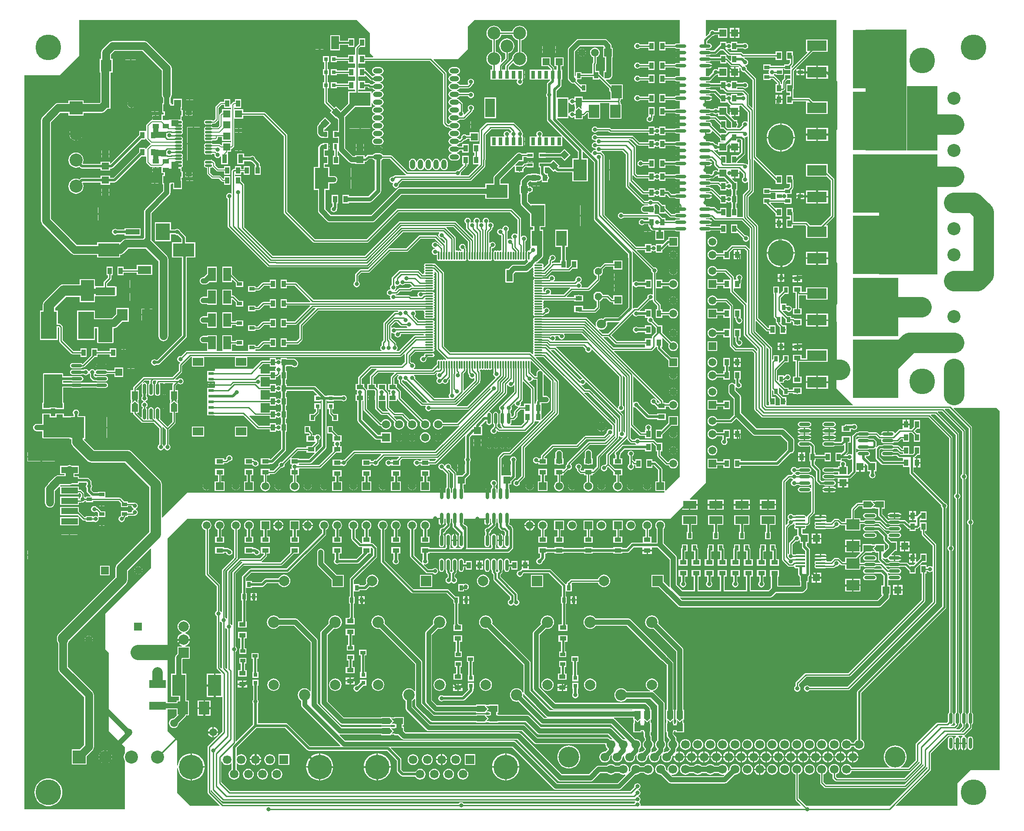
<source format=gtl>
G04 Layer_Physical_Order=1*
G04 Layer_Color=255*
%FSLAX24Y24*%
%MOIN*%
G70*
G01*
G75*
%ADD10O,0.0236X0.0866*%
%ADD11R,0.1614X0.1024*%
%ADD12R,0.0571X0.0532*%
%ADD13P,0.0724X4X90.0*%
%ADD14R,0.0335X0.0512*%
%ADD15R,0.0492X0.0591*%
%ADD16R,0.0591X0.0492*%
%ADD17R,0.1230X0.2100*%
%ADD18R,0.0315X0.0315*%
%ADD19R,0.0532X0.0571*%
%ADD20R,0.0984X0.0787*%
%ADD21R,0.0512X0.0335*%
%ADD22R,0.0276X0.0394*%
%ADD23R,0.1024X0.0591*%
%ADD24R,0.0315X0.0315*%
%ADD25R,0.0827X0.1177*%
%ADD26R,0.1024X0.1614*%
%ADD27R,0.0394X0.0276*%
%ADD28R,0.1260X0.0472*%
%ADD29R,0.2087X0.0669*%
%ADD30R,0.0236X0.0394*%
%ADD31R,0.0787X0.0591*%
%ADD32R,0.0413X0.0236*%
%ADD33O,0.0866X0.0236*%
%ADD34R,0.0787X0.0984*%
%ADD35R,0.1260X0.0591*%
%ADD36R,0.0827X0.0906*%
%ADD37R,0.0591X0.1024*%
%ADD38O,0.0118X0.0650*%
%ADD39O,0.0650X0.0118*%
%ADD40R,0.0315X0.0591*%
%ADD41R,0.0748X0.1437*%
%ADD42R,0.0394X0.0236*%
%ADD43R,0.3150X0.3937*%
G04:AMPARAMS|DCode=44|XSize=39.4mil|YSize=72.8mil|CornerRadius=19.7mil|HoleSize=0mil|Usage=FLASHONLY|Rotation=90.000|XOffset=0mil|YOffset=0mil|HoleType=Round|Shape=RoundedRectangle|*
%AMROUNDEDRECTD44*
21,1,0.0394,0.0335,0,0,90.0*
21,1,0.0000,0.0728,0,0,90.0*
1,1,0.0394,0.0167,0.0000*
1,1,0.0394,0.0167,0.0000*
1,1,0.0394,-0.0167,0.0000*
1,1,0.0394,-0.0167,0.0000*
%
%ADD44ROUNDEDRECTD44*%
G04:AMPARAMS|DCode=45|XSize=39.4mil|YSize=72.8mil|CornerRadius=19.7mil|HoleSize=0mil|Usage=FLASHONLY|Rotation=180.000|XOffset=0mil|YOffset=0mil|HoleType=Round|Shape=RoundedRectangle|*
%AMROUNDEDRECTD45*
21,1,0.0394,0.0335,0,0,180.0*
21,1,0.0000,0.0728,0,0,180.0*
1,1,0.0394,0.0000,0.0167*
1,1,0.0394,0.0000,0.0167*
1,1,0.0394,0.0000,-0.0167*
1,1,0.0394,0.0000,-0.0167*
%
%ADD45ROUNDEDRECTD45*%
%ADD46O,0.0748X0.0161*%
%ADD47R,0.1500X0.0799*%
%ADD48R,0.3500X0.4500*%
%ADD49R,0.1063X0.1299*%
%ADD50R,0.1063X0.0394*%
%ADD51R,0.0374X0.0669*%
%ADD52R,0.0512X0.0354*%
%ADD53O,0.0551X0.0177*%
%ADD54R,0.0945X0.2559*%
%ADD55C,0.0100*%
%ADD56C,0.0150*%
%ADD57C,0.0197*%
%ADD58C,0.0394*%
%ADD59C,0.0151*%
%ADD60C,0.0591*%
%ADD61C,0.0354*%
%ADD62C,0.0206*%
%ADD63C,0.0079*%
%ADD64C,0.0315*%
%ADD65C,0.0276*%
%ADD66C,0.1575*%
%ADD67C,0.0787*%
%ADD68C,0.1181*%
%ADD69R,0.0850X0.0850*%
%ADD70R,0.0500X0.0900*%
%ADD71R,0.0900X0.4400*%
%ADD72R,0.1500X0.0600*%
%ADD73R,0.1100X0.1450*%
%ADD74R,0.1400X0.2550*%
%ADD75R,0.2600X0.1550*%
%ADD76R,0.3900X0.4800*%
%ADD77R,0.4500X0.9200*%
%ADD78R,0.0450X0.0350*%
%ADD79R,0.0250X0.0350*%
%ADD80R,0.1000X0.0500*%
%ADD81R,0.0500X0.0500*%
%ADD82R,0.0800X0.0800*%
%ADD83R,0.0750X0.0510*%
%ADD84R,0.3500X0.4300*%
%ADD85R,0.3150X0.9252*%
%ADD86R,0.2362X0.4921*%
%ADD87R,0.0400X0.1000*%
%ADD88R,0.0600X0.0500*%
%ADD89R,0.1200X0.1100*%
%ADD90R,0.0539X0.0500*%
%ADD91R,0.1200X0.1050*%
%ADD92R,0.0539X0.0550*%
%ADD93C,0.0787*%
%ADD94C,0.0866*%
%ADD95C,0.0669*%
%ADD96C,0.1594*%
%ADD97C,0.0665*%
%ADD98R,0.0665X0.0665*%
%ADD99C,0.1874*%
%ADD100C,0.0591*%
%ADD101R,0.0591X0.0591*%
%ADD102R,0.0591X0.0591*%
%ADD103P,0.0597X8X112.5*%
%ADD104C,0.0551*%
%ADD105R,0.0787X0.0787*%
%ADD106R,0.0630X0.0630*%
%ADD107C,0.0630*%
%ADD108R,0.0787X0.0787*%
%ADD109C,0.0709*%
%ADD110C,0.0984*%
%ADD111C,0.1000*%
%ADD112R,0.1000X0.1000*%
%ADD113R,0.1000X0.1000*%
%ADD114C,0.1969*%
%ADD115C,0.0315*%
%ADD116C,0.1181*%
G36*
X58000Y28250D02*
X59258Y26992D01*
X59239Y26945D01*
X54159D01*
Y27166D01*
X54182Y27200D01*
X54192Y27250D01*
X54182Y27300D01*
X54159Y27334D01*
Y27585D01*
X53912D01*
X53593Y27904D01*
Y28303D01*
X53628Y28338D01*
X53907Y28058D01*
Y27752D01*
X54341D01*
Y27896D01*
X54665D01*
Y27841D01*
X54916D01*
X54950Y27818D01*
X55000Y27808D01*
X55050Y27818D01*
X55084Y27841D01*
X55335D01*
Y28333D01*
X54665D01*
Y28159D01*
X54341D01*
Y28303D01*
X54034D01*
X53687Y28651D01*
X53706Y28697D01*
X53967D01*
Y28841D01*
X53972D01*
X54023Y28851D01*
X54065Y28880D01*
X54101Y28915D01*
X54158Y28877D01*
X54250Y28859D01*
X54342Y28877D01*
X54420Y28930D01*
X54473Y29008D01*
X54491Y29100D01*
X54473Y29192D01*
X54420Y29270D01*
X54342Y29323D01*
X54250Y29341D01*
X54158Y29323D01*
X54080Y29270D01*
X54045Y29218D01*
X54017Y29199D01*
X53967Y29215D01*
Y29248D01*
X53533D01*
Y28869D01*
X53487Y28850D01*
X53428Y28909D01*
Y29646D01*
X54034Y30252D01*
X54341D01*
Y30803D01*
X53907D01*
Y30497D01*
X53628Y30217D01*
X53593Y30252D01*
Y30803D01*
X53159D01*
Y30497D01*
X53116Y30454D01*
X53070Y30473D01*
Y31328D01*
X53060Y31378D01*
X53032Y31421D01*
X51810Y32643D01*
Y33397D01*
X51856Y33416D01*
X52615Y32657D01*
X52657Y32629D01*
X52707Y32619D01*
X52841D01*
Y32415D01*
X53333D01*
Y33085D01*
X52841D01*
Y32881D01*
X52762D01*
X51989Y33654D01*
Y40709D01*
X51979Y40759D01*
X51950Y40802D01*
X51260Y41492D01*
Y42922D01*
X51622Y43283D01*
X51650Y43326D01*
X51660Y43376D01*
Y45778D01*
X51706Y45797D01*
X53341Y44163D01*
Y43915D01*
X53833D01*
Y44585D01*
X53341D01*
Y44585D01*
X53305Y44570D01*
X51831Y46043D01*
Y51950D01*
X51821Y52000D01*
X51793Y52043D01*
X51132Y52704D01*
X51141Y52750D01*
X51123Y52842D01*
X51070Y52920D01*
X51011Y52960D01*
X51021Y53013D01*
X51092Y53027D01*
X51170Y53080D01*
X51223Y53158D01*
X51241Y53250D01*
X51223Y53342D01*
X51170Y53420D01*
X51092Y53473D01*
X51018Y53487D01*
X50933Y53573D01*
X50952Y53619D01*
X53341D01*
Y53415D01*
X53833D01*
Y54085D01*
X53341D01*
Y53881D01*
X50858D01*
X50752Y53987D01*
X50710Y54016D01*
X50660Y54026D01*
X49849D01*
X49642Y54232D01*
X49670Y54275D01*
X49750Y54259D01*
X49842Y54277D01*
X49873Y54298D01*
X49917Y54275D01*
Y54165D01*
X50409D01*
Y54319D01*
X50845D01*
X50908Y54277D01*
X51000Y54259D01*
X51092Y54277D01*
X51170Y54330D01*
X51223Y54408D01*
X51241Y54500D01*
X51223Y54592D01*
X51170Y54670D01*
X51092Y54723D01*
X51000Y54741D01*
X50908Y54723D01*
X50845Y54681D01*
X50409D01*
Y54835D01*
X49917D01*
Y54725D01*
X49873Y54702D01*
X49842Y54723D01*
X49750Y54741D01*
X49658Y54723D01*
X49627Y54702D01*
X49583Y54725D01*
Y54835D01*
X49091D01*
Y54620D01*
X49078Y54611D01*
X48624Y54157D01*
X48379D01*
X48337Y54185D01*
X48260Y54201D01*
X48000D01*
Y54299D01*
X48260D01*
X48337Y54315D01*
X48402Y54358D01*
X48445Y54423D01*
X48461Y54500D01*
X48445Y54577D01*
X48402Y54642D01*
X48337Y54685D01*
X48260Y54701D01*
X48102D01*
Y54880D01*
X48485Y55262D01*
X48500Y55259D01*
X48592Y55277D01*
X48670Y55330D01*
X48679Y55343D01*
X48943D01*
Y55136D01*
X49632D01*
Y55864D01*
X48943D01*
Y55657D01*
X48679D01*
X48670Y55670D01*
X48592Y55723D01*
X48500Y55741D01*
X48408Y55723D01*
X48330Y55670D01*
X48277Y55592D01*
X48259Y55500D01*
X48262Y55485D01*
X48046Y55269D01*
X48000Y55288D01*
Y56500D01*
X58000D01*
Y28250D01*
D02*
G37*
G36*
X46000Y54701D02*
X45740D01*
X45663Y54685D01*
X45598Y54642D01*
X45591Y54631D01*
X44909D01*
Y54835D01*
X44417D01*
Y54165D01*
X44909D01*
Y54369D01*
X45591D01*
X45598Y54358D01*
X45663Y54315D01*
X45740Y54299D01*
X46000D01*
Y54120D01*
X45740D01*
X45694Y54111D01*
X45655Y54085D01*
X45632Y54050D01*
X46055D01*
Y53950D01*
X45632D01*
X45655Y53915D01*
X45694Y53889D01*
X45740Y53880D01*
X46000D01*
Y53620D01*
X45740D01*
X45694Y53611D01*
X45655Y53585D01*
X45632Y53550D01*
X46055D01*
Y53450D01*
X45632D01*
X45655Y53415D01*
X45694Y53389D01*
X45740Y53380D01*
X46000D01*
Y53201D01*
X45740D01*
X45663Y53185D01*
X45598Y53142D01*
X45591Y53131D01*
X44909D01*
Y53335D01*
X44417D01*
Y52665D01*
X44909D01*
Y52869D01*
X45591D01*
X45598Y52858D01*
X45663Y52815D01*
X45740Y52799D01*
X46000D01*
Y52201D01*
X45740D01*
X45663Y52185D01*
X45598Y52142D01*
X45591Y52131D01*
X44909D01*
Y52335D01*
X44417D01*
Y51665D01*
X44909D01*
Y51869D01*
X45591D01*
X45598Y51858D01*
X45663Y51815D01*
X45740Y51799D01*
X46000D01*
Y51620D01*
X45740D01*
X45694Y51611D01*
X45655Y51585D01*
X45632Y51550D01*
X46055D01*
Y51450D01*
X45632D01*
X45655Y51415D01*
X45694Y51389D01*
X45740Y51380D01*
X46000D01*
Y51120D01*
X45740D01*
X45694Y51111D01*
X45655Y51085D01*
X45632Y51050D01*
X46055D01*
Y50950D01*
X45632D01*
X45655Y50915D01*
X45694Y50889D01*
X45740Y50880D01*
X46000D01*
Y50701D01*
X45740D01*
X45663Y50685D01*
X45598Y50642D01*
X45591Y50631D01*
X44909D01*
Y50835D01*
X44417D01*
Y50165D01*
X44909D01*
Y50369D01*
X45591D01*
X45598Y50358D01*
X45663Y50315D01*
X45740Y50299D01*
X46000D01*
Y49701D01*
X45740D01*
X45663Y49685D01*
X45621Y49657D01*
X44909D01*
Y49835D01*
X44417D01*
Y49165D01*
X44909D01*
Y49343D01*
X45621D01*
X45663Y49315D01*
X45740Y49299D01*
X46000D01*
Y49120D01*
X45740D01*
X45694Y49111D01*
X45655Y49085D01*
X45632Y49050D01*
X46055D01*
Y48950D01*
X45632D01*
X45655Y48915D01*
X45694Y48889D01*
X45740Y48880D01*
X46000D01*
Y48620D01*
X45740D01*
X45694Y48611D01*
X45655Y48585D01*
X45632Y48550D01*
X46055D01*
Y48450D01*
X45632D01*
X45655Y48415D01*
X45694Y48389D01*
X45740Y48380D01*
X46000D01*
Y48201D01*
X45740D01*
X45663Y48185D01*
X45621Y48157D01*
X44909D01*
Y48335D01*
X44417D01*
Y48225D01*
X44373Y48202D01*
X44342Y48223D01*
X44250Y48241D01*
X44158Y48223D01*
X44127Y48202D01*
X44083Y48225D01*
Y48335D01*
X43591D01*
Y48131D01*
X40754D01*
X40693Y48193D01*
X40650Y48221D01*
X40600Y48231D01*
X39696D01*
X39670Y48270D01*
X39592Y48323D01*
X39500Y48341D01*
X39408Y48323D01*
X39330Y48270D01*
X39277Y48192D01*
X39259Y48100D01*
X39277Y48008D01*
X39330Y47930D01*
X39408Y47877D01*
X39500Y47859D01*
X39592Y47877D01*
X39670Y47930D01*
X39696Y47969D01*
X40546D01*
X40607Y47907D01*
X40650Y47879D01*
X40700Y47869D01*
X43591D01*
Y47665D01*
X44083D01*
Y47775D01*
X44127Y47798D01*
X44158Y47777D01*
X44250Y47759D01*
X44342Y47777D01*
X44373Y47798D01*
X44417Y47775D01*
Y47665D01*
X44909D01*
Y47843D01*
X45621D01*
X45663Y47815D01*
X45740Y47799D01*
X46000D01*
Y47201D01*
X45740D01*
X45663Y47185D01*
X45621Y47157D01*
X44909D01*
Y47335D01*
X44417D01*
Y47225D01*
X44373Y47202D01*
X44342Y47223D01*
X44250Y47241D01*
X44158Y47223D01*
X44127Y47202D01*
X44083Y47225D01*
Y47335D01*
X43591D01*
Y47131D01*
X42904D01*
X42443Y47593D01*
X42400Y47621D01*
X42350Y47631D01*
X42300Y47621D01*
X42250Y47631D01*
X39696D01*
X39670Y47670D01*
X39592Y47723D01*
X39500Y47741D01*
X39408Y47723D01*
X39330Y47670D01*
X39277Y47592D01*
X39259Y47500D01*
X39277Y47408D01*
X39330Y47330D01*
X39408Y47277D01*
X39500Y47259D01*
X39530Y47265D01*
X39565Y47230D01*
X39559Y47200D01*
X39565Y47170D01*
X39530Y47135D01*
X39500Y47141D01*
X39408Y47123D01*
X39330Y47070D01*
X39277Y46992D01*
X39259Y46900D01*
X39277Y46808D01*
X39330Y46730D01*
X39408Y46677D01*
X39500Y46659D01*
X39530Y46665D01*
X39565Y46630D01*
X39559Y46600D01*
X39565Y46570D01*
X39530Y46535D01*
X39500Y46541D01*
X39408Y46523D01*
X39330Y46470D01*
X39277Y46392D01*
X39264Y46322D01*
X39211Y46304D01*
X36613Y48903D01*
X36633Y48953D01*
X37478D01*
Y49149D01*
X37527Y49158D01*
X37580Y49080D01*
X37658Y49027D01*
X37750Y49009D01*
X37842Y49027D01*
X37875Y49050D01*
X37925Y49023D01*
Y48884D01*
X38575D01*
Y49119D01*
X38600D01*
X38650Y49129D01*
X38693Y49157D01*
X38901Y49365D01*
X38951Y49360D01*
Y48929D01*
X39896D01*
Y50071D01*
X39896D01*
X39901Y50119D01*
X40599D01*
X40604Y50071D01*
X40604D01*
Y48929D01*
X41549D01*
Y50071D01*
X41458D01*
Y50173D01*
X41448Y50223D01*
X41430Y50250D01*
X41448Y50277D01*
X41458Y50327D01*
Y50429D01*
X41649D01*
Y51571D01*
X40704D01*
Y51571D01*
X40664Y51554D01*
X40349Y51869D01*
X40368Y51915D01*
X40659D01*
Y51992D01*
X40700Y52009D01*
X40758Y52053D01*
X40802Y52111D01*
X40830Y52178D01*
X40839Y52250D01*
Y53626D01*
X40874D01*
Y54374D01*
X40778D01*
Y54500D01*
X40768Y54572D01*
X40741Y54639D01*
X40697Y54697D01*
X40447Y54947D01*
X40389Y54991D01*
X40322Y55019D01*
X40250Y55028D01*
X38250D01*
X38178Y55019D01*
X38111Y54991D01*
X38053Y54947D01*
X37503Y54397D01*
X37459Y54339D01*
X37431Y54272D01*
X37422Y54200D01*
Y52048D01*
X37431Y51976D01*
X37459Y51909D01*
X37503Y51852D01*
X37652Y51702D01*
X37710Y51658D01*
X37777Y51631D01*
X37849Y51621D01*
X37921Y51631D01*
X37929Y51634D01*
X38378Y51185D01*
X38407Y51165D01*
Y51002D01*
X38841D01*
Y51553D01*
X38407D01*
X38407Y51553D01*
Y51553D01*
X38364Y51570D01*
X38114Y51819D01*
X38118Y51827D01*
X38127Y51899D01*
X38126Y51909D01*
X38159Y51947D01*
X38467D01*
Y52119D01*
X39341D01*
Y51915D01*
X39833D01*
Y51948D01*
X39879Y51968D01*
X40597Y51249D01*
Y51121D01*
X40607Y51071D01*
X40636Y51028D01*
X40704Y50960D01*
Y50429D01*
X40704D01*
X40699Y50381D01*
X38575D01*
Y50616D01*
X37925D01*
Y50477D01*
X37875Y50450D01*
X37842Y50473D01*
X37750Y50491D01*
X37658Y50473D01*
X37580Y50420D01*
X37527Y50342D01*
X37478Y50351D01*
Y50547D01*
X36581D01*
Y51075D01*
X36878Y51372D01*
X36917Y51431D01*
X36931Y51500D01*
Y51935D01*
X36986D01*
Y52683D01*
X36931D01*
Y52943D01*
X37114D01*
Y53632D01*
X36386D01*
Y52943D01*
X36569D01*
Y52683D01*
X36514D01*
Y52683D01*
X36486D01*
Y52683D01*
X36381D01*
Y52787D01*
X36371Y52838D01*
X36343Y52880D01*
X36114Y53109D01*
Y53632D01*
X35386D01*
Y52943D01*
X35909D01*
X36119Y52733D01*
X36119Y52683D01*
X36000Y52683D01*
X35964Y52683D01*
X35536D01*
X35500Y52683D01*
X35464Y52683D01*
X35036D01*
X35000Y52683D01*
X34964Y52683D01*
X34514D01*
Y51935D01*
X34964D01*
X35000Y51935D01*
X35036Y51935D01*
X35464D01*
X35500Y51935D01*
X35536Y51935D01*
X36034D01*
X36052Y51917D01*
Y51857D01*
X35872Y51678D01*
X35833Y51619D01*
X35819Y51550D01*
Y50905D01*
X35777Y50842D01*
X35759Y50750D01*
X35777Y50658D01*
X35819Y50595D01*
Y48850D01*
X35833Y48781D01*
X35872Y48722D01*
X36980Y47615D01*
X36959Y47565D01*
X36948Y47565D01*
X36948Y47565D01*
X36948Y47565D01*
X36536D01*
X36500Y47565D01*
X36464Y47565D01*
X36036D01*
X36000Y47565D01*
X35964Y47565D01*
X35536D01*
X35514Y47565D01*
X35471D01*
X35444Y47615D01*
X35473Y47658D01*
X35491Y47750D01*
X35473Y47842D01*
X35420Y47920D01*
X35342Y47973D01*
X35250Y47991D01*
X35158Y47973D01*
X35080Y47920D01*
X35027Y47842D01*
X35009Y47750D01*
X35027Y47658D01*
X35056Y47615D01*
X35029Y47565D01*
X35000D01*
X34964Y47565D01*
X34514D01*
Y46817D01*
X34964D01*
X35000Y46817D01*
X35036Y46817D01*
X35464D01*
X35500Y46817D01*
X35536Y46817D01*
X35964D01*
X36000Y46817D01*
X36036Y46817D01*
X36464D01*
X36500Y46817D01*
X36536Y46817D01*
X36986D01*
X36986Y47526D01*
Y47527D01*
Y47527D01*
X36986Y47538D01*
X37004Y47545D01*
X37036Y47558D01*
X38191Y46403D01*
Y45886D01*
X37782D01*
Y45181D01*
X36740D01*
X36697Y45224D01*
X36806Y45332D01*
X36332Y45806D01*
X36083Y45557D01*
X35748D01*
Y45573D01*
X35197D01*
Y45179D01*
X35292D01*
Y44739D01*
X35302Y44690D01*
X35262Y44652D01*
X35222Y44668D01*
X35150Y44678D01*
X35083D01*
Y44735D01*
X34591D01*
Y44678D01*
X34389D01*
X34317Y44668D01*
X34250Y44641D01*
X34192Y44597D01*
X33891Y44295D01*
X33847Y44237D01*
X33819Y44170D01*
X33809Y44098D01*
Y43864D01*
X33743D01*
Y43136D01*
X33809D01*
Y42463D01*
X33819Y42391D01*
X33847Y42324D01*
X33891Y42266D01*
X34532Y41625D01*
Y40614D01*
X34775D01*
Y40417D01*
X34561D01*
Y39083D01*
X34583D01*
X34598Y39033D01*
X34580Y39020D01*
X34527Y38942D01*
X34510Y38856D01*
X34507Y38851D01*
X34502Y38845D01*
X34464Y38818D01*
X34433Y38825D01*
X34379Y38814D01*
X34333Y38784D01*
X34317Y38759D01*
X34292Y38739D01*
X34286Y38739D01*
Y38419D01*
Y38098D01*
X34292Y38098D01*
X34317Y38078D01*
X34333Y38053D01*
X34371Y38028D01*
X34379Y37993D01*
X34380Y37972D01*
X34353Y37952D01*
X34130Y37728D01*
X33300D01*
X33228Y37719D01*
X33161Y37691D01*
X33103Y37647D01*
X32887Y37430D01*
X32700D01*
X32669Y37424D01*
X32643Y37407D01*
X32626Y37381D01*
X32620Y37350D01*
Y36450D01*
X32626Y36419D01*
X32643Y36393D01*
X32669Y36376D01*
X32700Y36370D01*
X33200D01*
X33231Y36376D01*
X33257Y36393D01*
X33274Y36419D01*
X33280Y36450D01*
Y37037D01*
X33415Y37172D01*
X34245D01*
X34317Y37181D01*
X34384Y37209D01*
X34442Y37253D01*
X34709Y37521D01*
X34755Y37497D01*
X34755Y37493D01*
X34765Y37440D01*
X34795Y37395D01*
X34765Y37350D01*
X34755Y37296D01*
X34765Y37243D01*
X34795Y37198D01*
X34765Y37153D01*
X34755Y37100D01*
X34765Y37046D01*
X34795Y37001D01*
X34765Y36957D01*
X34755Y36903D01*
X34765Y36849D01*
X34796Y36803D01*
X34821Y36787D01*
X34841Y36762D01*
X34840Y36756D01*
X35161D01*
X35499D01*
X35512Y36776D01*
X35710D01*
X35760Y36786D01*
X35803Y36815D01*
X36207Y37219D01*
X37513D01*
X37564Y37229D01*
X37606Y37257D01*
X37764Y37415D01*
X38159D01*
Y38085D01*
X37667D01*
Y37690D01*
X37459Y37481D01*
X37333D01*
Y38085D01*
X37267D01*
Y39083D01*
X37439D01*
Y40417D01*
X36455D01*
Y39083D01*
X36906D01*
Y38085D01*
X36841D01*
Y37881D01*
X36300D01*
X36250Y37871D01*
X36239Y37864D01*
X36189Y37891D01*
Y37973D01*
X36235Y38012D01*
X36250Y38009D01*
X36342Y38027D01*
X36420Y38080D01*
X36473Y38158D01*
X36491Y38250D01*
X36473Y38342D01*
X36420Y38420D01*
X36342Y38473D01*
X36250Y38491D01*
X36158Y38473D01*
X36080Y38420D01*
X36027Y38342D01*
X36009Y38250D01*
X36018Y38204D01*
X35965Y38150D01*
X35936Y38108D01*
X35926Y38057D01*
Y37849D01*
X35610Y37533D01*
X35557Y37547D01*
X35555Y37549D01*
X35527Y37592D01*
X35557Y37636D01*
X35567Y37690D01*
X35557Y37744D01*
X35526Y37789D01*
X35481Y37820D01*
X35427Y37831D01*
X35014D01*
X35010Y37881D01*
X35017Y37882D01*
X35084Y37909D01*
X35142Y37953D01*
X35447Y38258D01*
X35491Y38316D01*
X35519Y38383D01*
X35528Y38455D01*
Y39083D01*
X35545D01*
Y40417D01*
X35331D01*
Y40614D01*
X35713D01*
Y42386D01*
X34557D01*
X34365Y42578D01*
Y43136D01*
X34432D01*
Y43233D01*
X34471Y43265D01*
X34500Y43259D01*
X34592Y43277D01*
X34670Y43330D01*
X34697Y43369D01*
X34747Y43354D01*
Y43215D01*
X34963D01*
Y43500D01*
Y43785D01*
X34747D01*
Y43646D01*
X34697Y43631D01*
X34670Y43670D01*
X34592Y43723D01*
X34500Y43741D01*
X34471Y43735D01*
X34432Y43767D01*
Y43864D01*
X34365D01*
Y43983D01*
X34504Y44122D01*
X34591D01*
Y44065D01*
X35083D01*
Y44122D01*
X35150D01*
X35222Y44131D01*
X35289Y44159D01*
X35347Y44203D01*
X35367Y44231D01*
X35417Y44214D01*
Y44065D01*
X35909D01*
Y44253D01*
X35939Y44272D01*
X35978Y44331D01*
X35992Y44400D01*
X35978Y44469D01*
X35939Y44528D01*
X35909Y44557D01*
Y44735D01*
X35732D01*
X35653Y44813D01*
Y45179D01*
X35748D01*
Y45195D01*
X35996D01*
X36332Y44859D01*
X36441Y44968D01*
X36537Y44872D01*
X36596Y44833D01*
X36665Y44819D01*
X37782D01*
Y44114D01*
X38963D01*
Y45886D01*
X38553D01*
Y46386D01*
X38599Y46406D01*
X39419Y45585D01*
Y41250D01*
X39433Y41181D01*
X39472Y41122D01*
X42047Y38548D01*
Y34481D01*
X41269Y33703D01*
X40336D01*
X40267Y33690D01*
X40208Y33651D01*
X40151Y33593D01*
X40113Y33609D01*
X40000Y33624D01*
X39887Y33609D01*
X39782Y33565D01*
X39691Y33496D01*
X39622Y33405D01*
X39578Y33300D01*
X39563Y33187D01*
X39578Y33074D01*
X39601Y33020D01*
X39558Y32991D01*
X38896Y33654D01*
X38853Y33682D01*
X38803Y33692D01*
X35520D01*
X35512Y33703D01*
X35161D01*
X34840D01*
X34841Y33697D01*
X34821Y33672D01*
X34796Y33656D01*
X34765Y33610D01*
X34755Y33556D01*
X34765Y33503D01*
X34795Y33458D01*
X34765Y33413D01*
X34755Y33359D01*
X34765Y33306D01*
X34795Y33261D01*
X34765Y33216D01*
X34755Y33163D01*
X34765Y33109D01*
X34795Y33064D01*
X34765Y33020D01*
X34755Y32966D01*
X34765Y32912D01*
X34795Y32867D01*
X34765Y32823D01*
X34755Y32769D01*
X34765Y32715D01*
X34795Y32670D01*
X34765Y32626D01*
X34755Y32572D01*
X34765Y32518D01*
X34795Y32474D01*
X34765Y32429D01*
X34755Y32375D01*
X34765Y32321D01*
X34795Y32277D01*
X34765Y32232D01*
X34755Y32178D01*
X34765Y32125D01*
X34795Y32080D01*
X34765Y32035D01*
X34755Y31981D01*
X34765Y31928D01*
X34795Y31883D01*
X34765Y31838D01*
X34755Y31785D01*
X34765Y31731D01*
X34795Y31686D01*
X34765Y31642D01*
X34755Y31588D01*
X34765Y31534D01*
X34795Y31489D01*
X34765Y31445D01*
X34755Y31391D01*
X34765Y31337D01*
X34795Y31293D01*
X34765Y31248D01*
X34755Y31194D01*
X34765Y31140D01*
X34795Y31096D01*
X34765Y31051D01*
X34755Y30997D01*
X34765Y30943D01*
X34777Y30926D01*
X34761Y30891D01*
X34707Y30882D01*
X34596Y30993D01*
X34553Y31021D01*
X34503Y31031D01*
X28404D01*
X27931Y31504D01*
Y37100D01*
X27921Y37150D01*
X27893Y37193D01*
X27303Y37783D01*
X27260Y37811D01*
X27210Y37821D01*
X27127D01*
X27080Y37831D01*
X26549D01*
X26495Y37820D01*
X26449Y37789D01*
X26419Y37744D01*
X26408Y37690D01*
X26419Y37636D01*
X26449Y37592D01*
X26419Y37547D01*
X26408Y37493D01*
X26419Y37440D01*
X26449Y37395D01*
X26419Y37350D01*
X26408Y37296D01*
X26419Y37243D01*
X26449Y37198D01*
X26419Y37153D01*
X26408Y37100D01*
X26411Y37084D01*
X26371Y37034D01*
X26302D01*
X26043Y37293D01*
X26000Y37321D01*
X25950Y37331D01*
X24550D01*
X24500Y37321D01*
X24457Y37293D01*
X23957Y36793D01*
X23929Y36750D01*
X23919Y36700D01*
Y36196D01*
X23880Y36170D01*
X23827Y36092D01*
X23809Y36000D01*
X23827Y35908D01*
X23844Y35883D01*
X23814Y35838D01*
X23800Y35841D01*
X23708Y35823D01*
X23630Y35770D01*
X23577Y35692D01*
X23559Y35600D01*
X23577Y35508D01*
X23630Y35430D01*
X23708Y35377D01*
X23784Y35362D01*
X23802Y35354D01*
X23822Y35312D01*
X23809Y35250D01*
X23827Y35158D01*
X23853Y35120D01*
X23826Y35070D01*
X17926D01*
X16654Y36343D01*
X16611Y36371D01*
X16561Y36381D01*
X15909D01*
Y36585D01*
X15417D01*
Y35915D01*
X15909D01*
Y36119D01*
X16507D01*
X17706Y34920D01*
X17687Y34873D01*
X15909D01*
Y35085D01*
X15417D01*
Y34415D01*
X15909D01*
Y34611D01*
X17671D01*
X17690Y34565D01*
X16507Y33381D01*
X15909D01*
Y33585D01*
X15417D01*
Y32915D01*
X15909D01*
Y33119D01*
X16561D01*
X16611Y33129D01*
X16654Y33157D01*
X17911Y34414D01*
X18065D01*
X18084Y34368D01*
X16892Y33176D01*
X16864Y33134D01*
X16854Y33083D01*
Y32089D01*
X16646Y31881D01*
X15909D01*
Y32085D01*
X15417D01*
Y31415D01*
X15909D01*
Y31619D01*
X16700D01*
X16750Y31629D01*
X16793Y31657D01*
X17078Y31942D01*
X17106Y31985D01*
X17116Y32035D01*
Y33029D01*
X18304Y34217D01*
X24415D01*
X24420Y34203D01*
X24427Y34172D01*
X24396Y34131D01*
X24197D01*
X24147Y34121D01*
X24104Y34093D01*
X23328Y33317D01*
X23300Y33274D01*
X23290Y33224D01*
Y31943D01*
X23207Y31860D01*
X23179Y31817D01*
X23169Y31767D01*
Y31546D01*
X23130Y31520D01*
X23077Y31442D01*
X23059Y31350D01*
X23077Y31258D01*
X23130Y31180D01*
X23159Y31160D01*
X23144Y31110D01*
X13499D01*
X13498Y31159D01*
X13498Y31160D01*
Y31245D01*
X13726D01*
X13776Y31255D01*
X13819Y31283D01*
X14154Y31619D01*
X14591D01*
Y31415D01*
X15083D01*
Y32085D01*
X14591D01*
Y31881D01*
X14100D01*
X14050Y31871D01*
X14007Y31843D01*
X13672Y31507D01*
X13498D01*
Y31593D01*
X12947D01*
Y31160D01*
X12947Y31159D01*
X12946Y31110D01*
X11716D01*
X11715Y31159D01*
X11715Y31160D01*
Y31619D01*
X12002D01*
Y31533D01*
X12553D01*
Y31967D01*
X12002D01*
Y31881D01*
X11715D01*
Y32341D01*
X10967D01*
Y31160D01*
X10967Y31159D01*
X10965Y31110D01*
X10535D01*
X10533Y31159D01*
X10533Y31160D01*
Y32341D01*
X9785D01*
Y32278D01*
X9500D01*
X9428Y32269D01*
X9361Y32241D01*
X9303Y32197D01*
X9259Y32139D01*
X9232Y32072D01*
X9222Y32000D01*
X9232Y31928D01*
X9259Y31861D01*
X9303Y31803D01*
X9361Y31759D01*
X9428Y31732D01*
X9500Y31722D01*
X9785D01*
Y31160D01*
X9785Y31159D01*
X9784Y31110D01*
X8229D01*
X8179Y31100D01*
X8136Y31072D01*
X7796Y30732D01*
X7750Y30741D01*
X7658Y30723D01*
X7580Y30670D01*
X7527Y30592D01*
X7509Y30500D01*
X7527Y30408D01*
X7580Y30330D01*
X7658Y30277D01*
X7711Y30267D01*
X7727Y30213D01*
X7657Y30143D01*
X7629Y30100D01*
X7619Y30050D01*
Y29604D01*
X7146Y29131D01*
X4960D01*
X4910Y29121D01*
X4868Y29093D01*
X4157Y28382D01*
X4129Y28340D01*
X4119Y28290D01*
Y28116D01*
X3925D01*
Y27368D01*
X3970D01*
Y27150D01*
X3970Y27150D01*
X3955Y27132D01*
X3925D01*
Y26384D01*
X4119D01*
Y26350D01*
X4129Y26300D01*
X4157Y26257D01*
X4764Y25650D01*
X4806Y25622D01*
X4857Y25612D01*
X5696D01*
X6119Y25189D01*
Y23946D01*
X6080Y23920D01*
X6027Y23842D01*
X6009Y23750D01*
X6027Y23658D01*
X6080Y23580D01*
X6158Y23527D01*
X6250Y23509D01*
X6342Y23527D01*
X6420Y23580D01*
X6473Y23658D01*
X6475Y23668D01*
X6525D01*
X6527Y23658D01*
X6580Y23580D01*
X6658Y23527D01*
X6750Y23509D01*
X6842Y23527D01*
X6920Y23580D01*
X6973Y23658D01*
X6991Y23750D01*
X6973Y23842D01*
X6920Y23920D01*
X6881Y23946D01*
Y25096D01*
X7343Y25557D01*
X7371Y25600D01*
X7381Y25650D01*
Y26384D01*
X7575D01*
Y27132D01*
X7545D01*
X7530Y27150D01*
Y27368D01*
X7575D01*
Y28116D01*
X7381D01*
Y28446D01*
X7567Y28631D01*
X7580Y28630D01*
X7658Y28577D01*
X7750Y28559D01*
X7842Y28577D01*
X7920Y28630D01*
X7973Y28708D01*
X7991Y28800D01*
X7973Y28892D01*
X7920Y28970D01*
X7842Y29023D01*
X7750Y29041D01*
X7658Y29023D01*
X7580Y28970D01*
X7554Y28931D01*
X7382D01*
X7363Y28977D01*
X7843Y29457D01*
X7871Y29500D01*
X7881Y29550D01*
Y29996D01*
X8554Y30669D01*
X8620D01*
Y29926D01*
X9565D01*
Y30669D01*
X11928D01*
Y29926D01*
X12872D01*
Y30669D01*
X24603D01*
X24653Y30679D01*
X24696Y30707D01*
X24869Y30880D01*
X24919Y30860D01*
Y30254D01*
X24676Y30012D01*
X22331D01*
X22280Y30002D01*
X22238Y29973D01*
X21407Y29143D01*
X21379Y29100D01*
X21369Y29050D01*
Y28609D01*
X21165D01*
Y28117D01*
X21275D01*
X21298Y28073D01*
X21277Y28042D01*
X21259Y27950D01*
X21277Y27858D01*
X21294Y27833D01*
X21268Y27783D01*
X21165D01*
Y27291D01*
X21315D01*
Y25800D01*
X21329Y25729D01*
X21369Y25669D01*
X22669Y24369D01*
X22729Y24329D01*
X22800Y24315D01*
X23106D01*
Y24106D01*
X23894D01*
Y24894D01*
X23106D01*
Y24685D01*
X22877D01*
X21685Y25877D01*
Y27291D01*
X21769D01*
Y26650D01*
X21779Y26600D01*
X21807Y26557D01*
X22957Y25407D01*
X23000Y25379D01*
X23050Y25369D01*
X23128D01*
X23156Y25301D01*
X23219Y25219D01*
X23301Y25156D01*
X23397Y25116D01*
X23500Y25103D01*
X23603Y25116D01*
X23699Y25156D01*
X23781Y25219D01*
X23844Y25301D01*
X23884Y25397D01*
X23897Y25500D01*
X23884Y25603D01*
X23844Y25699D01*
X23781Y25781D01*
X23699Y25844D01*
X23603Y25884D01*
X23500Y25897D01*
X23397Y25884D01*
X23301Y25844D01*
X23219Y25781D01*
X23156Y25699D01*
X23141Y25663D01*
X23083Y25653D01*
X22031Y26704D01*
Y28081D01*
X22063Y28115D01*
X22080Y28117D01*
X22608D01*
X22669Y28057D01*
Y27749D01*
X22656Y27704D01*
X22619Y27704D01*
X22450D01*
Y27537D01*
Y27369D01*
X22656Y27369D01*
X22669Y27325D01*
Y26750D01*
X22679Y26700D01*
X22707Y26657D01*
X23107Y26257D01*
X23150Y26229D01*
X23200Y26219D01*
X23596D01*
X24144Y25670D01*
X24116Y25603D01*
X24103Y25500D01*
X24116Y25397D01*
X24156Y25301D01*
X24219Y25219D01*
X24301Y25156D01*
X24397Y25116D01*
X24500Y25103D01*
X24603Y25116D01*
X24699Y25156D01*
X24781Y25219D01*
X24844Y25301D01*
X24884Y25397D01*
X24897Y25500D01*
X24884Y25603D01*
X24844Y25699D01*
X24781Y25781D01*
X24699Y25844D01*
X24603Y25884D01*
X24500Y25897D01*
X24397Y25884D01*
X24330Y25856D01*
X24115Y26071D01*
X24115Y26073D01*
X24138Y26119D01*
X24696D01*
X25144Y25670D01*
X25116Y25603D01*
X25103Y25500D01*
X25116Y25397D01*
X25156Y25301D01*
X25219Y25219D01*
X25301Y25156D01*
X25397Y25116D01*
X25500Y25103D01*
X25603Y25116D01*
X25699Y25156D01*
X25781Y25219D01*
X25844Y25301D01*
X25884Y25397D01*
X25897Y25500D01*
X25884Y25603D01*
X25844Y25699D01*
X25781Y25781D01*
X25699Y25844D01*
X25603Y25884D01*
X25500Y25897D01*
X25397Y25884D01*
X25330Y25856D01*
X24843Y26343D01*
X24800Y26371D01*
X24750Y26381D01*
X24175D01*
X23737Y26819D01*
Y27144D01*
X23731Y27172D01*
Y27291D01*
X24335D01*
Y27433D01*
X24342Y27436D01*
X24385Y27441D01*
X24407Y27407D01*
X26144Y25670D01*
X26116Y25603D01*
X26103Y25500D01*
X26116Y25397D01*
X26156Y25301D01*
X26219Y25219D01*
X26301Y25156D01*
X26397Y25116D01*
X26500Y25103D01*
X26603Y25116D01*
X26699Y25156D01*
X26781Y25219D01*
X26844Y25301D01*
X26884Y25397D01*
X26897Y25500D01*
X26884Y25603D01*
X26844Y25699D01*
X26781Y25781D01*
X26699Y25844D01*
X26603Y25884D01*
X26500Y25897D01*
X26397Y25884D01*
X26330Y25856D01*
X24631Y27554D01*
Y28011D01*
X24621Y28061D01*
X24593Y28104D01*
X24335Y28362D01*
Y28609D01*
X24131D01*
Y29046D01*
X24376Y29290D01*
X24444D01*
X24459Y29240D01*
X24430Y29220D01*
X24377Y29142D01*
X24359Y29050D01*
X24377Y28958D01*
X24430Y28880D01*
X24469Y28854D01*
Y28700D01*
X24479Y28650D01*
X24507Y28607D01*
X26165Y26950D01*
X26207Y26921D01*
X26257Y26911D01*
X26521D01*
X26544Y26867D01*
X26527Y26842D01*
X26509Y26750D01*
X26527Y26658D01*
X26580Y26580D01*
X26658Y26527D01*
X26750Y26509D01*
X26842Y26527D01*
X26920Y26580D01*
X26946Y26619D01*
X29755D01*
X29805Y26629D01*
X29848Y26657D01*
X31465Y28275D01*
X31489Y28262D01*
X31508Y28250D01*
X31514Y28200D01*
X28946Y25631D01*
X27872D01*
X27844Y25699D01*
X27781Y25781D01*
X27699Y25844D01*
X27603Y25884D01*
X27500Y25897D01*
X27397Y25884D01*
X27301Y25844D01*
X27219Y25781D01*
X27156Y25699D01*
X27116Y25603D01*
X27103Y25500D01*
X27116Y25397D01*
X27156Y25301D01*
X27219Y25219D01*
X27301Y25156D01*
X27397Y25116D01*
X27500Y25103D01*
X27603Y25116D01*
X27699Y25156D01*
X27781Y25219D01*
X27844Y25301D01*
X27872Y25369D01*
X29000D01*
X29050Y25379D01*
X29093Y25407D01*
X29128Y25372D01*
X27237Y23481D01*
X21050D01*
X21000Y23471D01*
X20958Y23443D01*
X20296Y22782D01*
X20250Y22791D01*
X20158Y22773D01*
X20129Y22753D01*
X20085Y22777D01*
Y22809D01*
X19416D01*
Y22317D01*
X20085D01*
Y22323D01*
X20129Y22347D01*
X20158Y22327D01*
X20250Y22309D01*
X20342Y22327D01*
X20421Y22380D01*
X20473Y22458D01*
X20491Y22550D01*
X20482Y22596D01*
X21105Y23219D01*
X23105D01*
X23124Y23173D01*
X22746Y22795D01*
X22700Y22804D01*
X22608Y22786D01*
X22530Y22734D01*
X22504Y22695D01*
X22335D01*
Y22809D01*
X21666D01*
Y22317D01*
X22335D01*
Y22432D01*
X22504D01*
X22530Y22393D01*
X22608Y22341D01*
X22700Y22323D01*
X22792Y22341D01*
X22871Y22393D01*
X22923Y22471D01*
X22941Y22563D01*
X22932Y22609D01*
X23363Y23040D01*
X24476D01*
X24495Y22994D01*
X24311Y22809D01*
X23916D01*
Y22743D01*
X23889Y22729D01*
X23866Y22724D01*
X23792Y22773D01*
X23700Y22791D01*
X23608Y22773D01*
X23530Y22720D01*
X23478Y22642D01*
X23459Y22550D01*
X23478Y22458D01*
X23530Y22380D01*
X23608Y22327D01*
X23700Y22309D01*
X23792Y22327D01*
X23866Y22376D01*
X23889Y22371D01*
X23916Y22357D01*
Y22317D01*
X24585D01*
Y22712D01*
X24734Y22861D01*
X27310D01*
X27329Y22815D01*
X27209Y22695D01*
X26835D01*
Y22809D01*
X26166D01*
Y22681D01*
X26047D01*
X26021Y22720D01*
X25942Y22773D01*
X25850Y22791D01*
X25758Y22773D01*
X25680Y22720D01*
X25628Y22642D01*
X25609Y22550D01*
X25628Y22458D01*
X25680Y22380D01*
X25758Y22327D01*
X25850Y22309D01*
X25942Y22327D01*
X26021Y22380D01*
X26047Y22419D01*
X26166D01*
Y22317D01*
X26835D01*
Y22432D01*
X27263D01*
X27314Y22442D01*
X27356Y22471D01*
X29520Y24635D01*
X29567Y24610D01*
X29565Y24600D01*
Y22948D01*
X29527Y22892D01*
X29509Y22800D01*
X29527Y22708D01*
X29565Y22652D01*
Y22466D01*
X29535Y22428D01*
X29515Y22428D01*
X29300D01*
Y22163D01*
Y21897D01*
X29515D01*
X29535Y21897D01*
X29565Y21859D01*
Y21814D01*
X29332Y21582D01*
X28886D01*
X28882Y21630D01*
Y21750D01*
X28872Y21800D01*
X28843Y21843D01*
X28482Y22204D01*
X28491Y22250D01*
X28473Y22342D01*
X28421Y22420D01*
X28342Y22473D01*
X28250Y22491D01*
X28158Y22473D01*
X28080Y22420D01*
X28028Y22342D01*
X28026Y22332D01*
X27975D01*
X27973Y22342D01*
X27921Y22420D01*
X27842Y22473D01*
X27750Y22491D01*
X27658Y22473D01*
X27580Y22420D01*
X27528Y22342D01*
X27509Y22250D01*
X27528Y22158D01*
X27580Y22080D01*
X27658Y22027D01*
X27750Y22009D01*
X27796Y22018D01*
X28119Y21696D01*
Y20659D01*
X28108Y20652D01*
X28065Y20587D01*
X28050Y20510D01*
Y20250D01*
X27871D01*
Y20510D01*
X27862Y20556D01*
X27835Y20595D01*
X27800Y20618D01*
Y20195D01*
X27700D01*
Y20618D01*
X27665Y20595D01*
X27639Y20556D01*
X27630Y20510D01*
Y20250D01*
X8250D01*
X6373Y18373D01*
X6327Y18392D01*
Y20900D01*
X6310Y21023D01*
X6263Y21138D01*
X6187Y21237D01*
X4037Y23387D01*
X3938Y23463D01*
X3823Y23510D01*
X3700Y23527D01*
X1147D01*
X360Y24314D01*
X376Y24364D01*
X463D01*
Y26136D01*
X-69D01*
Y26245D01*
X-27Y26308D01*
X-9Y26400D01*
X-27Y26492D01*
X-80Y26570D01*
X-158Y26623D01*
X-250Y26641D01*
X-342Y26623D01*
X-420Y26570D01*
X-473Y26492D01*
X-491Y26400D01*
X-473Y26308D01*
X-431Y26245D01*
Y26136D01*
X-719D01*
Y26130D01*
X-1165D01*
Y26333D01*
X-1835D01*
Y26130D01*
X-2165D01*
Y26333D01*
X-2835D01*
Y25841D01*
X-2830D01*
Y25528D01*
X-3250D01*
X-3322Y25519D01*
X-3389Y25491D01*
X-3447Y25447D01*
X-3491Y25389D01*
X-3519Y25322D01*
X-3528Y25250D01*
X-3519Y25178D01*
X-3491Y25111D01*
X-3447Y25053D01*
X-3389Y25009D01*
X-3322Y24982D01*
X-3250Y24972D01*
X-2830D01*
Y24500D01*
X-2824Y24469D01*
X-2807Y24443D01*
X-2781Y24426D01*
X-2750Y24420D01*
X-719D01*
Y24364D01*
X-604D01*
Y24128D01*
X-588Y24005D01*
X-541Y23890D01*
X-465Y23791D01*
X613Y22713D01*
X712Y22637D01*
X827Y22590D01*
X950Y22573D01*
X3503D01*
X5373Y20703D01*
Y17247D01*
X2913Y14787D01*
X2837Y14688D01*
X2790Y14573D01*
X2773Y14450D01*
Y13797D01*
X-1571Y9453D01*
X-1647Y9354D01*
X-1695Y9239D01*
X-1711Y9116D01*
Y9000D01*
X-1695Y8877D01*
X-1647Y8762D01*
X-1611Y8716D01*
Y6734D01*
X-1599Y6637D01*
X-1561Y6546D01*
X-1501Y6467D01*
X373Y4594D01*
Y2600D01*
Y906D01*
X45Y579D01*
X-579D01*
Y-579D01*
X579D01*
Y45D01*
X1017Y483D01*
X1077Y561D01*
X1114Y652D01*
X1127Y750D01*
Y2600D01*
Y4750D01*
X1114Y4848D01*
X1077Y4939D01*
X1017Y5017D01*
X-857Y6891D01*
Y8716D01*
X-822Y8762D01*
X-774Y8877D01*
X-770Y8906D01*
X3587Y13263D01*
X3663Y13362D01*
X3710Y13477D01*
X3727Y13600D01*
Y14253D01*
X5454Y15980D01*
X5500Y15961D01*
Y14500D01*
X2000Y11000D01*
Y8250D01*
X2250Y8000D01*
Y2000D01*
X3500Y750D01*
Y299D01*
X3494Y292D01*
X3436Y151D01*
X3416Y0D01*
X3436Y-151D01*
X3494Y-292D01*
X3500Y-299D01*
Y-4000D01*
X-4199D01*
Y52250D01*
X-1500D01*
X0Y53750D01*
Y56500D01*
X21250D01*
X21500Y56250D01*
X22250Y55500D01*
Y53950D01*
X22523Y53677D01*
X22503Y53631D01*
X21909D01*
Y53835D01*
X21431D01*
X21417Y53835D01*
X21381Y53868D01*
Y54282D01*
X21514Y54415D01*
X21909D01*
Y55085D01*
X21417D01*
Y54690D01*
X21157Y54429D01*
X21129Y54387D01*
X21119Y54337D01*
Y53868D01*
X21083Y53835D01*
X21069Y53835D01*
X20591D01*
Y53631D01*
X19732D01*
Y53736D01*
X19259D01*
Y53264D01*
X19732D01*
Y53369D01*
X20591D01*
Y53165D01*
X21069D01*
X21083Y53165D01*
X21119Y53132D01*
Y52868D01*
X21083Y52835D01*
X21069Y52835D01*
X20591D01*
Y52631D01*
X19732D01*
Y52736D01*
X19259D01*
Y52264D01*
X19732D01*
Y52369D01*
X20591D01*
Y52165D01*
X21069D01*
X21083Y52165D01*
X21119Y52132D01*
Y51868D01*
X21083Y51835D01*
X21069Y51835D01*
X20591D01*
Y51631D01*
X19732D01*
Y51736D01*
X19259D01*
Y51264D01*
X19732D01*
Y51369D01*
X20591D01*
Y51165D01*
X21069D01*
X21083Y51165D01*
X21119Y51132D01*
Y51019D01*
X20614D01*
Y50106D01*
X20033Y49525D01*
X19668Y49891D01*
X19524Y49747D01*
X19036Y50235D01*
Y51264D01*
X19141D01*
Y51736D01*
X19036D01*
Y52264D01*
X19141D01*
Y52736D01*
X19036D01*
Y53264D01*
X19141D01*
Y53736D01*
X18669D01*
Y53264D01*
X18773D01*
Y52736D01*
X18669D01*
Y52264D01*
X18773D01*
Y51736D01*
X18669D01*
Y51264D01*
X18773D01*
Y50180D01*
X18783Y50130D01*
X18812Y50088D01*
X19338Y49561D01*
X19194Y49418D01*
X19668Y48944D01*
X19708Y48984D01*
X19822Y48870D01*
Y48048D01*
X19821Y47998D01*
X19427D01*
Y47447D01*
X19821D01*
X19822Y47397D01*
Y47103D01*
X19821Y47053D01*
X19772Y47053D01*
X19427D01*
Y46502D01*
X19532D01*
Y46085D01*
X19417D01*
Y45415D01*
X19909D01*
Y46085D01*
X19795D01*
Y46436D01*
X19845Y46446D01*
X19859Y46411D01*
X19903Y46353D01*
X20666Y45591D01*
X20724Y45547D01*
X20791Y45519D01*
X20863Y45509D01*
X21136D01*
Y45443D01*
X21864D01*
Y45630D01*
X21937D01*
X21998Y45642D01*
X22049Y45676D01*
X22215Y45843D01*
X22479D01*
X22509Y45803D01*
X22567Y45759D01*
X22634Y45732D01*
X22646Y45730D01*
Y43486D01*
X22150Y42991D01*
X20659D01*
Y43085D01*
X20167D01*
Y42415D01*
X20659D01*
Y42509D01*
X22250D01*
X22342Y42527D01*
X22420Y42580D01*
X23057Y43216D01*
X23109Y43294D01*
X23127Y43387D01*
Y45738D01*
X23179Y45759D01*
X23237Y45803D01*
X23281Y45861D01*
X23284Y45869D01*
X23796D01*
X25007Y44657D01*
X25025Y44645D01*
X25010Y44595D01*
X24214D01*
X24164Y44585D01*
X24121Y44557D01*
X24046Y44482D01*
X24000Y44491D01*
X23908Y44473D01*
X23830Y44420D01*
X23777Y44342D01*
X23759Y44250D01*
X23777Y44158D01*
X23830Y44080D01*
X23908Y44027D01*
X24000Y44009D01*
X24014Y44012D01*
X24044Y43967D01*
X24027Y43942D01*
X24009Y43850D01*
X24027Y43758D01*
X24080Y43680D01*
X24158Y43627D01*
X24250Y43609D01*
X24342Y43627D01*
X24420Y43680D01*
X24473Y43758D01*
X24491Y43850D01*
X24482Y43896D01*
X24739Y44154D01*
X29938D01*
X29988Y44164D01*
X30031Y44192D01*
X31072Y45233D01*
X31100Y45276D01*
X31110Y45326D01*
Y45761D01*
X31118Y45800D01*
Y47682D01*
X31554Y48119D01*
X32946D01*
X33090Y47974D01*
X33086Y47924D01*
X33080Y47920D01*
X33027Y47842D01*
X33025Y47832D01*
X32975D01*
X32973Y47842D01*
X32920Y47920D01*
X32842Y47973D01*
X32750Y47991D01*
X32658Y47973D01*
X32580Y47920D01*
X32527Y47842D01*
X32509Y47750D01*
X32527Y47658D01*
X32556Y47615D01*
X32529Y47565D01*
X32500D01*
X32464Y47565D01*
X32036D01*
X32000Y47565D01*
X31964Y47565D01*
X31514D01*
Y46817D01*
X31964D01*
X32000Y46817D01*
X32036Y46817D01*
X32464D01*
X32500Y46817D01*
X32536Y46817D01*
X32964D01*
X33000Y46817D01*
X33036Y46817D01*
X33486D01*
Y46817D01*
X33514D01*
Y46817D01*
X33986D01*
Y47565D01*
X33971D01*
X33944Y47615D01*
X33973Y47658D01*
X33991Y47750D01*
X33973Y47842D01*
X33920Y47920D01*
X33881Y47946D01*
Y48000D01*
X33871Y48050D01*
X33843Y48093D01*
X33343Y48593D01*
X33300Y48621D01*
X33250Y48631D01*
X31250D01*
X31200Y48621D01*
X31157Y48593D01*
X30707Y48143D01*
X30679Y48100D01*
X30669Y48050D01*
Y47031D01*
X30659Y46985D01*
X30167D01*
Y46315D01*
X30282D01*
Y46085D01*
X30167D01*
Y45415D01*
X30564D01*
X30584Y45369D01*
X29809Y44595D01*
X29234D01*
X29210Y44639D01*
X29223Y44658D01*
X29241Y44750D01*
X29232Y44796D01*
X29679Y45244D01*
X29708Y45286D01*
X29718Y45337D01*
Y45415D01*
X29833D01*
Y46085D01*
X29341D01*
Y45415D01*
X29409D01*
X29430Y45365D01*
X29046Y44982D01*
X29000Y44991D01*
X28908Y44973D01*
X28830Y44920D01*
X28804Y44881D01*
X25154D01*
X23943Y46093D01*
X23900Y46121D01*
X23850Y46131D01*
X23284D01*
X23281Y46139D01*
X23237Y46197D01*
X23179Y46241D01*
X23112Y46269D01*
X23040Y46278D01*
X22706D01*
X22634Y46269D01*
X22567Y46241D01*
X22509Y46197D01*
X22479Y46157D01*
X22150D01*
X22090Y46145D01*
X22039Y46111D01*
X21914Y45987D01*
X21864Y46007D01*
Y46132D01*
X21136D01*
Y46065D01*
X20978D01*
X20378Y46665D01*
Y48985D01*
X20368Y49057D01*
X20363Y49069D01*
X21132Y49837D01*
X22386D01*
Y50134D01*
X22436Y50137D01*
X22437Y50128D01*
X22465Y50061D01*
X22509Y50003D01*
X22567Y49959D01*
X22634Y49932D01*
X22681Y49925D01*
Y49875D01*
X22634Y49868D01*
X22567Y49841D01*
X22509Y49797D01*
X22465Y49739D01*
X22437Y49672D01*
X22428Y49600D01*
X22437Y49528D01*
X22465Y49461D01*
X22509Y49403D01*
X22567Y49359D01*
X22634Y49331D01*
X22681Y49325D01*
Y49275D01*
X22634Y49268D01*
X22567Y49241D01*
X22509Y49197D01*
X22465Y49139D01*
X22437Y49072D01*
X22428Y49000D01*
X22437Y48928D01*
X22465Y48861D01*
X22509Y48803D01*
X22567Y48759D01*
X22634Y48731D01*
X22681Y48725D01*
Y48675D01*
X22634Y48668D01*
X22567Y48641D01*
X22509Y48597D01*
X22465Y48539D01*
X22437Y48472D01*
X22428Y48400D01*
X22437Y48328D01*
X22465Y48261D01*
X22509Y48203D01*
X22567Y48159D01*
X22634Y48131D01*
X22681Y48125D01*
Y48075D01*
X22634Y48068D01*
X22567Y48041D01*
X22509Y47997D01*
X22465Y47939D01*
X22437Y47872D01*
X22428Y47800D01*
X22437Y47728D01*
X22465Y47661D01*
X22509Y47603D01*
X22567Y47559D01*
X22634Y47531D01*
X22681Y47525D01*
Y47475D01*
X22634Y47469D01*
X22567Y47441D01*
X22509Y47397D01*
X22465Y47339D01*
X22437Y47272D01*
X22428Y47200D01*
X22437Y47128D01*
X22465Y47061D01*
X22509Y47003D01*
X22567Y46959D01*
X22634Y46932D01*
X22706Y46922D01*
X23040D01*
X23112Y46932D01*
X23179Y46959D01*
X23237Y47003D01*
X23281Y47061D01*
X23309Y47128D01*
X23318Y47200D01*
X23309Y47272D01*
X23281Y47339D01*
X23237Y47397D01*
X23179Y47441D01*
X23112Y47469D01*
X23064Y47475D01*
Y47525D01*
X23112Y47531D01*
X23179Y47559D01*
X23237Y47603D01*
X23281Y47661D01*
X23309Y47728D01*
X23318Y47800D01*
X23309Y47872D01*
X23281Y47939D01*
X23237Y47997D01*
X23179Y48041D01*
X23112Y48068D01*
X23064Y48075D01*
Y48125D01*
X23112Y48131D01*
X23179Y48159D01*
X23237Y48203D01*
X23281Y48261D01*
X23309Y48328D01*
X23318Y48400D01*
X23309Y48472D01*
X23281Y48539D01*
X23237Y48597D01*
X23179Y48641D01*
X23112Y48668D01*
X23064Y48675D01*
Y48725D01*
X23112Y48731D01*
X23179Y48759D01*
X23237Y48803D01*
X23281Y48861D01*
X23309Y48928D01*
X23318Y49000D01*
X23309Y49072D01*
X23281Y49139D01*
X23237Y49197D01*
X23179Y49241D01*
X23112Y49268D01*
X23064Y49275D01*
Y49325D01*
X23112Y49331D01*
X23179Y49359D01*
X23237Y49403D01*
X23281Y49461D01*
X23309Y49528D01*
X23318Y49600D01*
X23309Y49672D01*
X23281Y49739D01*
X23237Y49797D01*
X23179Y49841D01*
X23112Y49868D01*
X23064Y49875D01*
Y49925D01*
X23112Y49932D01*
X23179Y49959D01*
X23237Y50003D01*
X23281Y50061D01*
X23309Y50128D01*
X23318Y50200D01*
X23309Y50272D01*
X23281Y50339D01*
X23237Y50397D01*
X23179Y50441D01*
X23112Y50469D01*
X23064Y50475D01*
Y50525D01*
X23112Y50532D01*
X23179Y50559D01*
X23237Y50603D01*
X23281Y50661D01*
X23309Y50728D01*
X23318Y50800D01*
X23309Y50872D01*
X23281Y50939D01*
X23237Y50997D01*
X23179Y51041D01*
X23112Y51069D01*
X23064Y51075D01*
Y51125D01*
X23112Y51132D01*
X23179Y51159D01*
X23237Y51203D01*
X23281Y51261D01*
X23309Y51328D01*
X23318Y51400D01*
X23309Y51472D01*
X23281Y51539D01*
X23237Y51597D01*
X23179Y51641D01*
X23112Y51669D01*
X23064Y51675D01*
Y51725D01*
X23112Y51732D01*
X23179Y51759D01*
X23237Y51803D01*
X23281Y51861D01*
X23309Y51928D01*
X23318Y52000D01*
X23309Y52072D01*
X23281Y52139D01*
X23237Y52197D01*
X23179Y52241D01*
X23112Y52269D01*
X23064Y52275D01*
Y52325D01*
X23112Y52332D01*
X23179Y52359D01*
X23237Y52403D01*
X23281Y52461D01*
X23309Y52528D01*
X23318Y52600D01*
X23309Y52672D01*
X23281Y52739D01*
X23237Y52797D01*
X23179Y52841D01*
X23112Y52868D01*
X23040Y52878D01*
X22706D01*
X22634Y52868D01*
X22567Y52841D01*
X22509Y52797D01*
X22465Y52739D01*
X22437Y52672D01*
X22428Y52600D01*
X22437Y52528D01*
X22465Y52461D01*
X22509Y52403D01*
X22567Y52359D01*
X22634Y52332D01*
X22681Y52325D01*
Y52275D01*
X22634Y52269D01*
X22567Y52241D01*
X22509Y52197D01*
X22502Y52188D01*
X22438Y52184D01*
X22011Y52611D01*
X21960Y52645D01*
X21909Y52655D01*
Y52835D01*
X21431D01*
X21417Y52835D01*
X21381Y52868D01*
Y53132D01*
X21417Y53165D01*
X21431Y53165D01*
X21909D01*
Y53369D01*
X26846D01*
X27869Y52346D01*
Y48600D01*
X27879Y48550D01*
X27907Y48507D01*
X28107Y48307D01*
X28150Y48279D01*
X28200Y48269D01*
X28316D01*
X28319Y48261D01*
X28363Y48203D01*
X28421Y48159D01*
X28488Y48131D01*
X28536Y48125D01*
Y48075D01*
X28488Y48068D01*
X28421Y48041D01*
X28363Y47997D01*
X28319Y47939D01*
X28291Y47872D01*
X28282Y47800D01*
X28291Y47728D01*
X28319Y47661D01*
X28363Y47603D01*
X28421Y47559D01*
X28488Y47531D01*
X28536Y47525D01*
Y47475D01*
X28488Y47469D01*
X28421Y47441D01*
X28363Y47397D01*
X28319Y47339D01*
X28291Y47272D01*
X28282Y47200D01*
X28291Y47128D01*
X28319Y47061D01*
X28363Y47003D01*
X28421Y46959D01*
X28488Y46932D01*
X28536Y46925D01*
Y46875D01*
X28488Y46869D01*
X28421Y46841D01*
X28363Y46797D01*
X28319Y46739D01*
X28291Y46672D01*
X28282Y46600D01*
X28291Y46528D01*
X28319Y46461D01*
X28363Y46403D01*
X28421Y46359D01*
X28488Y46332D01*
X28536Y46325D01*
Y46275D01*
X28488Y46269D01*
X28421Y46241D01*
X28363Y46197D01*
X28319Y46139D01*
X28291Y46072D01*
X28282Y46000D01*
X28291Y45928D01*
X28319Y45861D01*
X28363Y45803D01*
X28421Y45759D01*
X28488Y45732D01*
X28560Y45722D01*
X28894D01*
X28966Y45732D01*
X29033Y45759D01*
X29091Y45803D01*
X29135Y45861D01*
X29163Y45928D01*
X29172Y46000D01*
X29163Y46072D01*
X29135Y46139D01*
X29091Y46197D01*
X29033Y46241D01*
X28966Y46269D01*
X28919Y46275D01*
Y46325D01*
X28966Y46332D01*
X29033Y46359D01*
X29091Y46403D01*
X29135Y46461D01*
X29148Y46493D01*
X29341D01*
Y46315D01*
X29833D01*
Y46985D01*
X29341D01*
Y46807D01*
X29077D01*
X29033Y46841D01*
X28966Y46869D01*
X28919Y46875D01*
Y46925D01*
X28966Y46932D01*
X29033Y46959D01*
X29091Y47003D01*
X29135Y47061D01*
X29138Y47069D01*
X29200D01*
X29250Y47079D01*
X29293Y47107D01*
X29454Y47268D01*
X29500Y47259D01*
X29592Y47277D01*
X29670Y47330D01*
X29721Y47406D01*
X29886D01*
Y47193D01*
X30614D01*
Y47882D01*
X29886D01*
Y47669D01*
X29671D01*
X29670Y47670D01*
X29592Y47723D01*
X29500Y47741D01*
X29408Y47723D01*
X29330Y47670D01*
X29277Y47592D01*
X29259Y47500D01*
X29268Y47454D01*
X29177Y47363D01*
X29177Y47362D01*
X29112Y47369D01*
X29091Y47397D01*
X29033Y47441D01*
X28966Y47469D01*
X28919Y47475D01*
Y47525D01*
X28966Y47531D01*
X29033Y47559D01*
X29091Y47603D01*
X29135Y47661D01*
X29163Y47728D01*
X29172Y47800D01*
X29163Y47872D01*
X29135Y47939D01*
X29091Y47997D01*
X29033Y48041D01*
X28966Y48068D01*
X28919Y48075D01*
Y48125D01*
X28966Y48131D01*
X29033Y48159D01*
X29091Y48203D01*
X29135Y48261D01*
X29163Y48328D01*
X29172Y48400D01*
X29163Y48472D01*
X29135Y48539D01*
X29091Y48597D01*
X29033Y48641D01*
X28966Y48668D01*
X28919Y48675D01*
Y48725D01*
X28966Y48731D01*
X29033Y48759D01*
X29091Y48803D01*
X29135Y48861D01*
X29138Y48869D01*
X29450D01*
X29500Y48879D01*
X29543Y48907D01*
X30093Y49457D01*
X30121Y49500D01*
X30131Y49550D01*
Y49554D01*
X30170Y49580D01*
X30223Y49658D01*
X30241Y49750D01*
X30223Y49842D01*
X30170Y49920D01*
X30092Y49973D01*
X30000Y49991D01*
X29908Y49973D01*
X29830Y49920D01*
X29777Y49842D01*
X29759Y49750D01*
X29777Y49658D01*
X29830Y49580D01*
X29831Y49567D01*
X29510Y49246D01*
X29464Y49270D01*
X29467Y49286D01*
X29449Y49378D01*
X29396Y49457D01*
X29381Y49467D01*
Y50050D01*
X29371Y50100D01*
X29343Y50143D01*
X29193Y50293D01*
X29150Y50321D01*
X29142Y50323D01*
X29135Y50339D01*
X29091Y50397D01*
X29033Y50441D01*
X28966Y50469D01*
X28919Y50475D01*
Y50525D01*
X28966Y50532D01*
X29033Y50559D01*
X29091Y50603D01*
X29135Y50661D01*
X29138Y50669D01*
X29775D01*
X29777Y50658D01*
X29830Y50580D01*
X29908Y50527D01*
X30000Y50509D01*
X30092Y50527D01*
X30170Y50580D01*
X30223Y50658D01*
X30241Y50750D01*
X30223Y50842D01*
X30170Y50920D01*
X30092Y50973D01*
X30000Y50991D01*
X29908Y50973D01*
X29846Y50931D01*
X29138D01*
X29135Y50939D01*
X29091Y50997D01*
X29033Y51041D01*
X28966Y51069D01*
X28919Y51075D01*
Y51125D01*
X28966Y51132D01*
X29033Y51159D01*
X29091Y51203D01*
X29135Y51261D01*
X29138Y51269D01*
X29800D01*
X29850Y51279D01*
X29893Y51307D01*
X30093Y51507D01*
X30118Y51545D01*
X30170Y51580D01*
X30223Y51658D01*
X30241Y51750D01*
X30223Y51842D01*
X30170Y51920D01*
X30092Y51973D01*
X30000Y51991D01*
X29908Y51973D01*
X29830Y51920D01*
X29777Y51842D01*
X29759Y51750D01*
X29777Y51658D01*
X29815Y51601D01*
X29746Y51531D01*
X29138D01*
X29135Y51539D01*
X29091Y51597D01*
X29033Y51641D01*
X28966Y51669D01*
X28919Y51675D01*
Y51725D01*
X28966Y51732D01*
X29033Y51759D01*
X29091Y51803D01*
X29135Y51861D01*
X29163Y51928D01*
X29172Y52000D01*
X29163Y52072D01*
X29135Y52139D01*
X29091Y52197D01*
X29033Y52241D01*
X28966Y52269D01*
X28919Y52275D01*
Y52325D01*
X28966Y52332D01*
X29033Y52359D01*
X29091Y52403D01*
X29135Y52461D01*
X29163Y52528D01*
X29172Y52600D01*
X29163Y52672D01*
X29135Y52739D01*
X29091Y52797D01*
X29033Y52841D01*
X28966Y52868D01*
X28894Y52878D01*
X28560D01*
X28488Y52868D01*
X28421Y52841D01*
X28363Y52797D01*
X28319Y52739D01*
X28291Y52672D01*
X28282Y52600D01*
X28291Y52528D01*
X28319Y52461D01*
X28363Y52403D01*
X28421Y52359D01*
X28488Y52332D01*
X28536Y52325D01*
Y52275D01*
X28488Y52269D01*
X28421Y52241D01*
X28363Y52197D01*
X28319Y52139D01*
X28291Y52072D01*
X28282Y52000D01*
X28291Y51928D01*
X28319Y51861D01*
X28363Y51803D01*
X28421Y51759D01*
X28488Y51732D01*
X28536Y51725D01*
Y51675D01*
X28488Y51669D01*
X28421Y51641D01*
X28363Y51597D01*
X28319Y51539D01*
X28291Y51472D01*
X28282Y51400D01*
X28291Y51328D01*
X28319Y51261D01*
X28363Y51203D01*
X28421Y51159D01*
X28488Y51132D01*
X28536Y51125D01*
Y51075D01*
X28488Y51069D01*
X28421Y51041D01*
X28363Y50997D01*
X28319Y50939D01*
X28291Y50872D01*
X28282Y50800D01*
X28291Y50728D01*
X28319Y50661D01*
X28363Y50603D01*
X28421Y50559D01*
X28488Y50532D01*
X28536Y50525D01*
Y50475D01*
X28488Y50469D01*
X28421Y50441D01*
X28363Y50397D01*
X28319Y50339D01*
X28291Y50272D01*
X28282Y50200D01*
X28291Y50128D01*
X28319Y50061D01*
X28363Y50003D01*
X28421Y49959D01*
X28488Y49932D01*
X28536Y49925D01*
Y49875D01*
X28488Y49868D01*
X28421Y49841D01*
X28363Y49797D01*
X28319Y49739D01*
X28291Y49672D01*
X28282Y49600D01*
X28291Y49528D01*
X28319Y49461D01*
X28363Y49403D01*
X28421Y49359D01*
X28488Y49331D01*
X28536Y49325D01*
Y49275D01*
X28488Y49268D01*
X28421Y49241D01*
X28363Y49197D01*
X28319Y49139D01*
X28291Y49072D01*
X28282Y49000D01*
X28291Y48928D01*
X28319Y48861D01*
X28363Y48803D01*
X28421Y48759D01*
X28488Y48731D01*
X28536Y48725D01*
Y48675D01*
X28488Y48668D01*
X28421Y48641D01*
X28363Y48597D01*
X28319Y48539D01*
X28316Y48531D01*
X28254D01*
X28131Y48654D01*
Y52400D01*
X28121Y52450D01*
X28093Y52493D01*
X27132Y53454D01*
X27151Y53500D01*
X29000D01*
X29750Y54250D01*
Y56000D01*
X30250Y56500D01*
X46000D01*
Y54701D01*
D02*
G37*
G36*
X49702Y53802D02*
X49744Y53773D01*
X49794Y53763D01*
X49917D01*
Y53392D01*
X49871Y53373D01*
X49681Y53563D01*
X49661Y53593D01*
X49618Y53621D01*
X49583Y53628D01*
Y53835D01*
X49091D01*
Y53657D01*
X48379D01*
X48337Y53685D01*
X48260Y53701D01*
X48000D01*
Y53799D01*
X48260D01*
X48337Y53815D01*
X48379Y53843D01*
X48689D01*
X48749Y53855D01*
X48800Y53889D01*
X49052Y54140D01*
X49091Y54165D01*
Y54165D01*
X49091Y54165D01*
X49338D01*
X49702Y53802D01*
D02*
G37*
G36*
X49091Y53165D02*
X49583D01*
Y53224D01*
X49629Y53244D01*
X49860Y53013D01*
X49902Y52984D01*
X49953Y52974D01*
X50490D01*
X50529Y52935D01*
X50508Y52885D01*
X50263D01*
Y52550D01*
X50578D01*
Y52815D01*
X50628Y52836D01*
X50668Y52796D01*
X50659Y52750D01*
X50677Y52658D01*
X50730Y52580D01*
X50808Y52527D01*
X50900Y52509D01*
X50946Y52518D01*
X51569Y51896D01*
Y49782D01*
X51523Y49763D01*
X51281Y50004D01*
Y50750D01*
X51271Y50800D01*
X51243Y50843D01*
X50943Y51143D01*
X50900Y51171D01*
X50850Y51181D01*
X50409D01*
Y51319D01*
X50845D01*
X50908Y51277D01*
X51000Y51259D01*
X51092Y51277D01*
X51170Y51330D01*
X51223Y51408D01*
X51241Y51500D01*
X51223Y51592D01*
X51170Y51670D01*
X51092Y51723D01*
X51000Y51741D01*
X50908Y51723D01*
X50845Y51681D01*
X50409D01*
Y51835D01*
X49917D01*
Y51725D01*
X49873Y51702D01*
X49842Y51723D01*
X49750Y51741D01*
X49658Y51723D01*
X49627Y51702D01*
X49583Y51725D01*
Y51835D01*
X49091D01*
Y51657D01*
X48379D01*
X48337Y51685D01*
X48260Y51701D01*
X48000D01*
Y51799D01*
X48260D01*
X48337Y51815D01*
X48402Y51858D01*
X48445Y51923D01*
X48458Y51985D01*
X48735Y52262D01*
X48750Y52259D01*
X48842Y52277D01*
X48893Y52311D01*
X48943Y52285D01*
Y52136D01*
X49632D01*
Y52864D01*
X48943D01*
Y52715D01*
X48893Y52689D01*
X48842Y52723D01*
X48750Y52741D01*
X48658Y52723D01*
X48580Y52670D01*
X48527Y52592D01*
X48509Y52500D01*
X48512Y52485D01*
X48228Y52201D01*
X48000D01*
Y52778D01*
X48260D01*
X48345Y52795D01*
X48417Y52843D01*
X48465Y52915D01*
X48472Y52950D01*
X47945D01*
Y53050D01*
X48472D01*
X48465Y53085D01*
X48417Y53157D01*
X48345Y53205D01*
X48260Y53222D01*
X48000D01*
Y53299D01*
X48260D01*
X48337Y53315D01*
X48379Y53343D01*
X49091D01*
Y53165D01*
D02*
G37*
G36*
X40183Y54424D02*
X40162Y54374D01*
X40126D01*
Y53626D01*
X40283D01*
Y52585D01*
X40167D01*
Y52116D01*
X40121Y52097D01*
X39875Y52343D01*
X39833Y52371D01*
Y52585D01*
X39570D01*
Y53085D01*
X39593Y53107D01*
X39621Y53150D01*
X39631Y53200D01*
Y53650D01*
X39689Y53673D01*
X39767Y53733D01*
X39827Y53811D01*
X39864Y53902D01*
X39877Y54000D01*
X39864Y54098D01*
X39827Y54189D01*
X39767Y54267D01*
X39689Y54327D01*
X39598Y54364D01*
X39500Y54377D01*
X39402Y54364D01*
X39311Y54327D01*
X39233Y54267D01*
X39173Y54189D01*
X39136Y54098D01*
X39123Y54000D01*
X39136Y53902D01*
X39173Y53811D01*
X39233Y53733D01*
X39311Y53673D01*
X39369Y53650D01*
Y53254D01*
X39346Y53232D01*
X39318Y53189D01*
X39308Y53139D01*
Y52381D01*
X38467D01*
Y52498D01*
X38033D01*
Y52227D01*
X37983Y52200D01*
X37978Y52204D01*
Y54085D01*
X38365Y54472D01*
X40135D01*
X40183Y54424D01*
D02*
G37*
G36*
X22289Y51889D02*
X22340Y51855D01*
X22400Y51843D01*
X22479D01*
X22509Y51803D01*
X22567Y51759D01*
X22634Y51732D01*
X22681Y51725D01*
Y51675D01*
X22634Y51669D01*
X22567Y51641D01*
X22509Y51597D01*
X22479Y51557D01*
X22315D01*
X22261Y51611D01*
X22210Y51645D01*
X22150Y51657D01*
X21909D01*
Y51835D01*
X21431D01*
X21417Y51835D01*
X21381Y51868D01*
Y52132D01*
X21417Y52165D01*
X21431Y52165D01*
X21909D01*
Y52203D01*
X21956Y52222D01*
X22289Y51889D01*
D02*
G37*
G36*
X22139Y51289D02*
X22190Y51255D01*
X22250Y51243D01*
X22479D01*
X22509Y51203D01*
X22567Y51159D01*
X22634Y51132D01*
X22681Y51125D01*
Y51075D01*
X22634Y51069D01*
X22567Y51041D01*
X22509Y50997D01*
X22465Y50939D01*
X22437Y50872D01*
X22436Y50863D01*
X22386Y50866D01*
Y51019D01*
X21381D01*
Y51132D01*
X21417Y51165D01*
X21431Y51165D01*
X21909D01*
Y51343D01*
X22085D01*
X22139Y51289D01*
D02*
G37*
G36*
X49091Y51165D02*
X49338D01*
X49546Y50957D01*
X49589Y50929D01*
X49639Y50919D01*
X50796D01*
X50941Y50774D01*
X50916Y50728D01*
X50850Y50741D01*
X50758Y50723D01*
X50695Y50681D01*
X50409D01*
Y50835D01*
X49917D01*
Y50725D01*
X49873Y50702D01*
X49842Y50723D01*
X49750Y50741D01*
X49658Y50723D01*
X49627Y50702D01*
X49583Y50725D01*
Y50835D01*
X49091D01*
X49091Y50835D01*
Y50835D01*
X49052Y50860D01*
X48800Y51111D01*
X48749Y51145D01*
X48689Y51157D01*
X48379D01*
X48337Y51185D01*
X48260Y51201D01*
X48000D01*
Y51299D01*
X48260D01*
X48337Y51315D01*
X48379Y51343D01*
X49091D01*
Y51165D01*
D02*
G37*
G36*
X38450Y49650D02*
X38250Y49850D01*
X38050Y49650D01*
Y49950D01*
X38450D01*
Y49650D01*
D02*
G37*
G36*
Y49550D02*
X38050D01*
X38250Y49750D01*
X38450Y49550D01*
D02*
G37*
G36*
X37580Y50080D02*
X37658Y50027D01*
X37750Y50009D01*
X37842Y50027D01*
X37875Y50050D01*
X37925Y50023D01*
Y49868D01*
X37970D01*
Y49650D01*
X37970Y49650D01*
X37955Y49632D01*
X37925D01*
Y49477D01*
X37875Y49450D01*
X37842Y49473D01*
X37750Y49491D01*
X37658Y49473D01*
X37580Y49420D01*
X37527Y49342D01*
X37478Y49351D01*
Y50149D01*
X37527Y50158D01*
X37580Y50080D01*
D02*
G37*
G36*
X49078Y50389D02*
X49091Y50380D01*
Y50165D01*
X49583D01*
Y50165D01*
X49629Y50194D01*
X49633Y50194D01*
X49657Y50157D01*
X49857Y49957D01*
X49890Y49935D01*
X49881Y49885D01*
X49847D01*
Y49550D01*
X50213D01*
X50578D01*
Y49885D01*
X50615Y49919D01*
X50696D01*
X51211Y49403D01*
Y48692D01*
X51161Y48676D01*
X51092Y48723D01*
X51000Y48741D01*
X50908Y48723D01*
X50830Y48670D01*
X50777Y48592D01*
X50759Y48500D01*
X50777Y48409D01*
X50578Y48210D01*
X50409D01*
Y48380D01*
X50422Y48389D01*
X50456Y48440D01*
X50468Y48500D01*
X50456Y48560D01*
X50422Y48611D01*
X50409Y48624D01*
Y48835D01*
X50199D01*
X49965Y49068D01*
X49984Y49115D01*
X50163D01*
Y49450D01*
X49847D01*
Y49252D01*
X49801Y49233D01*
X49632Y49402D01*
Y49864D01*
X48943D01*
Y49715D01*
X48893Y49689D01*
X48842Y49723D01*
X48750Y49741D01*
X48658Y49723D01*
X48580Y49670D01*
X48571Y49657D01*
X48379D01*
X48337Y49685D01*
X48260Y49701D01*
X48000D01*
Y50278D01*
X48260D01*
X48345Y50295D01*
X48417Y50343D01*
X48465Y50415D01*
X48472Y50450D01*
X47945D01*
Y50550D01*
X48472D01*
X48465Y50585D01*
X48417Y50657D01*
X48345Y50705D01*
X48260Y50722D01*
X48000D01*
Y50799D01*
X48260D01*
X48337Y50815D01*
X48379Y50843D01*
X48624D01*
X49078Y50389D01*
D02*
G37*
G36*
X48580Y49330D02*
X48658Y49277D01*
X48750Y49259D01*
X48842Y49277D01*
X48893Y49311D01*
X48943Y49285D01*
Y49136D01*
X49453D01*
X49917Y48671D01*
Y48210D01*
X49665D01*
X49583Y48292D01*
Y48835D01*
X49091D01*
Y48835D01*
X49055Y48820D01*
X48782Y49093D01*
X48739Y49121D01*
X48689Y49131D01*
X48409D01*
X48402Y49142D01*
X48337Y49185D01*
X48260Y49201D01*
X48000D01*
Y49299D01*
X48260D01*
X48337Y49315D01*
X48379Y49343D01*
X48571D01*
X48580Y49330D01*
D02*
G37*
G36*
X49091Y48413D02*
Y48165D01*
X49338D01*
X49517Y47986D01*
X49555Y47961D01*
X49562Y47948D01*
X49569Y47905D01*
X49499Y47835D01*
X49091D01*
Y47835D01*
X49055Y47820D01*
X48446Y48428D01*
X48461Y48500D01*
X48445Y48577D01*
X48402Y48642D01*
X48337Y48685D01*
X48260Y48701D01*
X48000D01*
Y48799D01*
X48260D01*
X48337Y48815D01*
X48402Y48858D01*
X48409Y48869D01*
X48635D01*
X49091Y48413D01*
D02*
G37*
G36*
X51211Y47558D02*
Y45841D01*
X51219Y45803D01*
Y45434D01*
X51192Y45426D01*
X51169Y45421D01*
X51092Y45473D01*
X51000Y45491D01*
X50950Y45481D01*
X50921Y45500D01*
X50871Y45510D01*
X50409D01*
Y45630D01*
X50422Y45639D01*
X50961Y46178D01*
X50995Y46229D01*
X51007Y46289D01*
Y47350D01*
X50995Y47410D01*
X50961Y47461D01*
X50956Y47467D01*
X50980Y47513D01*
X51000Y47509D01*
X51092Y47527D01*
X51161Y47574D01*
X51211Y47558D01*
D02*
G37*
G36*
X49091Y47413D02*
Y47165D01*
X49356D01*
X49383Y47115D01*
X49382Y47114D01*
X48943D01*
Y46965D01*
X48893Y46939D01*
X48842Y46973D01*
X48750Y46991D01*
X48735Y46988D01*
X48611Y47111D01*
X48560Y47145D01*
X48500Y47157D01*
X48379D01*
X48337Y47185D01*
X48260Y47201D01*
X48000D01*
Y47778D01*
X48260D01*
X48345Y47795D01*
X48417Y47843D01*
X48465Y47915D01*
X48474Y47959D01*
X48528Y47975D01*
X49091Y47413D01*
D02*
G37*
G36*
X50693Y47285D02*
Y46354D01*
X50454Y46116D01*
X50409Y46135D01*
Y46135D01*
X49917D01*
Y45510D01*
X49583D01*
Y46135D01*
X49091D01*
Y46099D01*
X49044Y46080D01*
X48642Y46482D01*
X48670Y46525D01*
X48750Y46509D01*
X48842Y46527D01*
X48893Y46561D01*
X48943Y46535D01*
Y46386D01*
X49632D01*
Y46872D01*
X49801Y47041D01*
X49847Y47022D01*
Y46800D01*
X50213D01*
X50578D01*
Y47135D01*
X50447D01*
X50409Y47165D01*
Y47343D01*
X50635D01*
X50693Y47285D01*
D02*
G37*
G36*
X42207Y47357D02*
X42250Y47329D01*
X42300Y47319D01*
X42338Y47326D01*
X42757Y46907D01*
X42800Y46879D01*
X42850Y46869D01*
X43591D01*
Y46665D01*
X44083D01*
Y46775D01*
X44127Y46798D01*
X44158Y46777D01*
X44250Y46759D01*
X44342Y46777D01*
X44373Y46798D01*
X44417Y46775D01*
Y46665D01*
X44909D01*
Y46843D01*
X45621D01*
X45663Y46815D01*
X45740Y46799D01*
X46000D01*
Y46620D01*
X45740D01*
X45694Y46611D01*
X45655Y46585D01*
X45632Y46550D01*
X46055D01*
Y46450D01*
X45632D01*
X45655Y46415D01*
X45694Y46389D01*
X45740Y46380D01*
X46000D01*
Y46120D01*
X45740D01*
X45694Y46111D01*
X45655Y46085D01*
X45632Y46050D01*
X46055D01*
Y45950D01*
X45632D01*
X45655Y45915D01*
X45694Y45889D01*
X45740Y45880D01*
X46000D01*
Y45701D01*
X45740D01*
X45663Y45685D01*
X45621Y45657D01*
X44909D01*
Y45835D01*
X44417D01*
Y45165D01*
X44909D01*
Y45343D01*
X45621D01*
X45663Y45315D01*
X45740Y45299D01*
X46000D01*
Y44701D01*
X45740D01*
X45663Y44685D01*
X45621Y44657D01*
X44909D01*
Y44835D01*
X44417D01*
Y44725D01*
X44373Y44702D01*
X44342Y44723D01*
X44250Y44741D01*
X44158Y44723D01*
X44127Y44702D01*
X44083Y44725D01*
Y44835D01*
X43591D01*
Y44631D01*
X42754D01*
X42631Y44754D01*
Y46750D01*
X42621Y46800D01*
X42593Y46843D01*
X42143Y47293D01*
X42104Y47319D01*
X42104Y47322D01*
X42134Y47369D01*
X42196D01*
X42207Y47357D01*
D02*
G37*
G36*
X48634Y45631D02*
Y45431D01*
X48644Y45381D01*
X48672Y45338D01*
X48903Y45107D01*
X48943Y45081D01*
Y44965D01*
X48893Y44939D01*
X48842Y44973D01*
X48750Y44991D01*
X48658Y44973D01*
X48580Y44920D01*
X48527Y44842D01*
X48509Y44750D01*
X48512Y44735D01*
X48435Y44657D01*
X48379D01*
X48337Y44685D01*
X48260Y44701D01*
X48000D01*
Y45278D01*
X48260D01*
X48345Y45295D01*
X48417Y45343D01*
X48465Y45415D01*
X48472Y45450D01*
X47945D01*
Y45550D01*
X48472D01*
X48465Y45585D01*
X48417Y45657D01*
X48345Y45705D01*
X48260Y45722D01*
X48000D01*
Y45799D01*
X48260D01*
X48337Y45815D01*
X48402Y45858D01*
X48406Y45858D01*
X48634Y45631D01*
D02*
G37*
G36*
X48943Y44535D02*
Y44386D01*
X49413D01*
X49763Y44035D01*
X49739Y43989D01*
X49658Y43973D01*
X49627Y43952D01*
X49583Y43975D01*
Y44085D01*
X49091D01*
Y44085D01*
X49055Y44070D01*
X49032Y44093D01*
X48989Y44121D01*
X48939Y44131D01*
X48409D01*
X48402Y44142D01*
X48337Y44185D01*
X48260Y44201D01*
X48000D01*
Y44299D01*
X48260D01*
X48337Y44315D01*
X48379Y44343D01*
X48500D01*
X48560Y44355D01*
X48611Y44389D01*
X48735Y44512D01*
X48750Y44509D01*
X48842Y44527D01*
X48893Y44561D01*
X48943Y44535D01*
D02*
G37*
G36*
X42607Y44407D02*
X42650Y44379D01*
X42700Y44369D01*
X43591D01*
Y44165D01*
X44083D01*
Y44275D01*
X44127Y44298D01*
X44158Y44277D01*
X44250Y44259D01*
X44342Y44277D01*
X44373Y44298D01*
X44417Y44275D01*
Y44165D01*
X44909D01*
Y44343D01*
X45621D01*
X45663Y44315D01*
X45740Y44299D01*
X46000D01*
Y44120D01*
X45740D01*
X45694Y44111D01*
X45655Y44085D01*
X45632Y44050D01*
X46055D01*
Y43950D01*
X45632D01*
X45655Y43915D01*
X45694Y43889D01*
X45740Y43880D01*
X46000D01*
Y43620D01*
X45740D01*
X45694Y43611D01*
X45655Y43585D01*
X45632Y43550D01*
X46055D01*
Y43450D01*
X45632D01*
X45655Y43415D01*
X45694Y43389D01*
X45740Y43380D01*
X46000D01*
Y43201D01*
X45740D01*
X45663Y43185D01*
X45621Y43157D01*
X45365D01*
X45161Y43361D01*
X45110Y43395D01*
X45050Y43407D01*
X44909D01*
Y43585D01*
X44417D01*
Y43475D01*
X44373Y43452D01*
X44342Y43473D01*
X44250Y43491D01*
X44158Y43473D01*
X44127Y43452D01*
X44083Y43475D01*
Y43585D01*
X43591D01*
Y43381D01*
X43254D01*
X42381Y44254D01*
Y44562D01*
X42431Y44583D01*
X42607Y44407D01*
D02*
G37*
G36*
X49091Y43663D02*
Y43415D01*
X49583D01*
Y43525D01*
X49627Y43548D01*
X49658Y43527D01*
X49750Y43509D01*
X49842Y43527D01*
X49873Y43548D01*
X49917Y43525D01*
Y43415D01*
X49978D01*
Y43085D01*
X49917D01*
Y42975D01*
X49873Y42952D01*
X49842Y42973D01*
X49750Y42991D01*
X49658Y42973D01*
X49627Y42952D01*
X49583Y42975D01*
Y43085D01*
X49091D01*
Y43085D01*
X49055Y43070D01*
X48532Y43593D01*
X48489Y43621D01*
X48439Y43631D01*
X48409D01*
X48402Y43642D01*
X48337Y43685D01*
X48260Y43701D01*
X48000D01*
Y43799D01*
X48260D01*
X48337Y43815D01*
X48402Y43858D01*
X48409Y43869D01*
X48885D01*
X49091Y43663D01*
D02*
G37*
G36*
X43107Y43157D02*
X43150Y43129D01*
X43200Y43119D01*
X43591D01*
Y42915D01*
X44083D01*
Y43025D01*
X44127Y43048D01*
X44158Y43027D01*
X44250Y43009D01*
X44342Y43027D01*
X44373Y43048D01*
X44417Y43025D01*
Y42915D01*
X44909D01*
Y43093D01*
X44985D01*
X45189Y42889D01*
X45240Y42855D01*
X45300Y42843D01*
X45621D01*
X45663Y42815D01*
X45740Y42799D01*
X46000D01*
Y42120D01*
X45740D01*
X45694Y42111D01*
X45655Y42085D01*
X45632Y42050D01*
X46055D01*
Y41950D01*
X45632D01*
X45655Y41915D01*
X45694Y41889D01*
X45740Y41880D01*
X46000D01*
Y41701D01*
X45740D01*
X45663Y41685D01*
X45598Y41642D01*
X45591Y41631D01*
X45365D01*
X44909Y42087D01*
Y42335D01*
X44662D01*
X44404Y42593D01*
X44361Y42621D01*
X44311Y42631D01*
X43946D01*
X43920Y42670D01*
X43842Y42723D01*
X43750Y42741D01*
X43658Y42723D01*
X43580Y42670D01*
X43554Y42631D01*
X43304D01*
X42131Y43804D01*
Y44062D01*
X42181Y44083D01*
X43107Y43157D01*
D02*
G37*
G36*
X41869Y46196D02*
Y43750D01*
X41879Y43700D01*
X41907Y43657D01*
X43157Y42407D01*
X43200Y42379D01*
X43250Y42369D01*
X43554D01*
X43580Y42330D01*
X43582Y42328D01*
X43577Y42278D01*
X43300D01*
X43228Y42269D01*
X43161Y42241D01*
X43103Y42197D01*
X43059Y42139D01*
X43032Y42072D01*
X43022Y42000D01*
X43032Y41928D01*
X43059Y41861D01*
X43103Y41803D01*
X43161Y41759D01*
X43228Y41732D01*
X43300Y41722D01*
X43555D01*
X43570Y41707D01*
X43570Y41645D01*
X43555Y41631D01*
X41696D01*
X41670Y41670D01*
X41592Y41723D01*
X41500Y41741D01*
X41408Y41723D01*
X41330Y41670D01*
X41277Y41592D01*
X41259Y41500D01*
X41277Y41408D01*
X41330Y41330D01*
X41408Y41277D01*
X41500Y41259D01*
X41592Y41277D01*
X41670Y41330D01*
X41696Y41369D01*
X43555D01*
X43591Y41335D01*
Y41157D01*
X43279D01*
X43270Y41170D01*
X43192Y41223D01*
X43100Y41241D01*
X43008Y41223D01*
X42930Y41170D01*
X42877Y41092D01*
X42859Y41000D01*
X42877Y40908D01*
X42930Y40830D01*
X43008Y40777D01*
X43100Y40759D01*
X43192Y40777D01*
X43270Y40830D01*
X43279Y40843D01*
X43591D01*
Y40665D01*
X43679D01*
Y40613D01*
X43691Y40553D01*
X43725Y40502D01*
X43839Y40389D01*
X43890Y40355D01*
X43950Y40343D01*
X44118D01*
Y39636D01*
X44807D01*
Y40343D01*
X45621D01*
X45663Y40315D01*
X45740Y40299D01*
X46000D01*
Y21500D01*
X44924Y20424D01*
X44874Y20445D01*
Y21124D01*
X44657D01*
Y22050D01*
X44645Y22110D01*
X44611Y22161D01*
X44161Y22611D01*
X44110Y22645D01*
X44050Y22657D01*
X43909D01*
Y22835D01*
X43417D01*
Y22165D01*
X43909D01*
Y22343D01*
X43985D01*
X44343Y21985D01*
Y21124D01*
X44126D01*
Y20376D01*
X44805D01*
X44826Y20326D01*
X44750Y20250D01*
X32951D01*
Y20510D01*
X32935Y20587D01*
X32931Y20594D01*
Y20893D01*
X33114D01*
Y21109D01*
X33115Y21110D01*
X33378Y21372D01*
X33417Y21431D01*
X33431Y21500D01*
Y22645D01*
X33473Y22708D01*
X33491Y22800D01*
X33473Y22892D01*
X33420Y22970D01*
X33342Y23023D01*
X33250Y23041D01*
X33158Y23023D01*
X33080Y22970D01*
X33027Y22892D01*
X33009Y22800D01*
X33027Y22708D01*
X33069Y22645D01*
Y22464D01*
X33035Y22428D01*
X33019Y22428D01*
X32800D01*
Y22163D01*
Y21897D01*
X33019D01*
X33035Y21897D01*
X33069Y21861D01*
Y21582D01*
X32386D01*
X32345Y21604D01*
Y22909D01*
X32554Y23119D01*
X32976D01*
X33026Y23129D01*
X33069Y23157D01*
X36364Y26452D01*
X36393Y26495D01*
X36403Y26545D01*
Y28710D01*
X36453Y28735D01*
X36469Y28723D01*
Y26404D01*
X33907Y23843D01*
X33879Y23800D01*
X33869Y23750D01*
Y21554D01*
X33546Y21232D01*
X33500Y21241D01*
X33408Y21223D01*
X33330Y21170D01*
X33277Y21092D01*
X33259Y21000D01*
X33277Y20908D01*
X33330Y20830D01*
X33408Y20777D01*
X33500Y20759D01*
X33592Y20777D01*
X33670Y20830D01*
X33723Y20908D01*
X33741Y21000D01*
X33732Y21046D01*
X34093Y21407D01*
X34121Y21450D01*
X34131Y21500D01*
Y23696D01*
X36693Y26257D01*
X36721Y26300D01*
X36731Y26350D01*
Y28803D01*
X36721Y28853D01*
X36693Y28896D01*
X34975Y30614D01*
X34994Y30660D01*
X35427D01*
X35473Y30669D01*
X35543D01*
X36520Y29692D01*
X36520Y29692D01*
X40819Y25393D01*
Y25124D01*
X40775Y25101D01*
X40742Y25123D01*
X40650Y25141D01*
X40558Y25123D01*
X40480Y25070D01*
X40427Y24992D01*
X40409Y24900D01*
X40418Y24856D01*
X40172Y24610D01*
X38779D01*
X38729Y24600D01*
X38686Y24572D01*
X38072Y23958D01*
X36276D01*
X36226Y23948D01*
X36184Y23919D01*
X35407Y23143D01*
X35379Y23100D01*
X35369Y23050D01*
Y22909D01*
X35178D01*
X35170Y22920D01*
X35092Y22973D01*
X35000Y22991D01*
X34908Y22973D01*
X34830Y22920D01*
X34777Y22842D01*
X34759Y22750D01*
X34777Y22658D01*
X34830Y22580D01*
X34908Y22527D01*
X35000Y22509D01*
X35092Y22527D01*
X35099Y22532D01*
X35165D01*
Y22417D01*
X35835D01*
Y22909D01*
X35631D01*
Y22996D01*
X36331Y23695D01*
X38126D01*
X38177Y23705D01*
X38219Y23734D01*
X38833Y24347D01*
X40226D01*
X40276Y24357D01*
X40319Y24386D01*
X40602Y24669D01*
X40650Y24659D01*
X40657Y24661D01*
X40681Y24617D01*
X40246Y24181D01*
X39050D01*
X39000Y24171D01*
X38957Y24143D01*
X37407Y22593D01*
X37379Y22550D01*
X37369Y22500D01*
Y22446D01*
X37330Y22420D01*
X37277Y22342D01*
X37259Y22250D01*
X37268Y22204D01*
X37129Y22064D01*
X37085Y22083D01*
Y22083D01*
X36415D01*
Y21591D01*
X36619D01*
Y21100D01*
X36561Y21077D01*
X36483Y21017D01*
X36423Y20939D01*
X36386Y20848D01*
X36373Y20750D01*
X36386Y20652D01*
X36423Y20561D01*
X36483Y20483D01*
X36561Y20423D01*
X36652Y20386D01*
X36750Y20373D01*
X36848Y20386D01*
X36939Y20423D01*
X37017Y20483D01*
X37077Y20561D01*
X37114Y20652D01*
X37127Y20750D01*
X37114Y20848D01*
X37077Y20939D01*
X37017Y21017D01*
X36939Y21077D01*
X36881Y21100D01*
Y21591D01*
X37085D01*
Y21705D01*
X37087D01*
X37137Y21715D01*
X37179Y21744D01*
X37454Y22018D01*
X37500Y22009D01*
X37592Y22027D01*
X37670Y22080D01*
X37723Y22158D01*
X37741Y22250D01*
X37723Y22342D01*
X37670Y22420D01*
X37664Y22424D01*
X37660Y22474D01*
X39104Y23919D01*
X40300D01*
X40350Y23929D01*
X40393Y23957D01*
X41019Y24583D01*
X41069Y24562D01*
Y24504D01*
X39657Y23093D01*
X39629Y23050D01*
X39619Y23000D01*
Y22254D01*
X39381Y22016D01*
X39335Y22036D01*
Y22083D01*
X38665D01*
Y21968D01*
X38468D01*
X38410Y22026D01*
X38414Y22076D01*
X38420Y22080D01*
X38473Y22158D01*
X38491Y22250D01*
X38473Y22342D01*
X38420Y22420D01*
X38342Y22473D01*
X38250Y22491D01*
X38158Y22473D01*
X38080Y22420D01*
X38027Y22342D01*
X38009Y22250D01*
X38027Y22158D01*
X38080Y22080D01*
X38119Y22054D01*
Y22000D01*
X38129Y21950D01*
X38157Y21907D01*
X38321Y21744D01*
X38363Y21715D01*
X38413Y21705D01*
X38665D01*
Y21591D01*
X38869D01*
Y21100D01*
X38811Y21077D01*
X38733Y21017D01*
X38673Y20939D01*
X38636Y20848D01*
X38623Y20750D01*
X38636Y20652D01*
X38673Y20561D01*
X38733Y20483D01*
X38811Y20423D01*
X38902Y20386D01*
X39000Y20373D01*
X39098Y20386D01*
X39189Y20423D01*
X39267Y20483D01*
X39327Y20561D01*
X39364Y20652D01*
X39377Y20750D01*
X39364Y20848D01*
X39327Y20939D01*
X39267Y21017D01*
X39189Y21077D01*
X39131Y21100D01*
Y21591D01*
X39335D01*
Y21705D01*
X39387D01*
X39437Y21715D01*
X39479Y21744D01*
X39843Y22107D01*
X39871Y22150D01*
X39881Y22200D01*
Y22946D01*
X41293Y24357D01*
X41321Y24400D01*
X41331Y24450D01*
Y24566D01*
X41358Y24574D01*
X41381Y24579D01*
X41458Y24527D01*
X41550Y24509D01*
X41616Y24522D01*
X41641Y24476D01*
X40407Y23243D01*
X40379Y23200D01*
X40369Y23150D01*
Y22493D01*
X40255Y22380D01*
X40200Y22391D01*
X40108Y22373D01*
X40030Y22320D01*
X39977Y22242D01*
X39959Y22150D01*
X39977Y22058D01*
X40030Y21980D01*
X40108Y21927D01*
X40200Y21909D01*
X40292Y21927D01*
X40370Y21980D01*
X40423Y22058D01*
X40441Y22150D01*
X40434Y22187D01*
X40500Y22253D01*
X40915Y21838D01*
Y21591D01*
X41119D01*
Y21100D01*
X41061Y21077D01*
X40983Y21017D01*
X40923Y20939D01*
X40886Y20848D01*
X40873Y20750D01*
X40886Y20652D01*
X40923Y20561D01*
X40983Y20483D01*
X41061Y20423D01*
X41152Y20386D01*
X41250Y20373D01*
X41348Y20386D01*
X41439Y20423D01*
X41517Y20483D01*
X41577Y20561D01*
X41614Y20652D01*
X41627Y20750D01*
X41614Y20848D01*
X41577Y20939D01*
X41517Y21017D01*
X41439Y21077D01*
X41381Y21100D01*
Y21591D01*
X41585D01*
Y22083D01*
X41042D01*
X40631Y22493D01*
Y23096D01*
X41939Y24404D01*
X41952Y24398D01*
X41985Y24379D01*
X41994Y24335D01*
X42022Y24292D01*
X42207Y24107D01*
X42250Y24079D01*
X42300Y24069D01*
X42554D01*
X42580Y24030D01*
X42646Y23985D01*
X42632Y23935D01*
X41700D01*
X41629Y23921D01*
X41569Y23881D01*
X41161Y23473D01*
X41158Y23473D01*
X41080Y23420D01*
X41027Y23342D01*
X41009Y23250D01*
X41027Y23158D01*
X41065Y23102D01*
Y22909D01*
X40915D01*
Y22417D01*
X41585D01*
Y22909D01*
X41435D01*
Y23102D01*
X41473Y23158D01*
X41491Y23250D01*
X41486Y23274D01*
X41777Y23565D01*
X43341D01*
Y23415D01*
X43833D01*
Y24069D01*
X43909D01*
X44167Y23810D01*
Y23415D01*
X44282D01*
Y23087D01*
X44292Y23036D01*
X44321Y22994D01*
X44907Y22407D01*
X44950Y22379D01*
X45000Y22369D01*
X45150D01*
X45173Y22311D01*
X45233Y22233D01*
X45311Y22173D01*
X45402Y22136D01*
X45500Y22123D01*
X45598Y22136D01*
X45689Y22173D01*
X45767Y22233D01*
X45827Y22311D01*
X45864Y22402D01*
X45877Y22500D01*
X45864Y22598D01*
X45827Y22689D01*
X45767Y22767D01*
X45689Y22827D01*
X45598Y22864D01*
X45500Y22877D01*
X45402Y22864D01*
X45311Y22827D01*
X45233Y22767D01*
X45173Y22689D01*
X45150Y22631D01*
X45054D01*
X44545Y23141D01*
Y23415D01*
X44659D01*
Y24085D01*
X44264D01*
X44056Y24293D01*
X44014Y24321D01*
X43963Y24331D01*
X42946D01*
X42920Y24370D01*
X42842Y24423D01*
X42750Y24441D01*
X42658Y24423D01*
X42580Y24370D01*
X42554Y24331D01*
X42354D01*
X42246Y24439D01*
Y25247D01*
X42292Y25266D01*
X42901Y24657D01*
X42943Y24629D01*
X42994Y24619D01*
X43341D01*
Y24415D01*
X43833D01*
Y25085D01*
X43827D01*
X43803Y25129D01*
X43823Y25158D01*
X43841Y25250D01*
X43823Y25342D01*
X43770Y25420D01*
X43692Y25473D01*
X43600Y25491D01*
X43508Y25473D01*
X43430Y25420D01*
X43377Y25342D01*
X43359Y25250D01*
X43377Y25158D01*
X43397Y25129D01*
X43373Y25085D01*
X43341D01*
Y24881D01*
X43048D01*
X42431Y25498D01*
Y26816D01*
X42458Y26824D01*
X42481Y26829D01*
X42558Y26777D01*
X42632Y26763D01*
X43436Y25959D01*
X43494Y25920D01*
X43563Y25906D01*
X44265D01*
Y25841D01*
X44935D01*
Y26333D01*
X44265D01*
Y26267D01*
X43638D01*
X42887Y27018D01*
X42873Y27092D01*
X42820Y27170D01*
X42742Y27223D01*
X42650Y27241D01*
X42558Y27223D01*
X42481Y27171D01*
X42458Y27176D01*
X42431Y27184D01*
Y28250D01*
X42425Y28282D01*
Y29182D01*
X42471Y29202D01*
X44463Y27209D01*
X44455Y27159D01*
X44276D01*
X44232Y27204D01*
X44241Y27250D01*
X44223Y27342D01*
X44170Y27420D01*
X44092Y27473D01*
X44000Y27491D01*
X43908Y27473D01*
X43830Y27420D01*
X43777Y27342D01*
X43759Y27250D01*
X43777Y27158D01*
X43830Y27080D01*
X43908Y27027D01*
X44000Y27009D01*
X44046Y27018D01*
X44244Y26821D01*
X44265Y26806D01*
Y26667D01*
X44935D01*
Y26869D01*
X45150D01*
X45173Y26811D01*
X45233Y26733D01*
X45311Y26673D01*
X45402Y26636D01*
X45500Y26623D01*
X45598Y26636D01*
X45689Y26673D01*
X45767Y26733D01*
X45827Y26811D01*
X45864Y26902D01*
X45877Y27000D01*
X45864Y27098D01*
X45827Y27189D01*
X45767Y27267D01*
X45689Y27327D01*
X45598Y27364D01*
X45500Y27377D01*
X45402Y27364D01*
X45311Y27327D01*
X45233Y27267D01*
X45173Y27189D01*
X45150Y27131D01*
X44935D01*
Y27159D01*
X44731D01*
Y27258D01*
X44721Y27309D01*
X44693Y27351D01*
X40971Y31073D01*
X40991Y31119D01*
X43800D01*
X43850Y31129D01*
X43893Y31157D01*
X44093Y31357D01*
X44121Y31400D01*
X44122Y31404D01*
X44167Y31415D01*
X44175Y31415D01*
X44256D01*
Y31337D01*
X44268Y31276D01*
X44302Y31225D01*
X45126Y30401D01*
Y29876D01*
X45874D01*
Y30624D01*
X45349D01*
X44607Y31365D01*
X44628Y31415D01*
X44659D01*
Y32084D01*
X44695Y32119D01*
X45159Y31655D01*
X45136Y31598D01*
X45123Y31500D01*
X45136Y31402D01*
X45173Y31311D01*
X45233Y31233D01*
X45311Y31173D01*
X45402Y31136D01*
X45500Y31123D01*
X45598Y31136D01*
X45689Y31173D01*
X45767Y31233D01*
X45827Y31311D01*
X45864Y31402D01*
X45877Y31500D01*
X45864Y31598D01*
X45827Y31689D01*
X45767Y31767D01*
X45689Y31827D01*
X45598Y31864D01*
X45500Y31877D01*
X45402Y31864D01*
X45345Y31841D01*
X44659Y32526D01*
Y33085D01*
X44351D01*
X43982Y33454D01*
X43991Y33500D01*
X43973Y33592D01*
X43920Y33670D01*
X43842Y33723D01*
X43833Y33724D01*
Y34335D01*
X43341D01*
Y34185D01*
X42942D01*
X42921Y34235D01*
X43704Y35018D01*
X43750Y35009D01*
X43842Y35027D01*
X43875Y35049D01*
X43919Y35026D01*
Y35000D01*
X43929Y34950D01*
X43957Y34907D01*
X44282Y34582D01*
Y34335D01*
X44167D01*
Y33665D01*
X44659D01*
Y33869D01*
X45150D01*
X45173Y33811D01*
X45233Y33733D01*
X45311Y33673D01*
X45402Y33636D01*
X45500Y33623D01*
X45598Y33636D01*
X45689Y33673D01*
X45767Y33733D01*
X45827Y33811D01*
X45864Y33902D01*
X45877Y34000D01*
X45864Y34098D01*
X45827Y34189D01*
X45767Y34267D01*
X45689Y34327D01*
X45598Y34364D01*
X45500Y34377D01*
X45402Y34364D01*
X45311Y34327D01*
X45233Y34267D01*
X45173Y34189D01*
X45150Y34131D01*
X44659D01*
Y34335D01*
X44545D01*
Y34637D01*
X44535Y34687D01*
X44506Y34729D01*
X44181Y35054D01*
Y35915D01*
X44659D01*
Y36093D01*
X45160D01*
X45173Y36061D01*
X45233Y35983D01*
X45311Y35923D01*
X45402Y35886D01*
X45500Y35873D01*
X45598Y35886D01*
X45689Y35923D01*
X45767Y35983D01*
X45827Y36061D01*
X45864Y36152D01*
X45877Y36250D01*
X45864Y36348D01*
X45827Y36439D01*
X45767Y36517D01*
X45689Y36577D01*
X45598Y36614D01*
X45500Y36627D01*
X45402Y36614D01*
X45311Y36577D01*
X45233Y36517D01*
X45173Y36439D01*
X45160Y36407D01*
X44659D01*
Y36585D01*
X44181D01*
Y37104D01*
X44220Y37130D01*
X44273Y37208D01*
X44291Y37300D01*
X44273Y37392D01*
X44220Y37470D01*
X44142Y37523D01*
X44050Y37541D01*
X44004Y37532D01*
X42713Y38823D01*
X42732Y38869D01*
X43341D01*
Y38665D01*
X43833D01*
Y38775D01*
X43877Y38798D01*
X43908Y38777D01*
X44000Y38759D01*
X44092Y38777D01*
X44123Y38798D01*
X44167Y38775D01*
Y38665D01*
X44659D01*
Y38854D01*
X44660Y38855D01*
X44711Y38889D01*
X45080Y39257D01*
X45126Y39238D01*
Y39126D01*
X45874D01*
Y39874D01*
X45126D01*
Y39657D01*
X45100D01*
X45040Y39645D01*
X44989Y39611D01*
X44697Y39319D01*
X44659Y39335D01*
Y39335D01*
X44167D01*
Y39225D01*
X44123Y39202D01*
X44092Y39223D01*
X44000Y39241D01*
X43908Y39223D01*
X43877Y39202D01*
X43833Y39225D01*
Y39335D01*
X43341D01*
Y39131D01*
X42657D01*
X40217Y41571D01*
Y46119D01*
X40207Y46169D01*
X40179Y46211D01*
X40000Y46391D01*
X39997Y46394D01*
X39994Y46420D01*
X40037Y46469D01*
X41596D01*
X41869Y46196D01*
D02*
G37*
G36*
X50869Y44696D02*
Y44446D01*
X50830Y44420D01*
X50777Y44342D01*
X50759Y44250D01*
X50777Y44158D01*
X50830Y44080D01*
X50908Y44027D01*
X51000Y44009D01*
X51092Y44027D01*
X51169Y44079D01*
X51192Y44074D01*
X51219Y44066D01*
Y43504D01*
X50857Y43143D01*
X50829Y43100D01*
X50819Y43050D01*
Y41388D01*
X50811Y41381D01*
X50445D01*
X50409Y41415D01*
Y42085D01*
X50349D01*
Y42415D01*
X50409D01*
Y43085D01*
X50349D01*
Y43415D01*
X50409D01*
Y44085D01*
X50239D01*
X50005Y44318D01*
X50024Y44365D01*
X50163D01*
Y44750D01*
X50213D01*
Y44800D01*
X50578D01*
Y44921D01*
X50625Y44940D01*
X50869Y44696D01*
D02*
G37*
G36*
X49091Y42663D02*
Y42415D01*
X49583D01*
Y42525D01*
X49627Y42548D01*
X49658Y42527D01*
X49750Y42509D01*
X49842Y42527D01*
X49873Y42548D01*
X49917Y42525D01*
Y42415D01*
X49978D01*
Y42085D01*
X49917D01*
Y41415D01*
X49881Y41381D01*
X49619D01*
X49583Y41415D01*
Y42085D01*
X49091D01*
Y41907D01*
X48915D01*
X48711Y42111D01*
X48660Y42145D01*
X48600Y42157D01*
X48379D01*
X48337Y42185D01*
X48260Y42201D01*
X48000D01*
Y42778D01*
X48260D01*
X48345Y42795D01*
X48417Y42843D01*
X48465Y42915D01*
X48472Y42950D01*
X47945D01*
Y43050D01*
X48472D01*
X48465Y43085D01*
X48417Y43157D01*
X48345Y43205D01*
X48260Y43222D01*
X48000D01*
Y43299D01*
X48260D01*
X48337Y43315D01*
X48398Y43355D01*
X49091Y42663D01*
D02*
G37*
G36*
X44417Y42208D02*
Y41665D01*
X44909D01*
Y41665D01*
X44945Y41680D01*
X45218Y41407D01*
X45261Y41379D01*
X45311Y41369D01*
X45591D01*
X45598Y41358D01*
X45663Y41315D01*
X45740Y41299D01*
X46000D01*
Y41201D01*
X45740D01*
X45663Y41185D01*
X45598Y41142D01*
X45591Y41131D01*
X44909D01*
Y41335D01*
X44662D01*
X44404Y41593D01*
X44361Y41621D01*
X44311Y41631D01*
X44119D01*
X44083Y41665D01*
Y41874D01*
X44105Y41928D01*
X44115Y42000D01*
X44105Y42072D01*
X44083Y42126D01*
Y42335D01*
X44119Y42369D01*
X44257D01*
X44417Y42208D01*
D02*
G37*
G36*
X48618Y41157D02*
X48660Y41129D01*
X48711Y41119D01*
X50757D01*
X51369Y40507D01*
Y38988D01*
X51319Y38967D01*
X51093Y39193D01*
X51050Y39221D01*
X51000Y39231D01*
X50039D01*
X49989Y39221D01*
X49946Y39193D01*
X49588Y38835D01*
X49341D01*
Y38631D01*
X48850D01*
X48827Y38689D01*
X48767Y38767D01*
X48689Y38827D01*
X48598Y38864D01*
X48500Y38877D01*
X48402Y38864D01*
X48311Y38827D01*
X48233Y38767D01*
X48173Y38689D01*
X48136Y38598D01*
X48123Y38500D01*
X48136Y38402D01*
X48173Y38311D01*
X48233Y38233D01*
X48311Y38173D01*
X48402Y38136D01*
X48500Y38123D01*
X48598Y38136D01*
X48689Y38173D01*
X48767Y38233D01*
X48827Y38311D01*
X48850Y38369D01*
X49341D01*
Y38165D01*
X49833D01*
Y38708D01*
X50093Y38969D01*
X50946D01*
X51119Y38796D01*
Y34827D01*
X51069Y34806D01*
X50131Y35743D01*
Y35882D01*
X50167Y35915D01*
X50181Y35915D01*
X50659D01*
Y36274D01*
X50661Y36275D01*
X50695Y36326D01*
X50707Y36387D01*
Y36571D01*
X50720Y36580D01*
X50773Y36658D01*
X50791Y36750D01*
X50773Y36842D01*
X50720Y36920D01*
X50642Y36973D01*
X50550Y36991D01*
X50458Y36973D01*
X50380Y36920D01*
X50327Y36842D01*
X50309Y36750D01*
X50327Y36658D01*
X50347Y36629D01*
X50323Y36585D01*
X50181D01*
X50167Y36585D01*
X50131Y36618D01*
Y36750D01*
X50121Y36800D01*
X50093Y36843D01*
X49593Y37343D01*
X49550Y37371D01*
X49500Y37381D01*
X48850D01*
X48827Y37439D01*
X48767Y37517D01*
X48689Y37577D01*
X48598Y37614D01*
X48500Y37627D01*
X48402Y37614D01*
X48311Y37577D01*
X48233Y37517D01*
X48173Y37439D01*
X48136Y37348D01*
X48123Y37250D01*
X48136Y37152D01*
X48173Y37061D01*
X48233Y36983D01*
X48311Y36923D01*
X48402Y36886D01*
X48500Y36873D01*
X48598Y36886D01*
X48689Y36923D01*
X48767Y36983D01*
X48827Y37061D01*
X48850Y37119D01*
X49446D01*
X49869Y36696D01*
Y36618D01*
X49833Y36585D01*
X49819Y36585D01*
X49341D01*
Y36381D01*
X48874D01*
Y36624D01*
X48126D01*
Y35876D01*
X48874D01*
Y36119D01*
X49341D01*
Y35915D01*
X49819D01*
X49833Y35915D01*
X49869Y35882D01*
Y35689D01*
X49879Y35639D01*
X49907Y35596D01*
X50889Y34615D01*
Y32380D01*
X50899Y32330D01*
X50927Y32287D01*
X51939Y31276D01*
Y31158D01*
X51889Y31137D01*
X51703Y31323D01*
X51660Y31351D01*
X51610Y31361D01*
X50324D01*
X50081Y31604D01*
Y34600D01*
X50071Y34650D01*
X50043Y34693D01*
X49643Y35093D01*
X49600Y35121D01*
X49550Y35131D01*
X48850D01*
X48827Y35189D01*
X48767Y35267D01*
X48689Y35327D01*
X48598Y35364D01*
X48500Y35377D01*
X48402Y35364D01*
X48311Y35327D01*
X48233Y35267D01*
X48173Y35189D01*
X48136Y35098D01*
X48123Y35000D01*
X48136Y34902D01*
X48173Y34811D01*
X48233Y34733D01*
X48311Y34673D01*
X48402Y34636D01*
X48500Y34623D01*
X48598Y34636D01*
X48689Y34673D01*
X48767Y34733D01*
X48827Y34811D01*
X48850Y34869D01*
X49496D01*
X49819Y34546D01*
Y34335D01*
X49341D01*
Y34157D01*
X48874D01*
Y34374D01*
X48126D01*
Y33626D01*
X48874D01*
Y33843D01*
X49341D01*
Y33665D01*
X49819D01*
Y32835D01*
X49341D01*
Y32657D01*
X48840D01*
X48827Y32689D01*
X48767Y32767D01*
X48689Y32827D01*
X48598Y32864D01*
X48500Y32877D01*
X48402Y32864D01*
X48311Y32827D01*
X48233Y32767D01*
X48173Y32689D01*
X48136Y32598D01*
X48123Y32500D01*
X48136Y32402D01*
X48173Y32311D01*
X48233Y32233D01*
X48311Y32173D01*
X48402Y32136D01*
X48500Y32123D01*
X48598Y32136D01*
X48689Y32173D01*
X48767Y32233D01*
X48827Y32311D01*
X48840Y32343D01*
X49341D01*
Y32165D01*
X49819D01*
Y31550D01*
X49829Y31500D01*
X49857Y31457D01*
X50177Y31137D01*
X50220Y31109D01*
X50270Y31099D01*
X51556D01*
X51709Y30946D01*
Y26660D01*
X51719Y26610D01*
X51747Y26567D01*
X52257Y26057D01*
X52300Y26029D01*
X52350Y26019D01*
X52357D01*
X52357Y26019D01*
X65046D01*
X66619Y24446D01*
Y16196D01*
X66580Y16170D01*
X66527Y16092D01*
X66509Y16000D01*
X66527Y15908D01*
X66580Y15830D01*
X66619Y15804D01*
Y3409D01*
X66608Y3402D01*
X66565Y3337D01*
X66549Y3260D01*
Y2735D01*
X66446Y2631D01*
X65750D01*
X65700Y2621D01*
X65657Y2593D01*
X64107Y1043D01*
X64079Y1000D01*
X64069Y950D01*
Y-246D01*
X63496Y-819D01*
X62933D01*
X62920Y-769D01*
X62989Y-732D01*
X63122Y-622D01*
X63232Y-489D01*
X63313Y-337D01*
X63363Y-172D01*
X63380Y0D01*
X63363Y172D01*
X63313Y337D01*
X63232Y489D01*
X63122Y622D01*
X62989Y732D01*
X62837Y813D01*
X62672Y863D01*
X62500Y880D01*
X62328Y863D01*
X62163Y813D01*
X62011Y732D01*
X61878Y622D01*
X61768Y489D01*
X61687Y337D01*
X61637Y172D01*
X61620Y0D01*
X61637Y-172D01*
X61687Y-337D01*
X61768Y-489D01*
X61878Y-622D01*
X62011Y-732D01*
X62080Y-769D01*
X62067Y-819D01*
X59175D01*
X59143Y-742D01*
X59077Y-655D01*
X58991Y-589D01*
X58890Y-547D01*
X58782Y-533D01*
X58674Y-547D01*
X58574Y-589D01*
X58487Y-655D01*
X58421Y-742D01*
X58380Y-842D01*
X58365Y-950D01*
X58380Y-1058D01*
X58421Y-1158D01*
X58487Y-1245D01*
X58574Y-1311D01*
X58674Y-1353D01*
X58782Y-1367D01*
X58890Y-1353D01*
X58991Y-1311D01*
X59077Y-1245D01*
X59143Y-1158D01*
X59175Y-1081D01*
X63550D01*
X63600Y-1071D01*
X63643Y-1043D01*
X64293Y-393D01*
X64319Y-354D01*
X64322Y-354D01*
X64369Y-384D01*
Y-446D01*
X63196Y-1619D01*
X58054D01*
X57964Y-1528D01*
Y-1343D01*
X58041Y-1311D01*
X58127Y-1245D01*
X58193Y-1158D01*
X58235Y-1058D01*
X58249Y-950D01*
X58235Y-842D01*
X58193Y-742D01*
X58127Y-655D01*
X58041Y-589D01*
X57940Y-547D01*
X57832Y-533D01*
X57724Y-547D01*
X57624Y-589D01*
X57537Y-655D01*
X57471Y-742D01*
X57430Y-842D01*
X57415Y-950D01*
X57430Y-1058D01*
X57471Y-1158D01*
X57537Y-1245D01*
X57624Y-1311D01*
X57701Y-1343D01*
Y-1582D01*
X57711Y-1633D01*
X57739Y-1675D01*
X57907Y-1843D01*
X57950Y-1871D01*
X58000Y-1881D01*
X63250D01*
X63300Y-1871D01*
X63343Y-1843D01*
X64593Y-593D01*
X64619Y-554D01*
X64622Y-554D01*
X64669Y-584D01*
Y-646D01*
X63196Y-2119D01*
X57204D01*
X57014Y-1928D01*
Y-1343D01*
X57091Y-1311D01*
X57177Y-1245D01*
X57243Y-1158D01*
X57285Y-1058D01*
X57299Y-950D01*
X57285Y-842D01*
X57243Y-742D01*
X57177Y-655D01*
X57091Y-589D01*
X56990Y-547D01*
X56882Y-533D01*
X56774Y-547D01*
X56674Y-589D01*
X56587Y-655D01*
X56521Y-742D01*
X56480Y-842D01*
X56465Y-950D01*
X56480Y-1058D01*
X56521Y-1158D01*
X56587Y-1245D01*
X56674Y-1311D01*
X56751Y-1343D01*
Y-1982D01*
X56761Y-2033D01*
X56789Y-2075D01*
X57057Y-2343D01*
X57100Y-2371D01*
X57150Y-2381D01*
X63250D01*
X63300Y-2371D01*
X63343Y-2343D01*
X64893Y-793D01*
X64919Y-754D01*
X64922Y-754D01*
X64969Y-784D01*
Y-896D01*
X62114Y-3750D01*
X55686D01*
X55114Y-3178D01*
Y-1343D01*
X55191Y-1311D01*
X55277Y-1245D01*
X55343Y-1158D01*
X55385Y-1058D01*
X55399Y-950D01*
X55385Y-842D01*
X55343Y-742D01*
X55277Y-655D01*
X55191Y-589D01*
X55090Y-547D01*
X54982Y-533D01*
X54874Y-547D01*
X54774Y-589D01*
X54687Y-655D01*
X54621Y-742D01*
X54580Y-842D01*
X54565Y-950D01*
X54580Y-1058D01*
X54621Y-1158D01*
X54687Y-1245D01*
X54774Y-1311D01*
X54851Y-1343D01*
Y-3232D01*
X54861Y-3283D01*
X54889Y-3325D01*
X55268Y-3704D01*
X55249Y-3750D01*
X43022D01*
X42981Y-3700D01*
X42991Y-3650D01*
X42973Y-3558D01*
X42920Y-3480D01*
X42913Y-3475D01*
Y-3425D01*
X42920Y-3420D01*
X42973Y-3342D01*
X42991Y-3250D01*
X42973Y-3158D01*
X42920Y-3080D01*
X42842Y-3027D01*
X42832Y-3025D01*
Y-2975D01*
X42842Y-2973D01*
X42920Y-2920D01*
X42973Y-2842D01*
X42991Y-2750D01*
X42973Y-2658D01*
X42920Y-2580D01*
X42842Y-2527D01*
X42832Y-2525D01*
Y-2475D01*
X42842Y-2473D01*
X42920Y-2420D01*
X42973Y-2342D01*
X42991Y-2250D01*
X42973Y-2158D01*
X42920Y-2080D01*
X42842Y-2027D01*
X42750Y-2009D01*
X42658Y-2027D01*
X42580Y-2080D01*
X42527Y-2158D01*
X42509Y-2250D01*
X42518Y-2296D01*
X42196Y-2619D01*
X11554D01*
X10881Y-1946D01*
Y-350D01*
X10931Y-340D01*
X10960Y-408D01*
X11025Y-494D01*
X11111Y-560D01*
X11212Y-602D01*
X11319Y-616D01*
X11426Y-602D01*
X11526Y-560D01*
X11612Y-494D01*
X11629Y-473D01*
X11679Y-490D01*
Y-950D01*
X11657Y-960D01*
X11571Y-1025D01*
X11505Y-1111D01*
X11463Y-1212D01*
X11449Y-1319D01*
X11463Y-1426D01*
X11505Y-1526D01*
X11571Y-1612D01*
X11657Y-1678D01*
X11757Y-1720D01*
X11864Y-1734D01*
X11972Y-1720D01*
X12072Y-1678D01*
X12158Y-1612D01*
X12224Y-1526D01*
X12265Y-1426D01*
X12279Y-1319D01*
X12265Y-1212D01*
X12224Y-1111D01*
X12158Y-1025D01*
X12072Y-960D01*
X12050Y-950D01*
Y-490D01*
X12100Y-473D01*
X12116Y-494D01*
X12202Y-560D01*
X12302Y-602D01*
X12409Y-616D01*
X12517Y-602D01*
X12617Y-560D01*
X12703Y-494D01*
X12769Y-408D01*
X12810Y-308D01*
X12824Y-201D01*
X12810Y-93D01*
X12769Y7D01*
X12703Y93D01*
X12617Y159D01*
X12517Y200D01*
X12409Y214D01*
X12302Y200D01*
X12202Y159D01*
X12116Y93D01*
X12100Y71D01*
X12050Y88D01*
Y687D01*
X13582Y2219D01*
X15775D01*
X17477Y518D01*
X17535Y479D01*
X17604Y465D01*
X23580D01*
X24319Y-275D01*
Y-1050D01*
X24333Y-1119D01*
X24372Y-1178D01*
X24641Y-1447D01*
X24700Y-1486D01*
X24769Y-1500D01*
X25744D01*
X25755Y-1526D01*
X25821Y-1612D01*
X25907Y-1678D01*
X26007Y-1720D01*
X26114Y-1734D01*
X26222Y-1720D01*
X26322Y-1678D01*
X26408Y-1612D01*
X26474Y-1526D01*
X26515Y-1426D01*
X26529Y-1319D01*
X26515Y-1212D01*
X26474Y-1111D01*
X26408Y-1025D01*
X26322Y-960D01*
X26222Y-918D01*
X26114Y-904D01*
X26007Y-918D01*
X25907Y-960D01*
X25821Y-1025D01*
X25755Y-1111D01*
X25744Y-1138D01*
X24844D01*
X24681Y-975D01*
Y-200D01*
X24667Y-131D01*
X24628Y-72D01*
X23860Y696D01*
X23879Y742D01*
X33143D01*
X36317Y-2433D01*
X36371Y-2474D01*
X36433Y-2499D01*
X36500Y-2508D01*
X41332D01*
X41399Y-2499D01*
X41461Y-2474D01*
X41515Y-2433D01*
X42586Y-1361D01*
X42632Y-1367D01*
X42740Y-1353D01*
X42841Y-1311D01*
X42927Y-1245D01*
X42955Y-1208D01*
X43259D01*
X43287Y-1245D01*
X43374Y-1311D01*
X43474Y-1353D01*
X43582Y-1367D01*
X43690Y-1353D01*
X43791Y-1311D01*
X43877Y-1245D01*
X43943Y-1158D01*
X43985Y-1058D01*
X43999Y-950D01*
X43985Y-842D01*
X43943Y-742D01*
X43877Y-655D01*
X43791Y-589D01*
X43690Y-547D01*
X43582Y-533D01*
X43474Y-547D01*
X43374Y-589D01*
X43287Y-655D01*
X43259Y-692D01*
X42955D01*
X42927Y-655D01*
X42841Y-589D01*
X42740Y-547D01*
X42632Y-533D01*
X42524Y-547D01*
X42424Y-589D01*
X42337Y-655D01*
X42271Y-742D01*
X42230Y-842D01*
X42215Y-950D01*
X42221Y-996D01*
X42125Y-1092D01*
X42082Y-1064D01*
X42085Y-1058D01*
X42099Y-950D01*
X42085Y-842D01*
X42043Y-742D01*
X41977Y-655D01*
X41891Y-589D01*
X41790Y-547D01*
X41682Y-533D01*
X41574Y-547D01*
X41474Y-589D01*
X41387Y-655D01*
X41375Y-672D01*
X41040D01*
X41027Y-655D01*
X40941Y-589D01*
X40840Y-547D01*
X40732Y-533D01*
X40624Y-547D01*
X40524Y-589D01*
X40437Y-655D01*
X40425Y-672D01*
X39800D01*
X39728Y-681D01*
X39661Y-709D01*
X39603Y-753D01*
X39035Y-1322D01*
X36965D01*
X33847Y1797D01*
X33789Y1841D01*
X33722Y1868D01*
X33650Y1878D01*
X25007D01*
X24866Y2019D01*
Y2325D01*
X24770D01*
Y2425D01*
X24866D01*
Y3075D01*
X24118D01*
Y3030D01*
X23900D01*
X23900Y3030D01*
X23882Y3045D01*
Y3075D01*
X23134D01*
Y3028D01*
X20265D01*
X19028Y4265D01*
Y9363D01*
X19503Y9839D01*
X19612Y9824D01*
X19746Y9842D01*
X19870Y9893D01*
X19977Y9976D01*
X20059Y10082D01*
X20111Y10207D01*
X20128Y10341D01*
X20111Y10474D01*
X20059Y10599D01*
X19977Y10706D01*
X19870Y10788D01*
X19746Y10839D01*
X19612Y10857D01*
X19479Y10839D01*
X19354Y10788D01*
X19247Y10706D01*
X19165Y10599D01*
X19114Y10474D01*
X19096Y10341D01*
X19110Y10232D01*
X18553Y9675D01*
X18509Y9617D01*
X18482Y9550D01*
X18472Y9478D01*
Y4150D01*
X18482Y4078D01*
X18509Y4011D01*
X18553Y3953D01*
X19953Y2553D01*
X20011Y2509D01*
X20078Y2482D01*
X20150Y2472D01*
X23134D01*
Y2425D01*
X23882D01*
Y2455D01*
X23900Y2470D01*
X24118D01*
Y2425D01*
X24214D01*
Y2325D01*
X24118D01*
Y2280D01*
X23900D01*
X23900Y2280D01*
X23882Y2295D01*
Y2325D01*
X23134D01*
Y2278D01*
X20115D01*
X18278Y4115D01*
Y8900D01*
X18269Y8972D01*
X18241Y9039D01*
X18197Y9097D01*
X16756Y10537D01*
X16698Y10581D01*
X16631Y10609D01*
X16559Y10619D01*
X15320D01*
X15253Y10706D01*
X15146Y10788D01*
X15021Y10839D01*
X14888Y10857D01*
X14754Y10839D01*
X14630Y10788D01*
X14523Y10706D01*
X14441Y10599D01*
X14389Y10474D01*
X14372Y10341D01*
X14389Y10207D01*
X14441Y10082D01*
X14523Y9976D01*
X14630Y9893D01*
X14754Y9842D01*
X14888Y9824D01*
X15021Y9842D01*
X15146Y9893D01*
X15253Y9976D01*
X15320Y10063D01*
X16444D01*
X17722Y8785D01*
Y5058D01*
X17672Y5041D01*
X17615Y5115D01*
X17508Y5197D01*
X17384Y5249D01*
X17250Y5266D01*
X17116Y5249D01*
X16992Y5197D01*
X16885Y5115D01*
X16803Y5008D01*
X16751Y4884D01*
X16734Y4750D01*
X16751Y4616D01*
X16803Y4492D01*
X16885Y4385D01*
X16992Y4303D01*
Y4000D01*
X17001Y3933D01*
X17026Y3871D01*
X17067Y3817D01*
X20012Y873D01*
X19993Y826D01*
X17679D01*
X15978Y2528D01*
X15919Y2567D01*
X15850Y2581D01*
X13685D01*
Y4102D01*
X13723Y4158D01*
X13741Y4250D01*
X13723Y4342D01*
X13681Y4405D01*
Y5469D01*
X13736D01*
Y5941D01*
X13264D01*
Y5469D01*
X13319D01*
Y4405D01*
X13277Y4342D01*
X13259Y4250D01*
X13277Y4158D01*
X13315Y4102D01*
Y2477D01*
X12027Y1190D01*
X11981Y1209D01*
Y8054D01*
X12020Y8080D01*
X12073Y8158D01*
X12091Y8250D01*
X12073Y8342D01*
X12020Y8420D01*
X11981Y8446D01*
Y14046D01*
X12604Y14669D01*
X15464D01*
X15514Y14679D01*
X15557Y14707D01*
X16440Y15591D01*
X16835D01*
Y16083D01*
X16166D01*
Y15688D01*
X15409Y14931D01*
X13984D01*
X13954Y14978D01*
X13954Y14981D01*
X13993Y15007D01*
X14343Y15357D01*
X14371Y15400D01*
X14381Y15450D01*
Y15591D01*
X14585D01*
Y16083D01*
X13915D01*
Y15591D01*
X14119D01*
Y15504D01*
X13846Y15231D01*
X12350D01*
X12300Y15221D01*
X12257Y15193D01*
X11357Y14293D01*
X11329Y14250D01*
X11319Y14200D01*
Y10635D01*
X11309Y10627D01*
X11242Y10638D01*
X11220Y10670D01*
X11181Y10696D01*
Y14246D01*
X12093Y15158D01*
X12122Y15200D01*
X12132Y15250D01*
Y17400D01*
X12189Y17423D01*
X12267Y17483D01*
X12327Y17561D01*
X12365Y17652D01*
X12378Y17750D01*
X12365Y17848D01*
X12327Y17939D01*
X12267Y18017D01*
X12189Y18077D01*
X12098Y18114D01*
X12000Y18127D01*
X11903Y18114D01*
X11812Y18077D01*
X11734Y18017D01*
X11674Y17939D01*
X11636Y17848D01*
X11623Y17750D01*
X11636Y17652D01*
X11674Y17561D01*
X11734Y17483D01*
X11812Y17423D01*
X11869Y17400D01*
Y15305D01*
X10957Y14393D01*
X10929Y14350D01*
X10919Y14300D01*
Y11135D01*
X10909Y11127D01*
X10842Y11138D01*
X10820Y11170D01*
X10781Y11196D01*
Y13150D01*
X10771Y13200D01*
X10743Y13243D01*
X9917Y14068D01*
Y17415D01*
X9939Y17423D01*
X10017Y17483D01*
X10077Y17561D01*
X10114Y17652D01*
X10127Y17750D01*
X10114Y17848D01*
X10077Y17939D01*
X10017Y18017D01*
X9939Y18077D01*
X9848Y18114D01*
X9750Y18127D01*
X9652Y18114D01*
X9561Y18077D01*
X9483Y18017D01*
X9423Y17939D01*
X9386Y17848D01*
X9373Y17750D01*
X9386Y17652D01*
X9423Y17561D01*
X9483Y17483D01*
X9561Y17423D01*
X9652Y17386D01*
X9655Y17385D01*
Y14014D01*
X9665Y13964D01*
X9693Y13921D01*
X10519Y13096D01*
Y11196D01*
X10480Y11170D01*
X10427Y11092D01*
X10409Y11000D01*
X10427Y10908D01*
X10480Y10830D01*
X10519Y10804D01*
Y6839D01*
X10529Y6789D01*
X10557Y6747D01*
X10850Y6453D01*
X10831Y6407D01*
X10428D01*
Y5500D01*
Y4593D01*
X10969D01*
Y1954D01*
X9857Y843D01*
X9829Y800D01*
X9819Y750D01*
Y-2700D01*
X9829Y-2750D01*
X9857Y-2793D01*
X10768Y-3704D01*
X10749Y-3750D01*
X8500D01*
X7500Y-2750D01*
Y-883D01*
X7550Y-881D01*
X7553Y-923D01*
X7591Y-1081D01*
X7654Y-1232D01*
X7739Y-1371D01*
X7845Y-1495D01*
X7969Y-1601D01*
X8108Y-1687D01*
X8259Y-1749D01*
X8418Y-1787D01*
X8531Y-1796D01*
Y-760D01*
Y276D01*
X8418Y268D01*
X8259Y229D01*
X8108Y167D01*
X7969Y82D01*
X7845Y-24D01*
X7739Y-148D01*
X7654Y-288D01*
X7591Y-438D01*
X7553Y-597D01*
X7550Y-639D01*
X7500Y-637D01*
Y1250D01*
X6750Y2000D01*
Y3645D01*
X7451D01*
Y3194D01*
X7232Y2975D01*
X7152Y2964D01*
X7061Y2927D01*
X6983Y2867D01*
X6923Y2789D01*
X6886Y2698D01*
X6873Y2600D01*
X6886Y2502D01*
X6923Y2411D01*
X6983Y2333D01*
X7061Y2273D01*
X7152Y2236D01*
X7250Y2223D01*
X7348Y2236D01*
X7439Y2273D01*
X7517Y2333D01*
X7577Y2411D01*
X7614Y2502D01*
X7625Y2582D01*
X8120Y3077D01*
X8164Y3134D01*
X8183Y3179D01*
X8396D01*
Y4321D01*
X8201D01*
Y4614D01*
X8213D01*
Y6386D01*
X7900D01*
Y7507D01*
X7921Y7528D01*
X8472D01*
Y8472D01*
X8141D01*
X8129Y8519D01*
X8249Y8569D01*
X8352Y8648D01*
X8431Y8751D01*
X8481Y8871D01*
X8491Y8950D01*
X8000D01*
X7509D01*
X7519Y8871D01*
X7569Y8751D01*
X7648Y8648D01*
X7751Y8569D01*
X7871Y8519D01*
X7859Y8472D01*
X7528D01*
Y7921D01*
X7425Y7819D01*
X7381Y7761D01*
X7354Y7694D01*
X7344Y7622D01*
Y6386D01*
X7031D01*
Y4614D01*
X7645D01*
Y4321D01*
X7451D01*
Y4201D01*
X6750D01*
Y16750D01*
X8250Y18250D01*
X27528D01*
Y17990D01*
X27545Y17905D01*
X27593Y17833D01*
X27665Y17785D01*
X27700Y17778D01*
Y18305D01*
X27800D01*
Y17778D01*
X27835Y17785D01*
X27908Y17833D01*
X27956Y17905D01*
X27973Y17990D01*
Y18250D01*
X28050D01*
Y17990D01*
X28065Y17913D01*
X28093Y17871D01*
Y17815D01*
X27866Y17588D01*
X27850Y17591D01*
X27758Y17573D01*
X27680Y17520D01*
X27628Y17442D01*
X27609Y17350D01*
X27615Y17325D01*
X27605Y17310D01*
X27593Y17250D01*
Y17029D01*
X27565Y16987D01*
X27550Y16910D01*
Y16280D01*
X27565Y16203D01*
X27608Y16138D01*
X27674Y16094D01*
X27750Y16079D01*
X27827Y16094D01*
X27892Y16138D01*
X27936Y16203D01*
X27951Y16280D01*
Y16910D01*
X27936Y16987D01*
X27908Y17029D01*
Y17121D01*
X27942Y17127D01*
X28021Y17180D01*
X28073Y17258D01*
X28091Y17350D01*
X28088Y17365D01*
X28362Y17639D01*
X28396Y17690D01*
X28408Y17750D01*
Y17871D01*
X28436Y17913D01*
X28451Y17990D01*
Y18250D01*
X28550D01*
Y17990D01*
X28565Y17913D01*
X28593Y17871D01*
Y17700D01*
X28605Y17640D01*
X28639Y17589D01*
X29093Y17135D01*
Y17029D01*
X29065Y16987D01*
X29050Y16910D01*
Y16280D01*
X29065Y16203D01*
X29108Y16138D01*
X29174Y16094D01*
X29206Y16088D01*
X29209Y16086D01*
X29228Y16033D01*
X29220Y16022D01*
X28828D01*
X28823Y16072D01*
X28835Y16074D01*
X28908Y16123D01*
X28956Y16195D01*
X28973Y16280D01*
Y16545D01*
X28528D01*
Y16280D01*
X28545Y16195D01*
X28593Y16123D01*
X28665Y16074D01*
X28677Y16072D01*
X28672Y16022D01*
X28436D01*
Y16203D01*
X28451Y16280D01*
Y16910D01*
X28436Y16987D01*
X28392Y17052D01*
X28327Y17095D01*
X28250Y17111D01*
X28174Y17095D01*
X28108Y17052D01*
X28065Y16987D01*
X28050Y16910D01*
Y16280D01*
X28065Y16203D01*
Y16077D01*
X28010Y16022D01*
X26835D01*
Y16083D01*
X26165D01*
Y15591D01*
X26315D01*
Y15148D01*
X26278Y15092D01*
X26259Y15000D01*
X26276Y14918D01*
X26246Y14893D01*
X26235Y14888D01*
X25657Y15466D01*
Y17410D01*
X25689Y17423D01*
X25767Y17483D01*
X25827Y17561D01*
X25864Y17652D01*
X25877Y17750D01*
X25864Y17848D01*
X25827Y17939D01*
X25767Y18017D01*
X25689Y18077D01*
X25598Y18114D01*
X25500Y18127D01*
X25402Y18114D01*
X25311Y18077D01*
X25233Y18017D01*
X25173Y17939D01*
X25136Y17848D01*
X25123Y17750D01*
X25136Y17652D01*
X25173Y17561D01*
X25233Y17483D01*
X25311Y17423D01*
X25343Y17410D01*
Y15400D01*
X25355Y15340D01*
X25389Y15289D01*
X26539Y14139D01*
X26590Y14105D01*
X26650Y14093D01*
X27071D01*
X27080Y14080D01*
X27158Y14027D01*
X27250Y14009D01*
X27342Y14027D01*
X27420Y14080D01*
X27473Y14158D01*
X27491Y14250D01*
X27473Y14342D01*
X27420Y14420D01*
X27342Y14473D01*
X27250Y14491D01*
X27158Y14473D01*
X27080Y14420D01*
X27071Y14407D01*
X26716D01*
X26389Y14734D01*
X26394Y14745D01*
X26418Y14776D01*
X26500Y14759D01*
X26592Y14777D01*
X26671Y14830D01*
X26723Y14908D01*
X26741Y15000D01*
X26723Y15092D01*
X26686Y15148D01*
Y15591D01*
X26835D01*
Y15651D01*
X32837D01*
X32908Y15665D01*
X32968Y15705D01*
X33181Y15919D01*
X33221Y15979D01*
X33235Y16050D01*
Y17450D01*
X33221Y17521D01*
X33186Y17574D01*
X33173Y17642D01*
X33120Y17720D01*
X33042Y17773D01*
X32968Y17787D01*
X32931Y17825D01*
Y17906D01*
X32935Y17913D01*
X32951Y17990D01*
Y18250D01*
X45250D01*
X46092Y19092D01*
X46138Y19073D01*
Y18945D01*
X46700D01*
Y19341D01*
X46750D01*
Y19391D01*
X47362D01*
Y19736D01*
X46801D01*
X46782Y19782D01*
X48000Y21000D01*
Y40299D01*
X48260D01*
X48337Y40315D01*
X48379Y40343D01*
X49091D01*
Y40165D01*
X49583D01*
Y40835D01*
X49091D01*
Y40657D01*
X48379D01*
X48337Y40685D01*
X48260Y40701D01*
X48000D01*
Y40778D01*
X48260D01*
X48345Y40795D01*
X48417Y40843D01*
X48465Y40915D01*
X48472Y40950D01*
X47945D01*
Y41050D01*
X48472D01*
X48465Y41085D01*
X48417Y41157D01*
X48345Y41205D01*
X48260Y41222D01*
X48000D01*
Y41299D01*
X48260D01*
X48337Y41315D01*
X48402Y41358D01*
X48415Y41359D01*
X48618Y41157D01*
D02*
G37*
G36*
X25514Y36101D02*
X25495Y36054D01*
X25445D01*
X25394Y36044D01*
X25352Y36016D01*
X25281Y35945D01*
X24514D01*
X24464Y35935D01*
X24421Y35907D01*
X24246Y35731D01*
X24185D01*
X24177Y35741D01*
X24188Y35808D01*
X24220Y35830D01*
X24273Y35908D01*
X24291Y36000D01*
X24276Y36073D01*
X24308Y36112D01*
X24315Y36116D01*
X24350Y36109D01*
X24442Y36127D01*
X24520Y36180D01*
X24539Y36208D01*
X24603Y36214D01*
X24658Y36177D01*
X24750Y36159D01*
X24842Y36177D01*
X24920Y36230D01*
X24946Y36269D01*
X25346D01*
X25514Y36101D01*
D02*
G37*
G36*
X43818Y37346D02*
X43809Y37300D01*
X43827Y37208D01*
X43880Y37130D01*
X43919Y37104D01*
Y35474D01*
X43875Y35451D01*
X43842Y35473D01*
X43750Y35491D01*
X43658Y35473D01*
X43580Y35420D01*
X43527Y35342D01*
X43509Y35250D01*
X43518Y35204D01*
X42732Y34417D01*
X42531D01*
X42481Y34407D01*
X42456Y34390D01*
X42434Y34397D01*
X42408Y34416D01*
X42408Y34416D01*
Y36097D01*
X42458Y36112D01*
X42480Y36080D01*
X42558Y36027D01*
X42650Y36009D01*
X42742Y36027D01*
X42798Y36065D01*
X43341D01*
Y35915D01*
X43833D01*
Y36585D01*
X43341D01*
Y36435D01*
X42798D01*
X42742Y36473D01*
X42650Y36491D01*
X42558Y36473D01*
X42480Y36420D01*
X42458Y36388D01*
X42408Y36403D01*
Y38623D01*
X42394Y38692D01*
X42379Y38715D01*
X42417Y38747D01*
X43818Y37346D01*
D02*
G37*
G36*
X27369Y37093D02*
Y31300D01*
X27379Y31250D01*
X27407Y31207D01*
X28093Y30521D01*
X28082Y30471D01*
X28080Y30468D01*
X28035Y30438D01*
X27990Y30468D01*
X27937Y30478D01*
X27883Y30468D01*
X27838Y30438D01*
X27794Y30468D01*
X27740Y30478D01*
X27686Y30468D01*
X27641Y30438D01*
X27597Y30468D01*
X27543Y30478D01*
X27489Y30468D01*
X27444Y30437D01*
X27413Y30392D01*
X27402Y30338D01*
Y30110D01*
X27024Y29731D01*
X25635D01*
X25627Y29741D01*
X25638Y29808D01*
X25670Y29830D01*
X25723Y29908D01*
X25741Y30000D01*
X25723Y30092D01*
X25670Y30170D01*
X25592Y30223D01*
X25500Y30241D01*
X25454Y30232D01*
X25381Y30304D01*
Y30696D01*
X25748Y31063D01*
X26459D01*
X26469Y31047D01*
X26815D01*
X27135D01*
X27135Y31054D01*
X27155Y31078D01*
X27180Y31095D01*
X27210Y31140D01*
X27221Y31194D01*
X27210Y31248D01*
X27180Y31293D01*
X27210Y31337D01*
X27221Y31391D01*
X27210Y31445D01*
X27180Y31489D01*
X27210Y31534D01*
X27221Y31588D01*
X27210Y31642D01*
X27180Y31686D01*
X27210Y31731D01*
X27221Y31785D01*
X27210Y31838D01*
X27180Y31883D01*
X27210Y31928D01*
X27221Y31981D01*
X27210Y32035D01*
X27180Y32080D01*
X27210Y32125D01*
X27221Y32178D01*
X27210Y32232D01*
X27180Y32277D01*
X27210Y32321D01*
X27221Y32375D01*
X27210Y32429D01*
X27180Y32474D01*
X27210Y32518D01*
X27221Y32572D01*
X27210Y32626D01*
X27180Y32670D01*
X27210Y32715D01*
X27221Y32769D01*
X27210Y32823D01*
X27180Y32867D01*
X27210Y32912D01*
X27221Y32966D01*
X27210Y33020D01*
X27180Y33064D01*
X27210Y33109D01*
X27221Y33163D01*
X27210Y33216D01*
X27180Y33261D01*
X27210Y33306D01*
X27221Y33359D01*
X27210Y33413D01*
X27180Y33459D01*
X27155Y33475D01*
X27135Y33500D01*
X27135Y33506D01*
X26815D01*
X26463D01*
X26456Y33495D01*
X25993D01*
X25711Y33777D01*
X25716Y33827D01*
X25720Y33830D01*
X25773Y33908D01*
X25791Y34000D01*
X25773Y34092D01*
X25722Y34167D01*
X25730Y34203D01*
X25735Y34217D01*
X26375D01*
X26412Y34167D01*
X26408Y34147D01*
X26419Y34093D01*
X26449Y34048D01*
X26419Y34004D01*
X26408Y33950D01*
X26419Y33896D01*
X26449Y33852D01*
X26419Y33807D01*
X26408Y33753D01*
X26419Y33699D01*
X26449Y33654D01*
X26474Y33637D01*
X26494Y33613D01*
X26494Y33606D01*
X26815D01*
X27135D01*
X27135Y33613D01*
X27155Y33637D01*
X27180Y33654D01*
X27210Y33699D01*
X27221Y33753D01*
X27210Y33807D01*
X27180Y33852D01*
X27210Y33896D01*
X27221Y33950D01*
X27210Y34004D01*
X27180Y34048D01*
X27210Y34093D01*
X27221Y34147D01*
X27210Y34201D01*
X27180Y34245D01*
X27210Y34290D01*
X27221Y34344D01*
X27210Y34397D01*
X27180Y34442D01*
X27210Y34487D01*
X27221Y34541D01*
X27210Y34594D01*
X27180Y34639D01*
X27210Y34684D01*
X27221Y34737D01*
X27210Y34791D01*
X27180Y34836D01*
X27210Y34880D01*
X27221Y34934D01*
X27210Y34988D01*
X27180Y35033D01*
X27210Y35077D01*
X27221Y35131D01*
X27210Y35185D01*
X27180Y35230D01*
X27210Y35274D01*
X27221Y35328D01*
X27210Y35382D01*
X27180Y35426D01*
X27210Y35471D01*
X27221Y35525D01*
X27210Y35579D01*
X27180Y35624D01*
X27155Y35641D01*
X27135Y35665D01*
X27135Y35672D01*
X26815D01*
X26463D01*
X26456Y35661D01*
X26260D01*
X26242Y35673D01*
X26150Y35691D01*
X26058Y35673D01*
X25980Y35620D01*
X25927Y35542D01*
X25909Y35450D01*
X25927Y35358D01*
X25949Y35325D01*
X25926Y35281D01*
X25404D01*
X25343Y35343D01*
X25300Y35371D01*
X25250Y35381D01*
X24252D01*
X24222Y35421D01*
X24226Y35442D01*
X24234Y35469D01*
X24300D01*
X24350Y35479D01*
X24393Y35507D01*
X24568Y35683D01*
X25335D01*
X25385Y35693D01*
X25428Y35721D01*
X25499Y35792D01*
X26463D01*
X26476Y35772D01*
X26815D01*
X27135D01*
X27135Y35778D01*
X27155Y35803D01*
X27180Y35819D01*
X27210Y35865D01*
X27221Y35919D01*
X27210Y35972D01*
X27180Y36017D01*
X27210Y36062D01*
X27221Y36115D01*
X27210Y36169D01*
X27180Y36214D01*
X27210Y36258D01*
X27221Y36312D01*
X27210Y36366D01*
X27180Y36411D01*
X27210Y36455D01*
X27221Y36509D01*
X27210Y36563D01*
X27180Y36607D01*
X27210Y36652D01*
X27221Y36706D01*
X27210Y36760D01*
X27180Y36804D01*
X27210Y36849D01*
X27221Y36903D01*
X27210Y36957D01*
X27180Y37001D01*
X27210Y37046D01*
X27221Y37100D01*
X27210Y37153D01*
X27207Y37157D01*
X27216Y37175D01*
X27276Y37186D01*
X27369Y37093D01*
D02*
G37*
G36*
X24610Y33057D02*
X24652Y33029D01*
X24702Y33019D01*
X25054D01*
X25080Y32980D01*
X25117Y32955D01*
X25102Y32905D01*
X24219D01*
X24192Y32923D01*
X24100Y32941D01*
X24008Y32923D01*
X23960Y32891D01*
X23910Y32917D01*
Y33022D01*
X24207Y33319D01*
X24348D01*
X24610Y33057D01*
D02*
G37*
G36*
X41350Y33310D02*
X41353Y33293D01*
X40512Y32453D01*
X40097D01*
X39804Y32745D01*
X39833Y32788D01*
X39887Y32765D01*
X40000Y32750D01*
X40113Y32765D01*
X40218Y32809D01*
X40309Y32878D01*
X40378Y32969D01*
X40422Y33074D01*
X40437Y33187D01*
X40423Y33292D01*
X40430Y33309D01*
X40459Y33342D01*
X41331D01*
X41350Y33310D01*
D02*
G37*
G36*
X38961Y31953D02*
X38937Y31907D01*
X38921Y31910D01*
X36467D01*
X36441Y31960D01*
X36473Y32008D01*
X36491Y32100D01*
X36473Y32192D01*
X36460Y32211D01*
X36484Y32255D01*
X36705D01*
X36709Y32250D01*
X36727Y32158D01*
X36780Y32080D01*
X36858Y32027D01*
X36950Y32009D01*
X37042Y32027D01*
X37120Y32080D01*
X37173Y32158D01*
X37191Y32250D01*
X37173Y32342D01*
X37137Y32396D01*
X37164Y32446D01*
X38469D01*
X38961Y31953D01*
D02*
G37*
G36*
X42423Y33930D02*
X42427Y33908D01*
X42480Y33830D01*
X42558Y33777D01*
X42650Y33759D01*
X42742Y33777D01*
X42798Y33815D01*
X43341D01*
Y33665D01*
X43523D01*
X43547Y33621D01*
X43527Y33592D01*
X43509Y33500D01*
X43527Y33408D01*
X43580Y33330D01*
X43658Y33277D01*
X43750Y33259D01*
X43796Y33268D01*
X44167Y32897D01*
Y32542D01*
X43907Y32282D01*
X43879Y32239D01*
X43869Y32189D01*
Y32118D01*
X43833Y32085D01*
X43341D01*
Y31881D01*
X41192D01*
X40752Y32321D01*
X42375Y33944D01*
X42423Y33930D01*
D02*
G37*
G36*
X41045Y31657D02*
X41088Y31629D01*
X41138Y31619D01*
X43341D01*
Y31415D01*
X43305Y31381D01*
X40915D01*
X40153Y32144D01*
X40172Y32190D01*
X40512D01*
X41045Y31657D01*
D02*
G37*
G36*
X24008Y32477D02*
X24100Y32459D01*
X24130Y32465D01*
X24165Y32430D01*
X24159Y32400D01*
X24177Y32308D01*
X24230Y32230D01*
X24308Y32177D01*
X24400Y32159D01*
X24492Y32177D01*
X24570Y32230D01*
X24623Y32308D01*
X24641Y32400D01*
X24671Y32436D01*
X26370D01*
X26411Y32386D01*
X26408Y32375D01*
X26410Y32364D01*
X26369Y32314D01*
X25733D01*
X25683Y32304D01*
X25640Y32276D01*
X24474Y31110D01*
X24306D01*
X24291Y31160D01*
X24320Y31180D01*
X24373Y31258D01*
X24391Y31350D01*
X24373Y31442D01*
X24320Y31520D01*
X24281Y31546D01*
Y31700D01*
X24271Y31750D01*
X24243Y31793D01*
X23910Y32126D01*
Y32483D01*
X23960Y32509D01*
X24008Y32477D01*
D02*
G37*
G36*
X31727Y29726D02*
X31742Y29716D01*
Y29464D01*
X31727Y29442D01*
X31709Y29350D01*
X31727Y29258D01*
X31780Y29180D01*
X31858Y29127D01*
X31871Y29074D01*
X31869Y29064D01*
X31871Y29052D01*
X29700Y26881D01*
X28928D01*
X28913Y26931D01*
X28941Y26950D01*
X30658Y28667D01*
X30686Y28709D01*
X30696Y28759D01*
Y28812D01*
X30721Y28850D01*
X30731Y28900D01*
Y29500D01*
X30721Y29550D01*
X30693Y29593D01*
X30665Y29620D01*
X30690Y29666D01*
X30693Y29666D01*
X30746Y29676D01*
X30791Y29706D01*
X30836Y29676D01*
X30889Y29666D01*
X30943Y29676D01*
X30988Y29706D01*
X31032Y29676D01*
X31086Y29666D01*
X31140Y29676D01*
X31185Y29706D01*
X31229Y29676D01*
X31283Y29666D01*
X31337Y29676D01*
X31381Y29706D01*
X31426Y29676D01*
X31480Y29666D01*
X31534Y29676D01*
X31579Y29707D01*
X31596Y29732D01*
X31620Y29752D01*
X31627Y29751D01*
Y30072D01*
X31727D01*
Y29726D01*
D02*
G37*
G36*
X35257Y29707D02*
X35241Y29660D01*
X35228Y29658D01*
X35161Y29630D01*
X35103Y29586D01*
X35059Y29529D01*
X35031Y29461D01*
X35022Y29390D01*
Y29181D01*
X34905D01*
X34564Y29523D01*
Y29760D01*
X34573Y29806D01*
Y30320D01*
X34619Y30343D01*
X34621Y30343D01*
X35257Y29707D01*
D02*
G37*
G36*
X38527Y29037D02*
X38511Y28983D01*
X38458Y28973D01*
X38380Y28920D01*
X38362Y28919D01*
X36136Y31144D01*
X36155Y31190D01*
X36374D01*
X38527Y29037D01*
D02*
G37*
G36*
X34801Y28929D02*
X34851Y28919D01*
X35022D01*
Y27450D01*
X35031Y27378D01*
X35044Y27349D01*
X35023Y27329D01*
X34984Y27270D01*
X34971Y27201D01*
Y27115D01*
X34935Y27080D01*
X34905D01*
X34869Y27114D01*
Y28259D01*
X34859Y28309D01*
X34831Y28351D01*
X34466Y28716D01*
X34489Y28761D01*
X34496Y28759D01*
X34588Y28777D01*
X34666Y28830D01*
X34719Y28908D01*
X34722Y28927D01*
X34777Y28945D01*
X34801Y28929D01*
D02*
G37*
G36*
X41419Y26146D02*
Y24952D01*
X41379Y24922D01*
X41358Y24926D01*
X41331Y24934D01*
Y25900D01*
X41321Y25950D01*
X41293Y25993D01*
X39143Y28143D01*
X39100Y28171D01*
X39050Y28181D01*
X38754D01*
X38459Y28476D01*
X38484Y28522D01*
X38550Y28509D01*
X38642Y28527D01*
X38720Y28580D01*
X38773Y28658D01*
X38783Y28711D01*
X38837Y28727D01*
X41419Y26146D01*
D02*
G37*
G36*
X22767Y29699D02*
X22757Y29693D01*
X22307Y29243D01*
X22279Y29200D01*
X22269Y29150D01*
Y28609D01*
X22065D01*
Y28178D01*
X22058Y28175D01*
X22015Y28170D01*
X21993Y28204D01*
X21835Y28362D01*
Y28609D01*
X21631D01*
Y28996D01*
X22385Y29749D01*
X22752D01*
X22767Y29699D01*
D02*
G37*
G36*
X29758Y29726D02*
X29774Y29716D01*
Y29445D01*
X29784Y29395D01*
X29812Y29352D01*
X29868Y29296D01*
X29859Y29250D01*
X29877Y29158D01*
X29930Y29080D01*
X30008Y29027D01*
X30100Y29009D01*
X30192Y29027D01*
X30211Y29040D01*
X30255Y29016D01*
Y28888D01*
X29464Y28097D01*
X29417Y28116D01*
Y29382D01*
X29604Y29569D01*
X29633Y29611D01*
X29643Y29661D01*
Y29716D01*
X29658Y29726D01*
Y30072D01*
X29758D01*
Y29726D01*
D02*
G37*
G36*
X24137Y29423D02*
X23907Y29193D01*
X23879Y29150D01*
X23869Y29100D01*
Y28609D01*
X23665D01*
Y28117D01*
X23825D01*
X23848Y28073D01*
X23827Y28042D01*
X23809Y27950D01*
X23827Y27858D01*
X23844Y27833D01*
X23818Y27783D01*
X23731D01*
Y27911D01*
X23721Y27961D01*
X23693Y28004D01*
X23535Y28162D01*
Y28609D01*
X22865D01*
Y28297D01*
X22819Y28277D01*
X22735Y28362D01*
Y28609D01*
X22531D01*
Y29096D01*
X22904Y29469D01*
X24118D01*
X24137Y29423D01*
D02*
G37*
G36*
X5916Y28823D02*
X5907Y28814D01*
X5879Y28771D01*
X5869Y28721D01*
Y28659D01*
X5858Y28652D01*
X5815Y28587D01*
X5799Y28510D01*
Y27880D01*
X5815Y27803D01*
X5858Y27738D01*
X5923Y27694D01*
X6000Y27679D01*
X6077Y27694D01*
X6142Y27738D01*
X6185Y27803D01*
X6201Y27880D01*
Y28510D01*
X6185Y28587D01*
X6164Y28619D01*
X6191Y28669D01*
X6421D01*
X6451Y28622D01*
X6450Y28619D01*
X6415Y28595D01*
X6389Y28556D01*
X6380Y28510D01*
Y28245D01*
X6500D01*
X6620D01*
Y28510D01*
X6611Y28556D01*
X6585Y28595D01*
X6550Y28619D01*
X6549Y28622D01*
X6579Y28669D01*
X7168D01*
X7187Y28623D01*
X7157Y28593D01*
X7129Y28550D01*
X7119Y28500D01*
Y28116D01*
X6925D01*
Y27368D01*
X6970D01*
Y27150D01*
X6970Y27150D01*
X6955Y27132D01*
X6925D01*
Y26384D01*
X7119D01*
Y25704D01*
X6750Y25336D01*
X6180Y25905D01*
X6185Y25913D01*
X6201Y25990D01*
Y26620D01*
X6185Y26697D01*
X6142Y26762D01*
X6077Y26806D01*
X6000Y26821D01*
X5923Y26806D01*
X5858Y26762D01*
X5815Y26697D01*
X5799Y26620D01*
Y25990D01*
X5809Y25940D01*
X5763Y25916D01*
X5699Y25980D01*
X5701Y25990D01*
Y26620D01*
X5685Y26697D01*
X5642Y26762D01*
X5577Y26806D01*
X5500Y26821D01*
X5423Y26806D01*
X5358Y26762D01*
X5315Y26697D01*
X5299Y26620D01*
Y25990D01*
X5312Y25925D01*
X5285Y25875D01*
X5215D01*
X5188Y25925D01*
X5201Y25990D01*
Y26620D01*
X5185Y26697D01*
X5142Y26762D01*
X5146Y26813D01*
X5170Y26830D01*
X5223Y26908D01*
X5241Y27000D01*
X5223Y27092D01*
X5170Y27170D01*
X5092Y27223D01*
X5082Y27225D01*
Y27275D01*
X5092Y27277D01*
X5170Y27330D01*
X5223Y27408D01*
X5241Y27500D01*
X5223Y27592D01*
X5181Y27655D01*
Y27796D01*
X5185Y27803D01*
X5201Y27880D01*
Y28510D01*
X5185Y28587D01*
X5142Y28652D01*
X5077Y28695D01*
X5000Y28711D01*
X4923Y28695D01*
X4890Y28673D01*
X4858Y28712D01*
X5015Y28869D01*
X5353D01*
X5369Y28850D01*
Y28659D01*
X5358Y28652D01*
X5315Y28587D01*
X5299Y28510D01*
Y27880D01*
X5315Y27803D01*
X5358Y27738D01*
X5423Y27694D01*
X5500Y27679D01*
X5577Y27694D01*
X5642Y27738D01*
X5685Y27803D01*
X5701Y27880D01*
Y28510D01*
X5685Y28587D01*
X5642Y28652D01*
X5631Y28659D01*
Y28796D01*
X5704Y28869D01*
X5897D01*
X5916Y28823D01*
D02*
G37*
G36*
X27390Y29448D02*
X27412Y29393D01*
X27377Y29342D01*
X27359Y29250D01*
X27377Y29158D01*
X27430Y29080D01*
X27447Y29068D01*
Y29018D01*
X27430Y29007D01*
X27377Y28928D01*
X27359Y28836D01*
X27377Y28744D01*
X27430Y28666D01*
X27508Y28614D01*
X27600Y28595D01*
X27692Y28614D01*
X27770Y28666D01*
X27796Y28704D01*
X27845D01*
X27871Y28666D01*
X27949Y28614D01*
X28041Y28595D01*
X28133Y28614D01*
X28211Y28666D01*
X28264Y28744D01*
X28282Y28836D01*
X28272Y28886D01*
X28350Y28964D01*
X28396Y28945D01*
Y27881D01*
X28380Y27870D01*
X28327Y27792D01*
X28309Y27700D01*
X28327Y27608D01*
X28349Y27575D01*
X28326Y27531D01*
X27204D01*
X25732Y29004D01*
X25741Y29050D01*
X25723Y29142D01*
X25670Y29220D01*
X25641Y29240D01*
X25656Y29290D01*
X27152D01*
X27203Y29300D01*
X27245Y29328D01*
X27369Y29452D01*
X27390Y29448D01*
D02*
G37*
G36*
X24830Y28879D02*
X24908Y28827D01*
X25000Y28809D01*
X25046Y28818D01*
X26644Y27220D01*
X26625Y27174D01*
X26312D01*
X24731Y28754D01*
Y28854D01*
X24770Y28879D01*
X24782Y28887D01*
X24818D01*
X24830Y28879D01*
D02*
G37*
G36*
X7450Y27150D02*
X7250Y27350D01*
X7050Y27150D01*
Y27450D01*
X7450D01*
Y27150D01*
D02*
G37*
G36*
X4450D02*
X4250Y27350D01*
X4050Y27150D01*
Y27450D01*
X4450D01*
Y27150D01*
D02*
G37*
G36*
X7450Y27050D02*
X7050D01*
X7250Y27250D01*
X7450Y27050D01*
D02*
G37*
G36*
X4450D02*
X4050D01*
X4250Y27250D01*
X4450Y27050D01*
D02*
G37*
G36*
X53159Y28058D02*
Y27752D01*
X53373D01*
X53667Y27458D01*
Y26945D01*
X53333D01*
Y27585D01*
X53070D01*
Y28082D01*
X53116Y28101D01*
X53159Y28058D01*
D02*
G37*
G36*
X52808Y31274D02*
Y27250D01*
X52818Y27200D01*
X52841Y27166D01*
Y26945D01*
X52686D01*
X52636Y26996D01*
Y31380D01*
X52682Y31399D01*
X52808Y31274D01*
D02*
G37*
G36*
X34607Y28204D02*
Y27114D01*
X34570Y27080D01*
X34078D01*
Y26877D01*
X33781D01*
X33766Y26927D01*
X33770Y26930D01*
X33823Y27008D01*
X33841Y27100D01*
X33823Y27188D01*
X33935Y27299D01*
X33963Y27342D01*
X33973Y27392D01*
Y28772D01*
X34020Y28791D01*
X34607Y28204D01*
D02*
G37*
G36*
X38768Y31296D02*
X38759Y31250D01*
X38777Y31158D01*
X38830Y31080D01*
X38908Y31027D01*
X39000Y31009D01*
X39092Y31027D01*
X39170Y31080D01*
X39223Y31158D01*
X39233Y31211D01*
X39287Y31227D01*
X41369Y29146D01*
Y26946D01*
X41330Y26920D01*
X41277Y26842D01*
X41259Y26750D01*
X41261Y26743D01*
X41217Y26719D01*
X36522Y31414D01*
X36515Y31419D01*
X36530Y31469D01*
X38596D01*
X38768Y31296D01*
D02*
G37*
G36*
X41805Y29109D02*
Y24884D01*
X41755Y24868D01*
X41720Y24920D01*
X41681Y24946D01*
Y26200D01*
X41671Y26250D01*
X41643Y26293D01*
X41469Y26467D01*
X41493Y26511D01*
X41500Y26509D01*
X41592Y26527D01*
X41670Y26580D01*
X41723Y26658D01*
X41741Y26750D01*
X41723Y26842D01*
X41670Y26920D01*
X41631Y26946D01*
Y29200D01*
X41628Y29215D01*
X41674Y29240D01*
X41805Y29109D01*
D02*
G37*
G36*
X23469Y27150D02*
X23474Y27122D01*
Y26765D01*
X23484Y26715D01*
X23513Y26672D01*
X23655Y26529D01*
X23655Y26527D01*
X23633Y26481D01*
X23254D01*
X22931Y26804D01*
Y27291D01*
X23469D01*
Y27150D01*
D02*
G37*
G36*
X33366Y27065D02*
X33377Y27008D01*
X33430Y26930D01*
X33508Y26877D01*
X33596Y26860D01*
X33606Y26845D01*
X33619Y26812D01*
X33345Y26538D01*
X33317Y26496D01*
X33307Y26445D01*
Y26200D01*
X33183Y26076D01*
X33101D01*
Y26260D01*
X33085Y26337D01*
X33042Y26402D01*
X33031Y26409D01*
Y26554D01*
X33070Y26580D01*
X33123Y26658D01*
X33141Y26750D01*
X33123Y26842D01*
X33103Y26872D01*
X33312Y27081D01*
X33366Y27065D01*
D02*
G37*
G36*
X4837Y28620D02*
X4815Y28587D01*
X4799Y28510D01*
Y27880D01*
X4815Y27803D01*
X4819Y27796D01*
Y27655D01*
X4777Y27592D01*
X4759Y27500D01*
X4777Y27408D01*
X4830Y27330D01*
X4908Y27277D01*
X4918Y27275D01*
Y27225D01*
X4908Y27223D01*
X4830Y27170D01*
X4777Y27092D01*
X4759Y27000D01*
X4777Y26908D01*
X4830Y26830D01*
X4854Y26813D01*
X4858Y26762D01*
X4815Y26697D01*
X4799Y26620D01*
Y26057D01*
X4749Y26036D01*
X4448Y26338D01*
X4467Y26384D01*
X4575D01*
Y27132D01*
X4545D01*
X4530Y27150D01*
Y27368D01*
X4575D01*
Y28116D01*
X4381D01*
Y28235D01*
X4798Y28652D01*
X4837Y28620D01*
D02*
G37*
G36*
X36140Y28824D02*
Y26600D01*
X35443Y25903D01*
X35397Y25922D01*
Y26380D01*
X35397D01*
Y26411D01*
X35397D01*
Y27080D01*
X35416Y27122D01*
X35750D01*
X35822Y27132D01*
X35889Y27159D01*
X35947Y27203D01*
X35991Y27261D01*
X36019Y27328D01*
X36028Y27400D01*
X36019Y27472D01*
X35991Y27539D01*
X35947Y27597D01*
X35889Y27641D01*
X35822Y27668D01*
X35750Y27678D01*
X35578D01*
Y29050D01*
Y29321D01*
X35624Y29340D01*
X36140Y28824D01*
D02*
G37*
G36*
X34078Y26411D02*
X34078D01*
Y26380D01*
X34078D01*
Y25711D01*
X34078D01*
X34090Y25683D01*
X33833Y25427D01*
X33040D01*
X33025Y25477D01*
X33042Y25488D01*
X33085Y25553D01*
X33101Y25630D01*
Y25814D01*
X33237D01*
X33288Y25824D01*
X33330Y25852D01*
X33531Y26052D01*
X33559Y26095D01*
X33569Y26145D01*
Y26391D01*
X33792Y26614D01*
X34078D01*
Y26411D01*
D02*
G37*
G36*
X41069Y25846D02*
Y25585D01*
X41019Y25565D01*
X38715Y27869D01*
X38735Y27919D01*
X38996D01*
X41069Y25846D01*
D02*
G37*
G36*
X32814Y28511D02*
X32832Y28500D01*
X32880Y28430D01*
X32958Y28377D01*
X33050Y28359D01*
X33142Y28377D01*
X33220Y28430D01*
X33267Y28500D01*
X33303Y28497D01*
X33317Y28491D01*
Y28003D01*
X32307Y26993D01*
X32282Y26955D01*
X32230Y26920D01*
X32177Y26842D01*
X32159Y26750D01*
X32177Y26658D01*
X32230Y26580D01*
X32269Y26554D01*
Y26409D01*
X32258Y26402D01*
X32215Y26337D01*
X32199Y26260D01*
Y25630D01*
X32215Y25553D01*
X32258Y25488D01*
X32269Y25481D01*
Y25433D01*
X32279Y25383D01*
X32307Y25340D01*
X32416Y25231D01*
X32395Y25181D01*
X32204D01*
X32031Y25354D01*
Y25481D01*
X32042Y25488D01*
X32085Y25553D01*
X32101Y25630D01*
Y26260D01*
X32085Y26337D01*
X32042Y26402D01*
X31977Y26445D01*
X31900Y26461D01*
X31823Y26445D01*
X31758Y26402D01*
X31715Y26337D01*
X31699Y26260D01*
Y25630D01*
X31715Y25553D01*
X31758Y25488D01*
X31769Y25481D01*
Y25354D01*
X31657Y25243D01*
X31632Y25205D01*
X31580Y25170D01*
X31527Y25092D01*
X31509Y25000D01*
X31527Y24908D01*
X31580Y24830D01*
X31658Y24777D01*
X31750Y24759D01*
X31842Y24777D01*
X31920Y24830D01*
X31973Y24908D01*
X31983Y24961D01*
X32037Y24977D01*
X32057Y24957D01*
X32100Y24929D01*
X32150Y24919D01*
X34143D01*
X34193Y24929D01*
X34235Y24957D01*
X34831Y25552D01*
X34859Y25595D01*
X34869Y25645D01*
Y25677D01*
X34905Y25711D01*
X35186D01*
X35205Y25664D01*
X32922Y23381D01*
X32500D01*
X32450Y23371D01*
X32407Y23343D01*
X32121Y23057D01*
X32093Y23014D01*
X32083Y22964D01*
Y20614D01*
X32065Y20587D01*
X32049Y20510D01*
Y20250D01*
X31951D01*
Y20510D01*
X31935Y20587D01*
X31892Y20652D01*
X31881Y20659D01*
Y20804D01*
X31920Y20830D01*
X31973Y20908D01*
X31991Y21000D01*
X31973Y21092D01*
X31920Y21170D01*
X31842Y21223D01*
X31750Y21241D01*
X31658Y21223D01*
X31580Y21170D01*
X31527Y21092D01*
X31509Y21000D01*
X31527Y20908D01*
X31580Y20830D01*
X31619Y20804D01*
Y20659D01*
X31608Y20652D01*
X31565Y20587D01*
X31549Y20510D01*
Y20250D01*
X31370D01*
Y20510D01*
X31361Y20556D01*
X31335Y20595D01*
X31300Y20618D01*
Y20195D01*
X31200D01*
Y20618D01*
X31165Y20595D01*
X31139Y20556D01*
X31130Y20510D01*
Y20250D01*
X29451D01*
Y20510D01*
X29436Y20587D01*
X29431Y20594D01*
Y20893D01*
X29614D01*
Y21339D01*
X29881Y21606D01*
X29921Y21666D01*
X29935Y21737D01*
Y22652D01*
X29973Y22708D01*
X29991Y22800D01*
X29973Y22892D01*
X29935Y22948D01*
Y24523D01*
X30097Y24684D01*
X30136Y24668D01*
Y24668D01*
X30864D01*
Y25357D01*
X30785D01*
X30766Y25403D01*
X31122Y25759D01*
X31199D01*
Y25630D01*
X31215Y25553D01*
X31258Y25488D01*
X31323Y25444D01*
X31400Y25429D01*
X31477Y25444D01*
X31542Y25488D01*
X31585Y25553D01*
X31601Y25630D01*
Y26260D01*
X31585Y26337D01*
X31542Y26402D01*
X31477Y26445D01*
X31414Y26458D01*
X31392Y26506D01*
X32726Y27840D01*
X32754Y27883D01*
X32764Y27933D01*
Y28512D01*
X32774Y28519D01*
X32814Y28511D01*
D02*
G37*
G36*
X6619Y25096D02*
Y23946D01*
X6580Y23920D01*
X6527Y23842D01*
X6525Y23832D01*
X6475D01*
X6473Y23842D01*
X6420Y23920D01*
X6381Y23946D01*
Y25243D01*
X6377Y25267D01*
X6423Y25292D01*
X6619Y25096D01*
D02*
G37*
G36*
X28619Y21696D02*
Y20659D01*
X28608Y20652D01*
X28565Y20587D01*
X28550Y20510D01*
Y20250D01*
X28451D01*
Y20510D01*
X28436Y20587D01*
X28392Y20652D01*
X28382Y20659D01*
Y21750D01*
X28372Y21800D01*
X28343Y21843D01*
X28219Y21967D01*
X28243Y22011D01*
X28250Y22009D01*
X28296Y22018D01*
X28619Y21696D01*
D02*
G37*
G36*
X31300Y17778D02*
X31335Y17785D01*
X31407Y17833D01*
X31455Y17905D01*
X31472Y17990D01*
Y18250D01*
X31549D01*
Y17990D01*
X31565Y17913D01*
X31593Y17870D01*
Y17865D01*
X31316Y17588D01*
X31300Y17591D01*
X31208Y17573D01*
X31130Y17520D01*
X31077Y17442D01*
X31059Y17350D01*
X31077Y17258D01*
X31093Y17234D01*
Y17030D01*
X31065Y16987D01*
X31049Y16910D01*
Y16280D01*
X31065Y16203D01*
X31108Y16138D01*
X31173Y16094D01*
X31250Y16079D01*
X31327Y16094D01*
X31392Y16138D01*
X31435Y16203D01*
X31451Y16280D01*
Y16910D01*
X31435Y16987D01*
X31407Y17030D01*
Y17137D01*
X31470Y17180D01*
X31523Y17258D01*
X31541Y17350D01*
X31538Y17366D01*
X31861Y17689D01*
X31895Y17740D01*
X31907Y17800D01*
Y17870D01*
X31935Y17913D01*
X31951Y17990D01*
Y18250D01*
X32049D01*
Y17990D01*
X32065Y17913D01*
X32093Y17870D01*
Y17650D01*
X32105Y17590D01*
X32139Y17539D01*
X32289Y17389D01*
X32340Y17355D01*
X32400Y17343D01*
X32485D01*
X32593Y17235D01*
Y17030D01*
X32565Y16987D01*
X32549Y16910D01*
Y16280D01*
X32565Y16203D01*
X32608Y16138D01*
X32673Y16094D01*
X32706Y16088D01*
X32708Y16087D01*
X32728Y16033D01*
X32720Y16022D01*
X32328D01*
X32323Y16072D01*
X32335Y16074D01*
X32407Y16123D01*
X32455Y16195D01*
X32472Y16280D01*
Y16545D01*
X32028D01*
Y16280D01*
X32045Y16195D01*
X32093Y16123D01*
X32165Y16074D01*
X32177Y16072D01*
X32172Y16022D01*
X31935D01*
Y16203D01*
X31951Y16280D01*
Y16910D01*
X31935Y16987D01*
X31892Y17052D01*
X31827Y17095D01*
X31750Y17111D01*
X31673Y17095D01*
X31608Y17052D01*
X31565Y16987D01*
X31549Y16910D01*
Y16280D01*
X31565Y16203D01*
Y16077D01*
X31510Y16022D01*
X29759D01*
X29736Y16050D01*
Y17500D01*
X29733Y17512D01*
X29741Y17550D01*
X29723Y17642D01*
X29670Y17720D01*
X29592Y17773D01*
X29527Y17786D01*
X29436Y17876D01*
Y17913D01*
X29451Y17990D01*
Y18250D01*
X31028D01*
Y17990D01*
X31045Y17905D01*
X31093Y17833D01*
X31165Y17785D01*
X31200Y17778D01*
Y18305D01*
X31300D01*
Y17778D01*
D02*
G37*
G36*
X12496Y14922D02*
X12496Y14919D01*
X12457Y14893D01*
X11757Y14193D01*
X11729Y14150D01*
X11719Y14100D01*
Y10135D01*
X11709Y10127D01*
X11642Y10138D01*
X11620Y10170D01*
X11581Y10196D01*
Y14146D01*
X12404Y14969D01*
X12466D01*
X12496Y14922D01*
D02*
G37*
G36*
X10858Y10362D02*
X10880Y10330D01*
X10919Y10304D01*
Y6827D01*
X10869Y6806D01*
X10781Y6894D01*
Y10365D01*
X10791Y10373D01*
X10858Y10362D01*
D02*
G37*
G36*
X11258Y9862D02*
X11280Y9830D01*
X11319Y9804D01*
Y6780D01*
X11269Y6760D01*
X11181Y6847D01*
Y9865D01*
X11191Y9873D01*
X11258Y9862D01*
D02*
G37*
G36*
X24200Y2550D02*
X23900D01*
X24100Y2750D01*
X23900Y2950D01*
X24200D01*
Y2550D01*
D02*
G37*
G36*
X24000Y2750D02*
X23800Y2550D01*
Y2950D01*
X24000Y2750D01*
D02*
G37*
G36*
X67119Y24696D02*
Y20196D01*
X67080Y20170D01*
X67027Y20092D01*
X67009Y20000D01*
X67027Y19908D01*
X67080Y19830D01*
X67119Y19804D01*
Y3409D01*
X67108Y3402D01*
X67065Y3337D01*
X67049Y3260D01*
Y2630D01*
X67065Y2553D01*
X67106Y2491D01*
X66996Y2381D01*
X66765D01*
X66760Y2431D01*
X66827Y2444D01*
X66892Y2488D01*
X66935Y2553D01*
X66951Y2630D01*
Y3260D01*
X66935Y3337D01*
X66892Y3402D01*
X66881Y3409D01*
Y15804D01*
X66920Y15830D01*
X66973Y15908D01*
X66991Y16000D01*
X66973Y16092D01*
X66920Y16170D01*
X66881Y16196D01*
Y24500D01*
X66871Y24550D01*
X66843Y24593D01*
X65237Y26199D01*
X65258Y26249D01*
X65566D01*
X67119Y24696D01*
D02*
G37*
G36*
X67619Y24946D02*
Y21696D01*
X67580Y21670D01*
X67527Y21592D01*
X67509Y21500D01*
X67527Y21408D01*
X67580Y21330D01*
X67619Y21304D01*
Y3409D01*
X67608Y3402D01*
X67565Y3337D01*
X67549Y3260D01*
Y2630D01*
X67565Y2553D01*
X67608Y2488D01*
X67619Y2481D01*
Y2354D01*
X67396Y2131D01*
X67188D01*
X67167Y2181D01*
X67343Y2357D01*
X67371Y2400D01*
X67381Y2450D01*
Y2481D01*
X67392Y2488D01*
X67435Y2553D01*
X67451Y2630D01*
Y3260D01*
X67435Y3337D01*
X67392Y3402D01*
X67381Y3409D01*
Y19804D01*
X67420Y19830D01*
X67473Y19908D01*
X67491Y20000D01*
X67473Y20092D01*
X67420Y20170D01*
X67381Y20196D01*
Y24750D01*
X67371Y24800D01*
X67343Y24843D01*
X65757Y26429D01*
X65778Y26479D01*
X66086D01*
X67619Y24946D01*
D02*
G37*
G36*
X68119Y25196D02*
Y18196D01*
X68080Y18170D01*
X68027Y18092D01*
X68009Y18000D01*
X68027Y17908D01*
X68080Y17830D01*
X68119Y17804D01*
Y3409D01*
X68108Y3402D01*
X68065Y3337D01*
X68049Y3260D01*
Y2630D01*
X68065Y2553D01*
X68108Y2488D01*
X68119Y2481D01*
Y2304D01*
X67696Y1881D01*
X67588D01*
X67567Y1931D01*
X67843Y2207D01*
X67871Y2250D01*
X67881Y2300D01*
Y2481D01*
X67892Y2488D01*
X67935Y2553D01*
X67951Y2630D01*
Y3260D01*
X67935Y3337D01*
X67892Y3402D01*
X67881Y3409D01*
Y21304D01*
X67920Y21330D01*
X67973Y21408D01*
X67991Y21500D01*
X67973Y21592D01*
X67920Y21670D01*
X67881Y21696D01*
Y25000D01*
X67871Y25050D01*
X67843Y25093D01*
X66299Y26637D01*
X66318Y26683D01*
X66631D01*
X68119Y25196D01*
D02*
G37*
G36*
X24200Y1800D02*
X23900D01*
X24100Y2000D01*
X23900Y2200D01*
X24200D01*
Y1800D01*
D02*
G37*
G36*
X24000Y2000D02*
X23800Y1800D01*
Y2200D01*
X24000Y2000D01*
D02*
G37*
G36*
X70500Y26500D02*
Y-1000D01*
X68250D01*
X67250Y-2000D01*
Y-3750D01*
X62551D01*
X62532Y-3704D01*
X65193Y-1043D01*
X65221Y-1000D01*
X65231Y-950D01*
Y296D01*
X66554Y1619D01*
X66735D01*
X66740Y1569D01*
X66714Y1564D01*
X66673Y1556D01*
X66608Y1512D01*
X66565Y1447D01*
X66549Y1370D01*
Y740D01*
X66565Y663D01*
X66608Y598D01*
X66673Y555D01*
X66750Y539D01*
X66827Y555D01*
X66892Y598D01*
X66935Y663D01*
X66951Y740D01*
Y1370D01*
X66935Y1447D01*
X66892Y1512D01*
X66827Y1556D01*
X66786Y1564D01*
X66760Y1569D01*
X66765Y1619D01*
X67145D01*
X67155Y1569D01*
X67093Y1527D01*
X67045Y1455D01*
X67028Y1370D01*
Y1105D01*
X67472D01*
Y1370D01*
X67455Y1455D01*
X67407Y1527D01*
X67345Y1569D01*
X67355Y1619D01*
X67645D01*
X67655Y1569D01*
X67593Y1527D01*
X67545Y1455D01*
X67528Y1370D01*
Y1105D01*
X67972D01*
Y1370D01*
X67955Y1455D01*
X67907Y1527D01*
X67835Y1576D01*
X67811Y1580D01*
X67804Y1611D01*
X67806Y1632D01*
X67843Y1657D01*
X68343Y2157D01*
X68371Y2200D01*
X68381Y2250D01*
Y2481D01*
X68392Y2488D01*
X68435Y2553D01*
X68451Y2630D01*
Y3260D01*
X68435Y3337D01*
X68392Y3402D01*
X68381Y3409D01*
Y17804D01*
X68420Y17830D01*
X68473Y17908D01*
X68491Y18000D01*
X68473Y18092D01*
X68420Y18170D01*
X68381Y18196D01*
Y25250D01*
X68371Y25300D01*
X68343Y25343D01*
X66982Y26704D01*
X67001Y26750D01*
X70250D01*
X70500Y26500D01*
D02*
G37*
G36*
X20000Y1722D02*
X23134D01*
Y1675D01*
X23882D01*
Y1705D01*
X23900Y1720D01*
X24118D01*
Y1675D01*
X24424D01*
X24696Y1403D01*
X24753Y1359D01*
X24820Y1331D01*
X24892Y1322D01*
X33535D01*
X36653Y-1797D01*
X36711Y-1841D01*
X36778Y-1868D01*
X36850Y-1878D01*
X39150D01*
X39222Y-1868D01*
X39289Y-1841D01*
X39347Y-1797D01*
X39915Y-1228D01*
X40425D01*
X40437Y-1245D01*
X40524Y-1311D01*
X40624Y-1353D01*
X40732Y-1367D01*
X40840Y-1353D01*
X40941Y-1311D01*
X41027Y-1245D01*
X41040Y-1228D01*
X41375D01*
X41387Y-1245D01*
X41474Y-1311D01*
X41574Y-1353D01*
X41682Y-1367D01*
X41790Y-1353D01*
X41796Y-1350D01*
X41825Y-1393D01*
X41225Y-1992D01*
X36607D01*
X33433Y1183D01*
X33379Y1224D01*
X33317Y1249D01*
X33250Y1258D01*
X20357D01*
X19935Y1680D01*
X19958Y1728D01*
X20000Y1722D01*
D02*
G37*
G36*
X10131Y-2554D02*
X10157Y-2593D01*
X10925Y-3361D01*
X10967Y-3389D01*
X11018Y-3399D01*
X42565D01*
X42580Y-3420D01*
X42587Y-3425D01*
Y-3475D01*
X42580Y-3480D01*
X42527Y-3558D01*
X42525Y-3569D01*
X29446D01*
X29420Y-3530D01*
X29342Y-3477D01*
X29250Y-3459D01*
X29158Y-3477D01*
X29080Y-3530D01*
X29054Y-3569D01*
X11004D01*
X10081Y-2646D01*
Y-2584D01*
X10128Y-2554D01*
X10131Y-2554D01*
D02*
G37*
%LPC*%
G36*
X50578Y55885D02*
X50263D01*
Y55550D01*
X50578D01*
Y55885D01*
D02*
G37*
G36*
X50163D02*
X49847D01*
Y55550D01*
X50163D01*
Y55885D01*
D02*
G37*
G36*
X50578Y55450D02*
X50263D01*
Y55115D01*
X50578D01*
Y55450D01*
D02*
G37*
G36*
X50163D02*
X49847D01*
Y55115D01*
X50163D01*
Y55450D01*
D02*
G37*
G36*
X57329Y55000D02*
X55671D01*
Y54043D01*
X55742D01*
X55761Y53997D01*
X54599Y52835D01*
X54553Y52854D01*
Y52964D01*
X54654Y53065D01*
X54682Y53107D01*
X54692Y53157D01*
Y53750D01*
X54682Y53800D01*
X54659Y53834D01*
Y54085D01*
X54167D01*
Y53415D01*
X54430D01*
Y53212D01*
X54308Y53091D01*
X54002D01*
Y53005D01*
X52953D01*
Y53091D01*
X52402D01*
Y52657D01*
X52818D01*
X52842Y52613D01*
X52827Y52592D01*
X52809Y52500D01*
X52827Y52408D01*
X52842Y52387D01*
X52818Y52343D01*
X52402D01*
Y51909D01*
X52953D01*
Y51995D01*
X53120D01*
X53455Y51659D01*
Y51585D01*
X53341D01*
Y50915D01*
X53833D01*
Y51069D01*
X53900D01*
X53950Y51079D01*
X53993Y51107D01*
X54043Y51157D01*
X54071Y51200D01*
X54081Y51250D01*
Y51744D01*
X54247Y51909D01*
X54472D01*
Y51585D01*
X54167D01*
Y50915D01*
X54430D01*
Y50735D01*
X54167D01*
Y50065D01*
X54659D01*
Y50269D01*
X55629D01*
X55671Y50250D01*
Y49293D01*
X57329D01*
Y50250D01*
X56207D01*
X55964Y50493D01*
X55922Y50521D01*
X55872Y50531D01*
X54692D01*
Y51196D01*
X54696Y51199D01*
X54724Y51242D01*
X54734Y51292D01*
Y52599D01*
X54877Y52741D01*
X54926Y52719D01*
X54926Y52695D01*
Y52550D01*
X55172D01*
Y52738D01*
X54971D01*
X54944Y52738D01*
X54922Y52786D01*
X56179Y54043D01*
X57329D01*
Y55000D01*
D02*
G37*
G36*
X55272Y52738D02*
Y52550D01*
X55519D01*
Y52738D01*
X55272D01*
D02*
G37*
G36*
X57350Y52978D02*
X56550D01*
Y52528D01*
X57350D01*
Y52978D01*
D02*
G37*
G36*
X56450D02*
X55650D01*
Y52528D01*
X56450D01*
Y52978D01*
D02*
G37*
G36*
X55519Y52450D02*
X55272D01*
Y52262D01*
X55519D01*
Y52450D01*
D02*
G37*
G36*
X55172D02*
X54926D01*
Y52262D01*
X55172D01*
Y52450D01*
D02*
G37*
G36*
X57350Y52428D02*
X56550D01*
Y51979D01*
X57350D01*
Y52428D01*
D02*
G37*
G36*
X56450D02*
X55650D01*
Y51979D01*
X56450D01*
Y52428D01*
D02*
G37*
G36*
X53854Y50756D02*
X53637D01*
Y50450D01*
X53854D01*
Y50756D01*
D02*
G37*
G36*
X53537D02*
X53319D01*
Y50450D01*
X53537D01*
Y50756D01*
D02*
G37*
G36*
X53854Y50350D02*
X53637D01*
Y50044D01*
X53854D01*
Y50350D01*
D02*
G37*
G36*
X53537D02*
X53319D01*
Y50044D01*
X53537D01*
Y50350D01*
D02*
G37*
G36*
X57350Y48228D02*
X56550D01*
Y47778D01*
X57350D01*
Y48228D01*
D02*
G37*
G36*
X56450D02*
X55650D01*
Y47778D01*
X56450D01*
Y48228D01*
D02*
G37*
G36*
X53790Y48576D02*
Y47542D01*
X54824D01*
X54814Y47662D01*
X54775Y47828D01*
X54709Y47986D01*
X54620Y48131D01*
X54509Y48261D01*
X54379Y48372D01*
X54234Y48461D01*
X54076Y48527D01*
X53910Y48566D01*
X53790Y48576D01*
D02*
G37*
G36*
X53690D02*
X53570Y48566D01*
X53404Y48527D01*
X53246Y48461D01*
X53101Y48372D01*
X52971Y48261D01*
X52860Y48131D01*
X52771Y47986D01*
X52706Y47828D01*
X52666Y47662D01*
X52656Y47542D01*
X53690D01*
Y48576D01*
D02*
G37*
G36*
X57350Y47678D02*
X56550D01*
Y47229D01*
X57350D01*
Y47678D01*
D02*
G37*
G36*
X56450D02*
X55650D01*
Y47229D01*
X56450D01*
Y47678D01*
D02*
G37*
G36*
X54824Y47442D02*
X53790D01*
Y46408D01*
X53910Y46418D01*
X54076Y46458D01*
X54234Y46523D01*
X54379Y46612D01*
X54509Y46723D01*
X54620Y46853D01*
X54709Y46998D01*
X54775Y47156D01*
X54814Y47322D01*
X54824Y47442D01*
D02*
G37*
G36*
X53690D02*
X52656D01*
X52666Y47322D01*
X52706Y47156D01*
X52771Y46998D01*
X52860Y46853D01*
X52971Y46723D01*
X53101Y46612D01*
X53246Y46523D01*
X53404Y46458D01*
X53570Y46418D01*
X53690Y46408D01*
Y47442D01*
D02*
G37*
G36*
X54659Y44585D02*
X54167D01*
Y43915D01*
X54430D01*
Y43712D01*
X54308Y43591D01*
X54002D01*
Y43505D01*
X52953D01*
Y43591D01*
X52402D01*
Y43157D01*
X52953D01*
Y43243D01*
X53308D01*
X53347Y43217D01*
Y42783D01*
X53308Y42757D01*
X52953D01*
Y42843D01*
X52402D01*
Y42409D01*
X52594D01*
X53341Y41663D01*
Y41415D01*
X53833D01*
Y42085D01*
X53341D01*
Y42085D01*
X53305Y42070D01*
X52953Y42421D01*
Y42495D01*
X54002D01*
Y42409D01*
X54553D01*
Y42843D01*
X54232D01*
X54208Y42887D01*
X54223Y42908D01*
X54241Y43000D01*
X54223Y43092D01*
X54208Y43113D01*
X54232Y43157D01*
X54553D01*
Y43464D01*
X54654Y43565D01*
X54682Y43607D01*
X54692Y43657D01*
Y44250D01*
X54682Y44300D01*
X54659Y44334D01*
Y44585D01*
D02*
G37*
G36*
X55519Y43238D02*
X55272D01*
Y43050D01*
X55519D01*
Y43238D01*
D02*
G37*
G36*
X55172D02*
X54926D01*
Y43050D01*
X55172D01*
Y43238D01*
D02*
G37*
G36*
X57350Y43428D02*
X56550D01*
Y42978D01*
X57350D01*
Y43428D01*
D02*
G37*
G36*
X56450D02*
X55650D01*
Y42978D01*
X56450D01*
Y43428D01*
D02*
G37*
G36*
X55519Y42950D02*
X55272D01*
Y42762D01*
X55519D01*
Y42950D01*
D02*
G37*
G36*
X55172D02*
X54926D01*
Y42762D01*
X55172D01*
Y42950D01*
D02*
G37*
G36*
X57350Y42878D02*
X56550D01*
Y42429D01*
X57350D01*
Y42878D01*
D02*
G37*
G36*
X56450D02*
X55650D01*
Y42429D01*
X56450D01*
Y42878D01*
D02*
G37*
G36*
X53854Y41256D02*
X53637D01*
Y40950D01*
X53854D01*
Y41256D01*
D02*
G37*
G36*
X53537D02*
X53319D01*
Y40950D01*
X53537D01*
Y41256D01*
D02*
G37*
G36*
X57329Y45450D02*
X55671D01*
Y44493D01*
X57271D01*
X57569Y44196D01*
Y41526D01*
X56793Y40750D01*
X55986D01*
X55743Y40993D01*
X55700Y41021D01*
X55650Y41031D01*
X54692D01*
Y41750D01*
X54682Y41800D01*
X54659Y41834D01*
Y42085D01*
X54167D01*
Y41415D01*
X54430D01*
Y41235D01*
X54167D01*
Y40565D01*
X54659D01*
Y40769D01*
X55596D01*
X55671Y40693D01*
Y39793D01*
X57329D01*
Y40750D01*
X57229D01*
X57210Y40796D01*
X57793Y41379D01*
X57821Y41421D01*
X57831Y41472D01*
Y44250D01*
X57821Y44300D01*
X57793Y44343D01*
X57329Y44807D01*
Y45450D01*
D02*
G37*
G36*
X53854Y40850D02*
X53637D01*
Y40544D01*
X53854D01*
Y40850D01*
D02*
G37*
G36*
X53537D02*
X53319D01*
Y40544D01*
X53537D01*
Y40850D01*
D02*
G37*
G36*
X53790Y39718D02*
Y38684D01*
X54824D01*
X54814Y38804D01*
X54775Y38970D01*
X54709Y39128D01*
X54620Y39273D01*
X54509Y39403D01*
X54379Y39514D01*
X54234Y39603D01*
X54076Y39668D01*
X53910Y39708D01*
X53790Y39718D01*
D02*
G37*
G36*
X53690D02*
X53570Y39708D01*
X53404Y39668D01*
X53246Y39603D01*
X53101Y39514D01*
X52971Y39403D01*
X52860Y39273D01*
X52771Y39128D01*
X52706Y38970D01*
X52666Y38804D01*
X52656Y38684D01*
X53690D01*
Y39718D01*
D02*
G37*
G36*
X57350Y38728D02*
X56550D01*
Y38278D01*
X57350D01*
Y38728D01*
D02*
G37*
G36*
X56450D02*
X55650D01*
Y38278D01*
X56450D01*
Y38728D01*
D02*
G37*
G36*
X57350Y38178D02*
X56550D01*
Y37729D01*
X57350D01*
Y38178D01*
D02*
G37*
G36*
X56450D02*
X55650D01*
Y37729D01*
X56450D01*
Y38178D01*
D02*
G37*
G36*
X54824Y38584D02*
X53790D01*
Y37550D01*
X53910Y37560D01*
X54076Y37599D01*
X54234Y37665D01*
X54379Y37754D01*
X54509Y37865D01*
X54620Y37995D01*
X54709Y38140D01*
X54775Y38298D01*
X54814Y38464D01*
X54824Y38584D01*
D02*
G37*
G36*
X53690D02*
X52656D01*
X52666Y38464D01*
X52706Y38298D01*
X52771Y38140D01*
X52860Y37995D01*
X52971Y37865D01*
X53101Y37754D01*
X53246Y37665D01*
X53404Y37599D01*
X53570Y37560D01*
X53690Y37550D01*
Y38584D01*
D02*
G37*
G36*
X53988Y37019D02*
X53800D01*
Y36772D01*
X53988D01*
Y37019D01*
D02*
G37*
G36*
X53700D02*
X53512D01*
Y36772D01*
X53700D01*
Y37019D01*
D02*
G37*
G36*
X55356Y36931D02*
X55050D01*
Y36713D01*
X55356D01*
Y36931D01*
D02*
G37*
G36*
X54950D02*
X54644D01*
Y36713D01*
X54950D01*
Y36931D01*
D02*
G37*
G36*
X53988Y36672D02*
X53800D01*
Y36426D01*
X53988D01*
Y36672D01*
D02*
G37*
G36*
X53700D02*
X53512D01*
Y36426D01*
X53700D01*
Y36672D01*
D02*
G37*
G36*
X55356Y36613D02*
X55050D01*
Y36396D01*
X55356D01*
Y36613D01*
D02*
G37*
G36*
X54950D02*
X54644D01*
Y36396D01*
X54950D01*
Y36613D01*
D02*
G37*
G36*
X54341Y36053D02*
X53907D01*
Y35747D01*
X53662Y35502D01*
X53642Y35502D01*
X53593Y35551D01*
Y36053D01*
X53159D01*
Y35502D01*
X53195D01*
Y33778D01*
X53205Y33727D01*
X53233Y33685D01*
X53359Y33558D01*
Y33252D01*
X53445D01*
Y33235D01*
X53455Y33185D01*
X53483Y33142D01*
X53667Y32958D01*
Y32415D01*
X54159D01*
Y32666D01*
X54182Y32700D01*
X54192Y32750D01*
X54182Y32800D01*
X54159Y32834D01*
Y33085D01*
X53912D01*
X53779Y33218D01*
X53793Y33252D01*
X53793D01*
Y33754D01*
X53842Y33803D01*
X53862Y33803D01*
X54107Y33558D01*
Y33252D01*
X54541D01*
Y33396D01*
X54607D01*
X54665Y33338D01*
Y33091D01*
X54916D01*
X54950Y33068D01*
X55000Y33058D01*
X55050Y33068D01*
X55084Y33091D01*
X55335D01*
Y33583D01*
X54792D01*
X54754Y33620D01*
X54712Y33649D01*
X54661Y33659D01*
X54541D01*
Y33803D01*
X54234D01*
X53887Y34151D01*
X53906Y34197D01*
X54123D01*
X54171Y34193D01*
X54171Y34193D01*
X54180Y34180D01*
X54203Y34164D01*
X54203Y34164D01*
X54208Y34161D01*
X54258Y34127D01*
X54350Y34109D01*
X54442Y34127D01*
X54520Y34180D01*
X54573Y34258D01*
X54591Y34350D01*
X54573Y34442D01*
X54520Y34520D01*
X54442Y34573D01*
X54350Y34591D01*
X54336Y34588D01*
X54328Y34594D01*
X54278Y34604D01*
X54167D01*
Y34748D01*
X53733D01*
X53731Y34797D01*
Y35199D01*
X54034Y35502D01*
X54341D01*
Y36053D01*
D02*
G37*
G36*
X55335Y36083D02*
X54665D01*
Y35591D01*
X54869D01*
Y34409D01*
X54665D01*
Y33917D01*
X55335D01*
Y34409D01*
X55131D01*
Y35361D01*
X55167Y35390D01*
X55671D01*
Y35043D01*
X57329D01*
Y36000D01*
X55671D01*
Y35653D01*
X55335D01*
Y36083D01*
D02*
G37*
G36*
X57350Y33978D02*
X56550D01*
Y33528D01*
X57350D01*
Y33978D01*
D02*
G37*
G36*
X56450D02*
X55650D01*
Y33528D01*
X56450D01*
Y33978D01*
D02*
G37*
G36*
X57350Y33428D02*
X56550D01*
Y32979D01*
X57350D01*
Y33428D01*
D02*
G37*
G36*
X56450D02*
X55650D01*
Y32979D01*
X56450D01*
Y33428D01*
D02*
G37*
G36*
X53988Y31769D02*
X53800D01*
Y31522D01*
X53988D01*
Y31769D01*
D02*
G37*
G36*
X53700D02*
X53512D01*
Y31522D01*
X53700D01*
Y31769D01*
D02*
G37*
G36*
X55356Y31681D02*
X55050D01*
Y31463D01*
X55356D01*
Y31681D01*
D02*
G37*
G36*
X54950D02*
X54644D01*
Y31463D01*
X54950D01*
Y31681D01*
D02*
G37*
G36*
X53988Y31422D02*
X53800D01*
Y31176D01*
X53988D01*
Y31422D01*
D02*
G37*
G36*
X53700D02*
X53512D01*
Y31176D01*
X53700D01*
Y31422D01*
D02*
G37*
G36*
X55356Y31363D02*
X55050D01*
Y31146D01*
X55356D01*
Y31363D01*
D02*
G37*
G36*
X54950D02*
X54644D01*
Y31146D01*
X54950D01*
Y31363D01*
D02*
G37*
G36*
X57329Y31250D02*
X55671D01*
Y30570D01*
X55335D01*
Y30833D01*
X54665D01*
Y30341D01*
X54869D01*
Y29159D01*
X54665D01*
Y28667D01*
X55335D01*
Y29159D01*
X55131D01*
Y30308D01*
X55671D01*
Y30293D01*
X57329D01*
Y31250D01*
D02*
G37*
G36*
X57350Y29228D02*
X56550D01*
Y28778D01*
X57350D01*
Y29228D01*
D02*
G37*
G36*
X56450D02*
X55650D01*
Y28778D01*
X56450D01*
Y29228D01*
D02*
G37*
G36*
X57350Y28678D02*
X56550D01*
Y28229D01*
X57350D01*
Y28678D01*
D02*
G37*
G36*
X56450D02*
X55650D01*
Y28229D01*
X56450D01*
Y28678D01*
D02*
G37*
%LPD*%
G36*
X54002Y52657D02*
X54468D01*
X54472Y52653D01*
Y52343D01*
X54002D01*
Y52036D01*
X53857Y51891D01*
X53829Y51849D01*
X53819Y51798D01*
Y51585D01*
X53718D01*
Y51713D01*
X53708Y51764D01*
X53679Y51806D01*
X53267Y52219D01*
X53224Y52247D01*
X53195Y52253D01*
X53185Y52306D01*
X53220Y52330D01*
X53246Y52369D01*
X53347D01*
Y52283D01*
X53898D01*
Y52717D01*
X53937Y52743D01*
X54002D01*
Y52657D01*
D02*
G37*
%LPC*%
G36*
X33734Y56060D02*
X33585Y56040D01*
X33446Y55983D01*
X33327Y55891D01*
X33236Y55772D01*
X33178Y55633D01*
X33176Y55616D01*
X32324D01*
X32322Y55633D01*
X32264Y55772D01*
X32173Y55891D01*
X32054Y55983D01*
X31915Y56040D01*
X31766Y56060D01*
X31617Y56040D01*
X31478Y55983D01*
X31359Y55891D01*
X31267Y55772D01*
X31210Y55633D01*
X31190Y55484D01*
X31210Y55335D01*
X31267Y55196D01*
X31359Y55077D01*
X31478Y54986D01*
X31617Y54928D01*
X31634Y54926D01*
Y54074D01*
X31617Y54072D01*
X31478Y54014D01*
X31359Y53923D01*
X31267Y53804D01*
X31210Y53665D01*
X31190Y53516D01*
X31210Y53367D01*
X31267Y53228D01*
X31359Y53109D01*
X31478Y53017D01*
X31617Y52960D01*
X31619Y52959D01*
Y52683D01*
X31514D01*
Y51935D01*
X31964D01*
X32000Y51935D01*
X32036Y51935D01*
X32473D01*
X32486Y51935D01*
X32523D01*
X32536Y51935D01*
X32964D01*
X32995Y51935D01*
X33045Y51935D01*
X33464D01*
X33486Y51935D01*
X33529D01*
X33556Y51885D01*
X33527Y51842D01*
X33509Y51750D01*
X33527Y51658D01*
X33580Y51580D01*
X33658Y51527D01*
X33750Y51509D01*
X33842Y51527D01*
X33920Y51580D01*
X33973Y51658D01*
X33991Y51750D01*
X33973Y51842D01*
X33944Y51885D01*
X33971Y51935D01*
X33986D01*
Y52683D01*
X33536D01*
X33500Y52683D01*
X33464Y52683D01*
X33045D01*
X33014Y52683D01*
X32964Y52683D01*
X32890D01*
Y52905D01*
X33193Y53208D01*
X33257Y53200D01*
X33327Y53109D01*
X33446Y53017D01*
X33585Y52960D01*
X33734Y52940D01*
X33883Y52960D01*
X34022Y53017D01*
X34141Y53109D01*
X34233Y53228D01*
X34290Y53367D01*
X34310Y53516D01*
X34290Y53665D01*
X34233Y53804D01*
X34141Y53923D01*
X34022Y54014D01*
X33883Y54072D01*
X33866Y54074D01*
Y54926D01*
X33883Y54928D01*
X34022Y54986D01*
X34141Y55077D01*
X34233Y55196D01*
X34290Y55335D01*
X34310Y55484D01*
X34290Y55633D01*
X34233Y55772D01*
X34141Y55891D01*
X34022Y55983D01*
X33883Y56040D01*
X33734Y56060D01*
D02*
G37*
G36*
X18705Y55262D02*
X18459D01*
Y54800D01*
X18705D01*
Y55262D01*
D02*
G37*
G36*
X18359D02*
X18114D01*
Y54800D01*
X18359D01*
Y55262D01*
D02*
G37*
G36*
X44083Y54835D02*
X43591D01*
Y54631D01*
X42946D01*
X42920Y54670D01*
X42842Y54723D01*
X42750Y54741D01*
X42658Y54723D01*
X42580Y54670D01*
X42527Y54592D01*
X42509Y54500D01*
X42527Y54408D01*
X42580Y54330D01*
X42658Y54277D01*
X42750Y54259D01*
X42842Y54277D01*
X42920Y54330D01*
X42946Y54369D01*
X43591D01*
Y54165D01*
X44083D01*
Y54835D01*
D02*
G37*
G36*
X19965Y55341D02*
X19217D01*
Y54159D01*
X19965D01*
Y54593D01*
X20591D01*
Y54415D01*
X21083D01*
Y55085D01*
X20591D01*
Y54907D01*
X19965D01*
Y55341D01*
D02*
G37*
G36*
X37035Y54478D02*
X36800D01*
Y54263D01*
X37035D01*
Y54478D01*
D02*
G37*
G36*
X36700D02*
X36465D01*
Y54263D01*
X36700D01*
Y54478D01*
D02*
G37*
G36*
X36035D02*
X35800D01*
Y54263D01*
X36035D01*
Y54478D01*
D02*
G37*
G36*
X35700D02*
X35465D01*
Y54263D01*
X35700D01*
Y54478D01*
D02*
G37*
G36*
X18705Y54700D02*
X18459D01*
Y54238D01*
X18705D01*
Y54700D01*
D02*
G37*
G36*
X18359D02*
X18114D01*
Y54238D01*
X18359D01*
Y54700D01*
D02*
G37*
G36*
X37035Y54163D02*
X36800D01*
Y53947D01*
X37035D01*
Y54163D01*
D02*
G37*
G36*
X36700D02*
X36465D01*
Y53947D01*
X36700D01*
Y54163D01*
D02*
G37*
G36*
X36035D02*
X35800D01*
Y53947D01*
X36035D01*
Y54163D01*
D02*
G37*
G36*
X35700D02*
X35465D01*
Y53947D01*
X35700D01*
Y54163D01*
D02*
G37*
G36*
X44083Y53335D02*
X43591D01*
Y53131D01*
X42946D01*
X42920Y53170D01*
X42842Y53223D01*
X42750Y53241D01*
X42658Y53223D01*
X42580Y53170D01*
X42527Y53092D01*
X42509Y53000D01*
X42527Y52908D01*
X42580Y52830D01*
X42658Y52777D01*
X42750Y52759D01*
X42842Y52777D01*
X42920Y52830D01*
X42946Y52869D01*
X43591D01*
Y52665D01*
X44083D01*
Y53335D01*
D02*
G37*
G36*
X34407Y52604D02*
X34300D01*
Y52359D01*
X34407D01*
Y52604D01*
D02*
G37*
G36*
X34200D02*
X34093D01*
Y52359D01*
X34200D01*
Y52604D01*
D02*
G37*
G36*
X44083Y52335D02*
X43591D01*
Y52131D01*
X42946D01*
X42920Y52170D01*
X42842Y52223D01*
X42750Y52241D01*
X42658Y52223D01*
X42580Y52170D01*
X42527Y52092D01*
X42509Y52000D01*
X42527Y51908D01*
X42580Y51830D01*
X42658Y51777D01*
X42750Y51759D01*
X42842Y51777D01*
X42920Y51830D01*
X42946Y51869D01*
X43591D01*
Y51665D01*
X44083D01*
Y52335D01*
D02*
G37*
G36*
X34407Y52259D02*
X34300D01*
Y52014D01*
X34407D01*
Y52259D01*
D02*
G37*
G36*
X34200D02*
X34093D01*
Y52014D01*
X34200D01*
Y52259D01*
D02*
G37*
G36*
X38014Y51474D02*
X37926D01*
Y51328D01*
X38014D01*
Y51474D01*
D02*
G37*
G36*
X37826D02*
X37738D01*
Y51328D01*
X37826D01*
Y51474D01*
D02*
G37*
G36*
X38014Y51228D02*
X37926D01*
Y51081D01*
X38014D01*
Y51228D01*
D02*
G37*
G36*
X37826D02*
X37738D01*
Y51081D01*
X37826D01*
Y51228D01*
D02*
G37*
G36*
X39917Y51492D02*
X39573D01*
Y51050D01*
X39917D01*
Y51492D01*
D02*
G37*
G36*
X39473D02*
X39130D01*
Y51050D01*
X39473D01*
Y51492D01*
D02*
G37*
G36*
X44083Y50835D02*
X43591D01*
Y50631D01*
X42946D01*
X42920Y50670D01*
X42842Y50723D01*
X42750Y50741D01*
X42658Y50723D01*
X42580Y50670D01*
X42527Y50592D01*
X42509Y50500D01*
X42527Y50408D01*
X42580Y50330D01*
X42658Y50277D01*
X42750Y50259D01*
X42842Y50277D01*
X42920Y50330D01*
X42946Y50369D01*
X43591D01*
Y50165D01*
X44083D01*
Y50835D01*
D02*
G37*
G36*
X39917Y50950D02*
X39573D01*
Y50508D01*
X39917D01*
Y50950D01*
D02*
G37*
G36*
X39473D02*
X39130D01*
Y50508D01*
X39473D01*
Y50950D01*
D02*
G37*
G36*
X8728Y50385D02*
X8513D01*
Y50150D01*
X8728D01*
Y50385D01*
D02*
G37*
G36*
X8413D02*
X8197D01*
Y50150D01*
X8413D01*
Y50385D01*
D02*
G37*
G36*
X5000Y54877D02*
X2550D01*
X2452Y54864D01*
X2361Y54827D01*
X2283Y54767D01*
X1783Y54267D01*
X1723Y54189D01*
X1686Y54098D01*
X1673Y54000D01*
Y53531D01*
X1573D01*
Y52469D01*
X1639D01*
Y50206D01*
X1559Y50127D01*
X329D01*
Y50329D01*
X-829D01*
Y50127D01*
X-1600D01*
X-1698Y50114D01*
X-1789Y50077D01*
X-1867Y50017D01*
X-2817Y49067D01*
X-2877Y48989D01*
X-2914Y48898D01*
X-2927Y48800D01*
Y41100D01*
X-2914Y41002D01*
X-2877Y40911D01*
X-2817Y40833D01*
X-589Y38605D01*
X-511Y38545D01*
X-420Y38508D01*
X-322Y38495D01*
X1364D01*
Y38282D01*
X3136D01*
Y38497D01*
X3220Y38508D01*
X3311Y38545D01*
X3389Y38605D01*
X3751Y38967D01*
X5099D01*
X6073Y37994D01*
Y32250D01*
X6086Y32152D01*
X6123Y32061D01*
X6183Y31983D01*
X6261Y31923D01*
X6352Y31886D01*
X6450Y31873D01*
X6548Y31886D01*
X6639Y31923D01*
X6717Y31983D01*
X6777Y32061D01*
X6814Y32152D01*
X6827Y32250D01*
Y38150D01*
X6814Y38248D01*
X6777Y38339D01*
X6717Y38417D01*
X5522Y39611D01*
X5514Y39617D01*
X5519Y39628D01*
X5528Y39700D01*
Y41685D01*
X6909Y43066D01*
X6953Y43124D01*
X6981Y43191D01*
X6991Y43263D01*
Y43886D01*
X7057D01*
Y43970D01*
X7193D01*
Y43536D01*
X7882D01*
Y44264D01*
X7830D01*
Y44394D01*
X7941D01*
Y44906D01*
X7830D01*
Y45100D01*
X7824Y45131D01*
X7841Y45179D01*
X7896Y45216D01*
X7933Y45271D01*
X7946Y45337D01*
X7933Y45402D01*
X7917Y45426D01*
X7900Y45465D01*
X7917Y45503D01*
X7933Y45527D01*
X7946Y45593D01*
X7933Y45658D01*
X7896Y45713D01*
Y45728D01*
X7933Y45783D01*
X7946Y45848D01*
X7933Y45914D01*
X7896Y45969D01*
Y45984D01*
X7933Y46039D01*
X7946Y46104D01*
X7933Y46170D01*
X7896Y46225D01*
X7859Y46250D01*
X7845Y46284D01*
X7849Y46310D01*
X7589D01*
Y46410D01*
X7849D01*
X7845Y46436D01*
X7859Y46471D01*
X7896Y46496D01*
X7933Y46551D01*
X7946Y46616D01*
X7933Y46681D01*
X7896Y46737D01*
Y46751D01*
X7933Y46807D01*
X7946Y46872D01*
X7933Y46937D01*
X7896Y46993D01*
Y47007D01*
X7933Y47063D01*
X7946Y47128D01*
X7933Y47193D01*
X7896Y47249D01*
Y47263D01*
X7933Y47319D01*
X7946Y47384D01*
X7933Y47449D01*
X7896Y47504D01*
X7859Y47529D01*
X7845Y47564D01*
X7849Y47590D01*
X7589D01*
Y47690D01*
X7849D01*
X7845Y47716D01*
X7859Y47750D01*
X7896Y47775D01*
X7933Y47830D01*
X7946Y47896D01*
X7933Y47961D01*
X7896Y48016D01*
Y48031D01*
X7933Y48086D01*
X7946Y48152D01*
X7933Y48217D01*
X7896Y48272D01*
Y48287D01*
X7933Y48342D01*
X7946Y48407D01*
X7933Y48473D01*
X7896Y48528D01*
Y48543D01*
X7933Y48598D01*
X7946Y48663D01*
X7933Y48729D01*
X7896Y48784D01*
X7841Y48821D01*
X7825Y48824D01*
X7830Y48850D01*
Y49094D01*
X7941D01*
Y49606D01*
X7830D01*
Y49736D01*
X7882D01*
Y50464D01*
X7193D01*
Y50030D01*
X7057D01*
Y50114D01*
X6991D01*
Y50498D01*
X7039Y50561D01*
X7077Y50652D01*
X7090Y50750D01*
Y52787D01*
X7077Y52885D01*
X7039Y52976D01*
X6979Y53054D01*
X5267Y54767D01*
X5189Y54827D01*
X5098Y54864D01*
X5000Y54877D01*
D02*
G37*
G36*
X12409Y50435D02*
X11917D01*
Y50220D01*
X11850D01*
X11804Y50211D01*
X11765Y50185D01*
X11765Y50185D01*
X11665Y50085D01*
X11639Y50046D01*
X11633Y50016D01*
X11583Y50021D01*
Y50435D01*
X11091D01*
Y50220D01*
X10850D01*
X10804Y50211D01*
X10765Y50185D01*
X10465Y49885D01*
X10439Y49846D01*
X10430Y49800D01*
X10430Y49800D01*
Y48900D01*
X10314Y48784D01*
X10219D01*
X10219Y48784D01*
X10164Y48821D01*
X10098Y48834D01*
X9724D01*
X9659Y48821D01*
X9604Y48784D01*
X9567Y48729D01*
X9554Y48663D01*
X9567Y48598D01*
X9604Y48543D01*
X9641Y48518D01*
X9655Y48484D01*
X9651Y48457D01*
X9911D01*
X10172D01*
X10168Y48484D01*
X10182Y48518D01*
X10219Y48543D01*
X10219Y48543D01*
X10363D01*
X10363Y48543D01*
X10409Y48552D01*
X10449Y48578D01*
X10635Y48765D01*
X10661Y48804D01*
X10670Y48850D01*
Y49750D01*
X10900Y49980D01*
X11091D01*
Y49765D01*
X11583D01*
Y49765D01*
X11630Y49758D01*
Y49664D01*
X10943D01*
Y49419D01*
X10904Y49411D01*
X10865Y49385D01*
X10865Y49385D01*
X10765Y49285D01*
X10739Y49246D01*
X10730Y49200D01*
X10730Y49200D01*
Y48400D01*
X10602Y48272D01*
X10219D01*
X10219Y48272D01*
X10182Y48297D01*
X10168Y48331D01*
X10172Y48357D01*
X9911D01*
X9651D01*
X9655Y48331D01*
X9641Y48297D01*
X9604Y48272D01*
X9567Y48217D01*
X9554Y48152D01*
X9567Y48086D01*
X9583Y48062D01*
X9600Y48024D01*
X9583Y47985D01*
X9567Y47961D01*
X9554Y47896D01*
X9567Y47830D01*
X9604Y47775D01*
Y47760D01*
X9567Y47705D01*
X9554Y47640D01*
X9567Y47574D01*
X9583Y47551D01*
X9600Y47512D01*
X9583Y47473D01*
X9567Y47449D01*
X9554Y47384D01*
X9567Y47319D01*
X9604Y47263D01*
X9641Y47239D01*
X9655Y47204D01*
X9651Y47178D01*
X9911D01*
X10172D01*
X10168Y47204D01*
X10182Y47239D01*
X10219Y47263D01*
X10219Y47263D01*
X10434D01*
X10434Y47263D01*
X10480Y47273D01*
X10519Y47299D01*
X10585Y47365D01*
X10611Y47404D01*
X10620Y47450D01*
X10620Y47450D01*
Y47519D01*
X10943D01*
Y47236D01*
X11630D01*
Y47114D01*
X10943D01*
Y46887D01*
X10893Y46877D01*
X10813Y46957D01*
X10774Y46983D01*
X10728Y46992D01*
X10728Y46992D01*
X10219D01*
X10219Y46993D01*
X10182Y47017D01*
X10168Y47052D01*
X10172Y47078D01*
X9911D01*
X9651D01*
X9655Y47052D01*
X9641Y47017D01*
X9604Y46993D01*
X9567Y46937D01*
X9554Y46872D01*
X9567Y46807D01*
X9604Y46751D01*
Y46737D01*
X9567Y46681D01*
X9554Y46616D01*
X9567Y46551D01*
X9583Y46527D01*
X9600Y46488D01*
X9583Y46449D01*
X9567Y46426D01*
X9554Y46360D01*
X9567Y46295D01*
X9604Y46240D01*
X9641Y46215D01*
X9655Y46180D01*
X9651Y46154D01*
X9911D01*
X10172D01*
X10168Y46180D01*
X10182Y46215D01*
X10219Y46240D01*
X10219Y46240D01*
X10336D01*
X10370Y46202D01*
X10359Y46150D01*
X10377Y46058D01*
X10430Y45980D01*
X10508Y45927D01*
X10600Y45909D01*
X10692Y45927D01*
X10770Y45980D01*
X10823Y46058D01*
X10824Y46065D01*
X10874Y46060D01*
Y45437D01*
X11406D01*
Y46263D01*
X11402D01*
X11394Y46275D01*
X11380Y46313D01*
X11399Y46341D01*
X11408Y46386D01*
X11632D01*
Y46586D01*
X11650Y46630D01*
X11696Y46639D01*
X11735Y46665D01*
X11835Y46765D01*
X11835Y46765D01*
X11861Y46804D01*
X11870Y46850D01*
Y48936D01*
X12557D01*
Y49169D01*
X14096D01*
X15669Y47596D01*
Y41750D01*
X15679Y41700D01*
X15707Y41657D01*
X17907Y39457D01*
X17950Y39429D01*
X18000Y39419D01*
X22050D01*
X22100Y39429D01*
X22143Y39457D01*
X24454Y41769D01*
X32996D01*
X33569Y41196D01*
Y40084D01*
X33542Y40076D01*
X33519Y40071D01*
X33442Y40123D01*
X33350Y40141D01*
X33258Y40123D01*
X33180Y40070D01*
X33127Y39992D01*
X33109Y39900D01*
X33127Y39808D01*
X33180Y39730D01*
X33185Y39726D01*
X33186Y39720D01*
X33180Y39713D01*
X33130Y39697D01*
X33092Y39723D01*
X33000Y39741D01*
X32908Y39723D01*
X32842Y39679D01*
X32792Y39697D01*
Y40304D01*
X32831Y40330D01*
X32884Y40408D01*
X32902Y40500D01*
X32884Y40592D01*
X32831Y40670D01*
X32753Y40723D01*
X32661Y40741D01*
X32569Y40723D01*
X32491Y40670D01*
X32439Y40592D01*
X32420Y40500D01*
X32425Y40478D01*
X32380Y40447D01*
X32342Y40473D01*
X32250Y40491D01*
X32158Y40473D01*
X32080Y40420D01*
X32027Y40342D01*
X32009Y40250D01*
X32027Y40158D01*
X32080Y40080D01*
X32158Y40027D01*
X32250Y40009D01*
X32296Y40018D01*
X32333Y39981D01*
Y38862D01*
X32283Y38822D01*
X32267Y38825D01*
X32214Y38814D01*
X32169Y38784D01*
X32124Y38814D01*
X32070Y38825D01*
X32017Y38814D01*
X31972Y38784D01*
X31927Y38814D01*
X31874Y38825D01*
X31820Y38814D01*
X31774Y38784D01*
X31758Y38759D01*
X31733Y38739D01*
X31727Y38739D01*
Y38419D01*
Y38098D01*
X31733Y38098D01*
X31758Y38078D01*
X31774Y38053D01*
X31820Y38023D01*
X31874Y38012D01*
X31927Y38023D01*
X31972Y38053D01*
X32017Y38023D01*
X32070Y38012D01*
X32124Y38023D01*
X32169Y38053D01*
X32214Y38023D01*
X32267Y38012D01*
X32321Y38023D01*
X32366Y38053D01*
X32410Y38023D01*
X32464Y38012D01*
X32518Y38023D01*
X32563Y38053D01*
X32607Y38023D01*
X32661Y38012D01*
X32715Y38023D01*
X32759Y38053D01*
X32804Y38023D01*
X32858Y38012D01*
X32912Y38023D01*
X32956Y38053D01*
X33001Y38023D01*
X33055Y38012D01*
X33108Y38023D01*
X33153Y38053D01*
X33198Y38023D01*
X33252Y38012D01*
X33305Y38023D01*
X33350Y38053D01*
X33395Y38023D01*
X33448Y38012D01*
X33502Y38023D01*
X33547Y38053D01*
X33592Y38023D01*
X33645Y38012D01*
X33699Y38023D01*
X33744Y38053D01*
X33788Y38023D01*
X33842Y38012D01*
X33896Y38023D01*
X33941Y38053D01*
X33985Y38023D01*
X34039Y38012D01*
X34093Y38023D01*
X34138Y38053D01*
X34155Y38078D01*
X34179Y38098D01*
X34186Y38098D01*
Y38419D01*
Y38764D01*
X34170Y38774D01*
Y39521D01*
X34220Y39554D01*
X34273Y39632D01*
X34291Y39724D01*
X34273Y39817D01*
X34220Y39895D01*
X34142Y39947D01*
X34050Y39965D01*
X33958Y39947D01*
X33881Y39896D01*
X33858Y39900D01*
X33831Y39908D01*
Y41250D01*
X33821Y41300D01*
X33793Y41343D01*
X33143Y41993D01*
X33100Y42021D01*
X33050Y42031D01*
X24400D01*
X24350Y42021D01*
X24307Y41993D01*
X21996Y39681D01*
X18054D01*
X15931Y41804D01*
Y47650D01*
X15921Y47700D01*
X15893Y47743D01*
X14243Y49393D01*
X14200Y49421D01*
X14150Y49431D01*
X12557D01*
Y49664D01*
X11870D01*
Y49758D01*
X11917Y49765D01*
Y49765D01*
X12409D01*
Y50435D01*
D02*
G37*
G36*
X27375Y51866D02*
X25850D01*
Y49948D01*
X27375D01*
Y51866D01*
D02*
G37*
G36*
X25750D02*
X24225D01*
Y49948D01*
X25750D01*
Y51866D01*
D02*
G37*
G36*
X8728Y50050D02*
X8513D01*
Y49815D01*
X8728D01*
Y50050D01*
D02*
G37*
G36*
X8413D02*
X8197D01*
Y49815D01*
X8413D01*
Y50050D01*
D02*
G37*
G36*
X8650Y49527D02*
X8444D01*
Y49400D01*
X8650D01*
Y49527D01*
D02*
G37*
G36*
X8344D02*
X8138D01*
Y49400D01*
X8344D01*
Y49527D01*
D02*
G37*
G36*
X8650Y49300D02*
X8444D01*
Y49173D01*
X8650D01*
Y49300D01*
D02*
G37*
G36*
X8344D02*
X8138D01*
Y49173D01*
X8344D01*
Y49300D01*
D02*
G37*
G36*
X31927Y50547D02*
X31022D01*
Y48953D01*
X31927D01*
Y50547D01*
D02*
G37*
G36*
X44083Y49835D02*
X43591D01*
Y49165D01*
X43591Y49165D01*
X43597Y49115D01*
X43530Y49070D01*
X43477Y48992D01*
X43459Y48900D01*
X43477Y48808D01*
X43530Y48730D01*
X43608Y48677D01*
X43700Y48659D01*
X43792Y48677D01*
X43870Y48730D01*
X43923Y48808D01*
X43941Y48900D01*
X43932Y48947D01*
X43958Y48986D01*
X43968Y49037D01*
Y49165D01*
X44083D01*
Y49835D01*
D02*
G37*
G36*
X30535Y48728D02*
X30300D01*
Y48513D01*
X30535D01*
Y48728D01*
D02*
G37*
G36*
X30200D02*
X29965D01*
Y48513D01*
X30200D01*
Y48728D01*
D02*
G37*
G36*
X12478Y48735D02*
X12263D01*
Y48500D01*
X12478D01*
Y48735D01*
D02*
G37*
G36*
X12163D02*
X11947D01*
Y48500D01*
X12163D01*
Y48735D01*
D02*
G37*
G36*
X30535Y48413D02*
X30300D01*
Y48197D01*
X30535D01*
Y48413D01*
D02*
G37*
G36*
X30200D02*
X29965D01*
Y48197D01*
X30200D01*
Y48413D01*
D02*
G37*
G36*
X12478Y48400D02*
X12263D01*
Y48165D01*
X12478D01*
Y48400D01*
D02*
G37*
G36*
X12163D02*
X11947D01*
Y48165D01*
X12163D01*
Y48400D01*
D02*
G37*
G36*
X18832Y49056D02*
X18359Y48582D01*
X18399Y48542D01*
X18303Y48447D01*
X18259Y48389D01*
X18232Y48322D01*
X18222Y48250D01*
Y47850D01*
X18232Y47778D01*
X18259Y47711D01*
X18303Y47653D01*
X18403Y47553D01*
X18461Y47509D01*
X18491Y47497D01*
X18493Y47493D01*
X18519Y47476D01*
X18550Y47470D01*
X18679D01*
Y47447D01*
X19073D01*
Y47517D01*
X19074Y47519D01*
X19080Y47550D01*
Y47900D01*
X19074Y47931D01*
X19073Y47933D01*
Y47998D01*
X18778D01*
Y48093D01*
X18828Y48114D01*
X18832Y48109D01*
X19306Y48582D01*
X18832Y49056D01*
D02*
G37*
G36*
X27375Y49848D02*
X25850D01*
Y47929D01*
X27375D01*
Y49848D01*
D02*
G37*
G36*
X25750D02*
X24225D01*
Y47929D01*
X25750D01*
Y49848D01*
D02*
G37*
G36*
X22307Y48184D02*
X21550D01*
Y47722D01*
X22307D01*
Y48184D01*
D02*
G37*
G36*
X21450D02*
X20693D01*
Y47722D01*
X21450D01*
Y48184D01*
D02*
G37*
G36*
X12478Y47885D02*
X12263D01*
Y47650D01*
X12478D01*
Y47885D01*
D02*
G37*
G36*
X12163D02*
X11947D01*
Y47650D01*
X12163D01*
Y47885D01*
D02*
G37*
G36*
X12478Y47550D02*
X12263D01*
Y47315D01*
X12478D01*
Y47550D01*
D02*
G37*
G36*
X12163D02*
X11947D01*
Y47315D01*
X12163D01*
Y47550D01*
D02*
G37*
G36*
X34407Y47486D02*
X34300D01*
Y47241D01*
X34407D01*
Y47486D01*
D02*
G37*
G36*
X34200D02*
X34093D01*
Y47241D01*
X34200D01*
Y47486D01*
D02*
G37*
G36*
X22307Y47622D02*
X21550D01*
Y47160D01*
X22307D01*
Y47622D01*
D02*
G37*
G36*
X21450D02*
X20693D01*
Y47160D01*
X21450D01*
Y47622D01*
D02*
G37*
G36*
X9222Y48280D02*
X8800D01*
Y47050D01*
X9222D01*
Y48280D01*
D02*
G37*
G36*
X8700D02*
X8278D01*
Y47050D01*
X8700D01*
Y48280D01*
D02*
G37*
G36*
X34407Y47141D02*
X34300D01*
Y46896D01*
X34407D01*
Y47141D01*
D02*
G37*
G36*
X34200D02*
X34093D01*
Y46896D01*
X34200D01*
Y47141D01*
D02*
G37*
G36*
X19368Y46974D02*
X19300D01*
Y46828D01*
X19368D01*
Y46974D01*
D02*
G37*
G36*
X19200D02*
X19132D01*
Y46828D01*
X19200D01*
Y46974D01*
D02*
G37*
G36*
X12478Y47035D02*
X12263D01*
Y46800D01*
X12478D01*
Y47035D01*
D02*
G37*
G36*
X12163D02*
X11947D01*
Y46800D01*
X12163D01*
Y47035D01*
D02*
G37*
G36*
X21785Y46978D02*
X21550D01*
Y46763D01*
X21785D01*
Y46978D01*
D02*
G37*
G36*
X21450D02*
X21215D01*
Y46763D01*
X21450D01*
Y46978D01*
D02*
G37*
G36*
X23040Y46801D02*
X22923D01*
Y46650D01*
X23231D01*
X23226Y46677D01*
X23182Y46742D01*
X23117Y46785D01*
X23040Y46801D01*
D02*
G37*
G36*
X22823D02*
X22706D01*
X22629Y46785D01*
X22564Y46742D01*
X22520Y46677D01*
X22515Y46650D01*
X22823D01*
Y46801D01*
D02*
G37*
G36*
X19368Y46728D02*
X19300D01*
Y46581D01*
X19368D01*
Y46728D01*
D02*
G37*
G36*
X19200D02*
X19132D01*
Y46581D01*
X19200D01*
Y46728D01*
D02*
G37*
G36*
X12478Y46700D02*
X12263D01*
Y46465D01*
X12478D01*
Y46700D01*
D02*
G37*
G36*
X12163D02*
X11947D01*
Y46465D01*
X12163D01*
Y46700D01*
D02*
G37*
G36*
X21785Y46663D02*
X21550D01*
Y46447D01*
X21785D01*
Y46663D01*
D02*
G37*
G36*
X21450D02*
X21215D01*
Y46447D01*
X21450D01*
Y46663D01*
D02*
G37*
G36*
X23231Y46550D02*
X22923D01*
Y46399D01*
X23040D01*
X23117Y46415D01*
X23182Y46458D01*
X23226Y46523D01*
X23231Y46550D01*
D02*
G37*
G36*
X22823D02*
X22515D01*
X22520Y46523D01*
X22564Y46458D01*
X22629Y46415D01*
X22706Y46399D01*
X22823D01*
Y46550D01*
D02*
G37*
G36*
X37168Y46641D02*
X36831Y46305D01*
X35748D01*
Y46321D01*
X35197D01*
Y45927D01*
X35748D01*
Y45943D01*
X36919D01*
X37168Y45694D01*
X37641Y46168D01*
X37168Y46641D01*
D02*
G37*
G36*
X32807Y46640D02*
X32050D01*
Y46178D01*
X32807D01*
Y46640D01*
D02*
G37*
G36*
X31950D02*
X31193D01*
Y46178D01*
X31950D01*
Y46640D01*
D02*
G37*
G36*
X10172Y46054D02*
X9961D01*
Y46014D01*
X10098D01*
X10133Y46021D01*
X10162Y46040D01*
X10172Y46054D01*
D02*
G37*
G36*
X9861D02*
X9651D01*
X9661Y46040D01*
X9690Y46021D01*
X9724Y46014D01*
X9861D01*
Y46054D01*
D02*
G37*
G36*
X19073Y47053D02*
X18679D01*
Y47018D01*
X18628D01*
X18535Y47000D01*
X18457Y46948D01*
X18381Y46871D01*
X18329Y46793D01*
X18310Y46701D01*
Y45236D01*
X17981D01*
Y43464D01*
X18294D01*
Y41878D01*
X18304Y41806D01*
X18331Y41739D01*
X18375Y41681D01*
X18978Y41078D01*
X19036Y41034D01*
X19103Y41006D01*
X19175Y40997D01*
X22475D01*
X22547Y41006D01*
X22614Y41034D01*
X22672Y41078D01*
X24687Y43094D01*
X31114D01*
Y42782D01*
X32886D01*
Y43963D01*
X32278D01*
Y44246D01*
X33315Y45283D01*
X33365Y45263D01*
Y44841D01*
X33616D01*
X33650Y44818D01*
X33700Y44808D01*
X33750Y44818D01*
X33784Y44841D01*
X34035D01*
Y45088D01*
X34191Y45245D01*
X34252D01*
Y45179D01*
X34803D01*
Y45573D01*
X34252D01*
Y45507D01*
X34137D01*
X34087Y45497D01*
X34044Y45469D01*
X33908Y45333D01*
X33435D01*
X33415Y45383D01*
X33699Y45667D01*
X34035D01*
Y45993D01*
X34252D01*
Y45927D01*
X34803D01*
Y46321D01*
X34252D01*
Y46255D01*
X33898D01*
X33897Y46258D01*
X33839Y46302D01*
X33772Y46330D01*
X33700Y46339D01*
X33628Y46330D01*
X33561Y46302D01*
X33503Y46258D01*
X33405Y46159D01*
X33365D01*
Y46119D01*
X32854Y45608D01*
X32851Y45609D01*
X32851Y45609D01*
X32807Y45632D01*
X32807Y45660D01*
Y46078D01*
X32050D01*
Y45616D01*
X32760D01*
X32791Y45616D01*
X32815Y45570D01*
X31803Y44558D01*
X31759Y44500D01*
X31732Y44433D01*
X31722Y44361D01*
Y43963D01*
X31114D01*
Y43650D01*
X24572D01*
X24500Y43641D01*
X24433Y43613D01*
X24375Y43569D01*
X22360Y41553D01*
X19290D01*
X18850Y41993D01*
Y43464D01*
X19163D01*
Y43972D01*
X19500D01*
X19572Y43981D01*
X19639Y44009D01*
X19697Y44053D01*
X19741Y44111D01*
X19769Y44178D01*
X19778Y44250D01*
X19769Y44322D01*
X19741Y44389D01*
X19697Y44447D01*
X19639Y44491D01*
X19572Y44518D01*
X19500Y44528D01*
X19163D01*
Y45236D01*
X18792D01*
Y45415D01*
X19083D01*
Y46085D01*
X18792D01*
Y46502D01*
X19073D01*
Y47053D01*
D02*
G37*
G36*
X10098Y45939D02*
X9961D01*
Y45898D01*
X10172D01*
X10162Y45912D01*
X10133Y45932D01*
X10098Y45939D01*
D02*
G37*
G36*
X9861D02*
X9724D01*
X9690Y45932D01*
X9661Y45912D01*
X9651Y45898D01*
X9861D01*
Y45939D01*
D02*
G37*
G36*
X34724Y45868D02*
X34578D01*
Y45800D01*
X34724D01*
Y45868D01*
D02*
G37*
G36*
X34478D02*
X34331D01*
Y45800D01*
X34478D01*
Y45868D01*
D02*
G37*
G36*
X9222Y46950D02*
X8800D01*
Y45720D01*
X9222D01*
Y46950D01*
D02*
G37*
G36*
X8700D02*
X8278D01*
Y45720D01*
X8700D01*
Y46950D01*
D02*
G37*
G36*
X34724Y45700D02*
X34578D01*
Y45632D01*
X34724D01*
Y45700D01*
D02*
G37*
G36*
X34478D02*
X34331D01*
Y45632D01*
X34478D01*
Y45700D01*
D02*
G37*
G36*
X31950Y46078D02*
X31193D01*
Y45616D01*
X31950D01*
Y46078D01*
D02*
G37*
G36*
X27948Y45867D02*
X27876Y45857D01*
X27809Y45829D01*
X27751Y45785D01*
X27707Y45728D01*
X27679Y45661D01*
X27673Y45613D01*
X27622D01*
X27616Y45661D01*
X27588Y45728D01*
X27544Y45785D01*
X27487Y45829D01*
X27420Y45857D01*
X27348Y45867D01*
X27276Y45857D01*
X27209Y45829D01*
X27151Y45785D01*
X27107Y45728D01*
X27079Y45661D01*
X27073Y45613D01*
X27022D01*
X27016Y45661D01*
X26988Y45728D01*
X26944Y45785D01*
X26887Y45829D01*
X26820Y45857D01*
X26748Y45867D01*
X26676Y45857D01*
X26609Y45829D01*
X26551Y45785D01*
X26507Y45728D01*
X26479Y45661D01*
X26473Y45613D01*
X26422D01*
X26416Y45661D01*
X26388Y45728D01*
X26344Y45785D01*
X26287Y45829D01*
X26220Y45857D01*
X26148Y45867D01*
X26076Y45857D01*
X26009Y45829D01*
X25951Y45785D01*
X25907Y45728D01*
X25879Y45661D01*
X25873Y45613D01*
X25822D01*
X25816Y45661D01*
X25788Y45728D01*
X25744Y45785D01*
X25687Y45829D01*
X25620Y45857D01*
X25548Y45867D01*
X25476Y45857D01*
X25409Y45829D01*
X25351Y45785D01*
X25307Y45728D01*
X25279Y45661D01*
X25270Y45589D01*
Y45254D01*
X25279Y45182D01*
X25307Y45115D01*
X25351Y45057D01*
X25409Y45013D01*
X25476Y44985D01*
X25548Y44976D01*
X25620Y44985D01*
X25687Y45013D01*
X25744Y45057D01*
X25788Y45115D01*
X25816Y45182D01*
X25822Y45230D01*
X25873D01*
X25879Y45182D01*
X25907Y45115D01*
X25951Y45057D01*
X26009Y45013D01*
X26076Y44985D01*
X26148Y44976D01*
X26220Y44985D01*
X26287Y45013D01*
X26344Y45057D01*
X26388Y45115D01*
X26416Y45182D01*
X26422Y45230D01*
X26473D01*
X26479Y45182D01*
X26507Y45115D01*
X26551Y45057D01*
X26609Y45013D01*
X26676Y44985D01*
X26748Y44976D01*
X26820Y44985D01*
X26887Y45013D01*
X26944Y45057D01*
X26988Y45115D01*
X27016Y45182D01*
X27022Y45230D01*
X27073D01*
X27079Y45182D01*
X27107Y45115D01*
X27151Y45057D01*
X27209Y45013D01*
X27276Y44985D01*
X27348Y44976D01*
X27420Y44985D01*
X27487Y45013D01*
X27544Y45057D01*
X27588Y45115D01*
X27616Y45182D01*
X27622Y45230D01*
X27673D01*
X27679Y45182D01*
X27707Y45115D01*
X27751Y45057D01*
X27809Y45013D01*
X27876Y44985D01*
X27948Y44976D01*
X28020Y44985D01*
X28087Y45013D01*
X28144Y45057D01*
X28188Y45115D01*
X28216Y45182D01*
X28226Y45254D01*
Y45589D01*
X28216Y45661D01*
X28188Y45728D01*
X28144Y45785D01*
X28087Y45829D01*
X28020Y45857D01*
X27948Y45867D01*
D02*
G37*
G36*
X13083Y45285D02*
X12591D01*
Y45070D01*
X12409D01*
Y45285D01*
X11917D01*
Y45081D01*
X11850D01*
X11800Y45071D01*
X11757Y45043D01*
X11707Y44993D01*
X11679Y44950D01*
X11669Y44900D01*
Y43224D01*
X11625Y43201D01*
X11592Y43223D01*
X11500Y43241D01*
X11408Y43223D01*
X11330Y43170D01*
X11277Y43092D01*
X11259Y43000D01*
X11277Y42908D01*
X11330Y42830D01*
X11369Y42804D01*
Y40697D01*
X11379Y40647D01*
X11407Y40604D01*
X14430Y37582D01*
X14473Y37553D01*
X14523Y37543D01*
X22074D01*
X22125Y37553D01*
X22167Y37582D01*
X24797Y40211D01*
X27558D01*
X27574Y40161D01*
X27527Y40092D01*
X27509Y40000D01*
X27527Y39908D01*
X27580Y39830D01*
X27658Y39777D01*
X27750Y39759D01*
X27796Y39768D01*
X28002Y39562D01*
Y39399D01*
X27956Y39380D01*
X27387Y39949D01*
X27344Y39978D01*
X27294Y39988D01*
X26084D01*
X26034Y39978D01*
X25991Y39949D01*
X25036Y38994D01*
X23763D01*
X23712Y38984D01*
X23670Y38955D01*
X22096Y37381D01*
X21550D01*
X21500Y37371D01*
X21457Y37343D01*
X21157Y37043D01*
X21129Y37000D01*
X21119Y36950D01*
Y36446D01*
X21080Y36420D01*
X21027Y36342D01*
X21009Y36250D01*
X21027Y36158D01*
X21080Y36080D01*
X21158Y36027D01*
X21250Y36009D01*
X21342Y36027D01*
X21420Y36080D01*
X21473Y36158D01*
X21491Y36250D01*
X21473Y36342D01*
X21420Y36420D01*
X21381Y36446D01*
Y36896D01*
X21604Y37119D01*
X22150D01*
X22200Y37129D01*
X22243Y37157D01*
X23817Y38731D01*
X25090D01*
X25141Y38741D01*
X25183Y38770D01*
X26138Y39725D01*
X27239D01*
X27777Y39188D01*
X27775Y39181D01*
X27721Y39165D01*
X27543Y39343D01*
X27500Y39371D01*
X27450Y39381D01*
X27446D01*
X27420Y39420D01*
X27342Y39473D01*
X27250Y39491D01*
X27158Y39473D01*
X27080Y39420D01*
X27027Y39342D01*
X27009Y39250D01*
X27027Y39158D01*
X27080Y39080D01*
X27158Y39027D01*
X27222Y39015D01*
Y38964D01*
X27158Y38951D01*
X27080Y38899D01*
X27027Y38821D01*
X27009Y38728D01*
X27027Y38636D01*
X27080Y38558D01*
X27158Y38506D01*
X27250Y38488D01*
X27342Y38506D01*
X27358Y38517D01*
X27402Y38493D01*
Y38153D01*
X27413Y38099D01*
X27444Y38053D01*
X27489Y38023D01*
X27543Y38012D01*
X27597Y38023D01*
X27641Y38053D01*
X27686Y38023D01*
X27740Y38012D01*
X27794Y38023D01*
X27838Y38053D01*
X27883Y38023D01*
X27937Y38012D01*
X27990Y38023D01*
X28035Y38053D01*
X28080Y38023D01*
X28133Y38012D01*
X28187Y38023D01*
X28232Y38053D01*
X28277Y38023D01*
X28330Y38012D01*
X28384Y38023D01*
X28429Y38053D01*
X28473Y38023D01*
X28527Y38012D01*
X28581Y38023D01*
X28626Y38053D01*
X28670Y38023D01*
X28724Y38012D01*
X28778Y38023D01*
X28822Y38053D01*
X28867Y38023D01*
X28921Y38012D01*
X28975Y38023D01*
X29019Y38053D01*
X29064Y38023D01*
X29118Y38012D01*
X29171Y38023D01*
X29216Y38053D01*
X29261Y38023D01*
X29315Y38012D01*
X29368Y38023D01*
X29413Y38053D01*
X29458Y38023D01*
X29511Y38012D01*
X29565Y38023D01*
X29611Y38053D01*
X29627Y38078D01*
X29652Y38098D01*
X29658Y38098D01*
Y38419D01*
Y38764D01*
X29643Y38774D01*
Y38939D01*
X29633Y38989D01*
X29604Y39031D01*
X29582Y39054D01*
X29591Y39100D01*
X29573Y39192D01*
X29520Y39270D01*
X29442Y39323D01*
X29350Y39341D01*
X29258Y39323D01*
X29180Y39270D01*
X29127Y39192D01*
X29109Y39100D01*
X29127Y39008D01*
X29180Y38930D01*
X29258Y38877D01*
X29291Y38871D01*
X29291Y38820D01*
X29261Y38814D01*
X29216Y38784D01*
X29171Y38814D01*
X29118Y38825D01*
X29064Y38814D01*
X29019Y38784D01*
X28975Y38814D01*
X28921Y38825D01*
X28896Y38820D01*
X28846Y38856D01*
Y39788D01*
X28836Y39838D01*
X28808Y39881D01*
X28120Y40569D01*
X28140Y40619D01*
X28650D01*
X29774Y39495D01*
Y38774D01*
X29758Y38764D01*
Y38419D01*
Y38098D01*
X29765Y38098D01*
X29789Y38078D01*
X29806Y38053D01*
X29851Y38023D01*
X29905Y38012D01*
X29959Y38023D01*
X30004Y38053D01*
X30048Y38023D01*
X30102Y38012D01*
X30156Y38023D01*
X30200Y38053D01*
X30245Y38023D01*
X30299Y38012D01*
X30353Y38023D01*
X30397Y38053D01*
X30442Y38023D01*
X30496Y38012D01*
X30549Y38023D01*
X30594Y38053D01*
X30639Y38023D01*
X30693Y38012D01*
X30746Y38023D01*
X30791Y38053D01*
X30836Y38023D01*
X30889Y38012D01*
X30943Y38023D01*
X30988Y38053D01*
X31032Y38023D01*
X31086Y38012D01*
X31140Y38023D01*
X31185Y38053D01*
X31229Y38023D01*
X31283Y38012D01*
X31337Y38023D01*
X31381Y38053D01*
X31426Y38023D01*
X31480Y38012D01*
X31534Y38023D01*
X31579Y38053D01*
X31596Y38078D01*
X31620Y38098D01*
X31627Y38098D01*
Y38419D01*
Y38764D01*
X31611Y38774D01*
Y38977D01*
X31650Y39009D01*
X31650Y39009D01*
X31742Y39027D01*
X31820Y39080D01*
X31873Y39158D01*
X31891Y39250D01*
X31873Y39342D01*
X31820Y39420D01*
X31742Y39473D01*
X31650Y39491D01*
X31558Y39473D01*
X31480Y39420D01*
X31464Y39397D01*
X31414Y39412D01*
Y40233D01*
X31593Y40412D01*
X31621Y40454D01*
X31631Y40505D01*
Y40554D01*
X31670Y40580D01*
X31723Y40658D01*
X31741Y40750D01*
X31723Y40842D01*
X31670Y40920D01*
X31592Y40973D01*
X31500Y40991D01*
X31409Y40973D01*
X31403Y40977D01*
X31377Y41003D01*
X31373Y41009D01*
X31391Y41100D01*
X31373Y41192D01*
X31320Y41270D01*
X31242Y41323D01*
X31150Y41341D01*
X31058Y41323D01*
X30980Y41270D01*
X30927Y41192D01*
X30909Y41100D01*
X30927Y41009D01*
X30923Y41003D01*
X30897Y40977D01*
X30891Y40973D01*
X30800Y40991D01*
X30709Y40973D01*
X30703Y40977D01*
X30677Y41003D01*
X30673Y41009D01*
X30691Y41100D01*
X30673Y41192D01*
X30620Y41270D01*
X30542Y41323D01*
X30450Y41341D01*
X30358Y41323D01*
X30280Y41270D01*
X30227Y41192D01*
X30209Y41100D01*
X30227Y41009D01*
X30223Y41003D01*
X30197Y40977D01*
X30191Y40973D01*
X30100Y40991D01*
X30009Y40973D01*
X30003Y40977D01*
X29977Y41003D01*
X29973Y41009D01*
X29991Y41100D01*
X29973Y41192D01*
X29920Y41270D01*
X29842Y41323D01*
X29750Y41341D01*
X29658Y41323D01*
X29580Y41270D01*
X29527Y41192D01*
X29509Y41100D01*
X29527Y41008D01*
X29580Y40930D01*
X29619Y40904D01*
Y40550D01*
X29629Y40500D01*
X29657Y40457D01*
X30168Y39947D01*
Y39791D01*
X30121Y39772D01*
X28872Y41022D01*
X28829Y41050D01*
X28779Y41060D01*
X24570D01*
X24520Y41050D01*
X24478Y41022D01*
X21866Y38410D01*
X14826D01*
X12631Y40604D01*
Y43863D01*
X12621Y43914D01*
X12593Y43956D01*
X12409Y44140D01*
Y44535D01*
X11931D01*
Y44615D01*
X12409D01*
Y44830D01*
X12591D01*
Y44615D01*
X13083D01*
Y45285D01*
D02*
G37*
G36*
X8650Y44827D02*
X8444D01*
Y44700D01*
X8650D01*
Y44827D01*
D02*
G37*
G36*
X8344D02*
X8138D01*
Y44700D01*
X8344D01*
Y44827D01*
D02*
G37*
G36*
X12626Y46263D02*
X12094D01*
Y45437D01*
X12626D01*
Y45669D01*
X13095D01*
X13158Y45627D01*
X13232Y45613D01*
X13483Y45362D01*
Y45285D01*
X13417D01*
Y44615D01*
X13909D01*
Y45285D01*
X13844D01*
Y45437D01*
X13830Y45506D01*
X13791Y45564D01*
X13487Y45868D01*
X13473Y45942D01*
X13420Y46020D01*
X13342Y46073D01*
X13250Y46091D01*
X13158Y46073D01*
X13095Y46031D01*
X12626D01*
Y46263D01*
D02*
G37*
G36*
X10172Y45798D02*
X9911D01*
X9651D01*
X9655Y45772D01*
X9641Y45738D01*
X9604Y45713D01*
X9567Y45658D01*
X9554Y45593D01*
X9567Y45527D01*
X9583Y45503D01*
X9600Y45465D01*
X9583Y45426D01*
X9567Y45402D01*
X9554Y45337D01*
X9567Y45271D01*
X9604Y45216D01*
X9659Y45179D01*
X9724Y45166D01*
X9791D01*
Y44739D01*
X9791Y44739D01*
X9800Y44693D01*
X9826Y44653D01*
X10115Y44365D01*
X10154Y44339D01*
X10200Y44330D01*
X10200Y44330D01*
X10700D01*
X10915Y44115D01*
X10915Y44115D01*
X10954Y44089D01*
X11000Y44080D01*
X11091D01*
Y43865D01*
X11583D01*
Y44535D01*
X11091D01*
Y44343D01*
X11041Y44330D01*
X10835Y44535D01*
X10796Y44561D01*
X10750Y44570D01*
X10750Y44570D01*
X10250D01*
X10032Y44788D01*
Y45166D01*
X10098D01*
X10164Y45179D01*
X10212Y45211D01*
X10220Y45210D01*
X10515Y44915D01*
X10515Y44915D01*
X10554Y44889D01*
X10600Y44880D01*
X10600Y44880D01*
X11091D01*
Y44615D01*
X11583D01*
Y45285D01*
X11091D01*
Y45120D01*
X10650D01*
X10426Y45345D01*
Y45495D01*
X10426Y45495D01*
X10416Y45541D01*
X10390Y45580D01*
X10390Y45580D01*
X10293Y45678D01*
X10254Y45704D01*
X10221Y45710D01*
X10219Y45713D01*
X10182Y45738D01*
X10168Y45772D01*
X10172Y45798D01*
D02*
G37*
G36*
X8650Y44600D02*
X8444D01*
Y44473D01*
X8650D01*
Y44600D01*
D02*
G37*
G36*
X8344D02*
X8138D01*
Y44473D01*
X8344D01*
Y44600D01*
D02*
G37*
G36*
X21840Y45157D02*
X21378D01*
Y44400D01*
X21840D01*
Y45157D01*
D02*
G37*
G36*
X21278D02*
X20816D01*
Y44400D01*
X21278D01*
Y45157D01*
D02*
G37*
G36*
X8728Y44185D02*
X8513D01*
Y43950D01*
X8728D01*
Y44185D01*
D02*
G37*
G36*
X8413D02*
X8197D01*
Y43950D01*
X8413D01*
Y44185D01*
D02*
G37*
G36*
X8728Y43850D02*
X8513D01*
Y43615D01*
X8728D01*
Y43850D01*
D02*
G37*
G36*
X8413D02*
X8197D01*
Y43615D01*
X8413D01*
Y43850D01*
D02*
G37*
G36*
X35278Y43785D02*
X35063D01*
Y43550D01*
X35278D01*
Y43785D01*
D02*
G37*
G36*
X21840Y44300D02*
X21378D01*
Y43543D01*
X21840D01*
Y44300D01*
D02*
G37*
G36*
X21278D02*
X20816D01*
Y43543D01*
X21278D01*
Y44300D01*
D02*
G37*
G36*
X35278Y43450D02*
X35063D01*
Y43215D01*
X35278D01*
Y43450D01*
D02*
G37*
G36*
X19833Y43085D02*
X19341D01*
Y42415D01*
X19406D01*
Y42221D01*
X19330Y42170D01*
X19277Y42092D01*
X19259Y42000D01*
X19277Y41908D01*
X19330Y41830D01*
X19408Y41777D01*
X19500Y41759D01*
X19592Y41777D01*
X19670Y41830D01*
X19723Y41908D01*
X19740Y41998D01*
X19754Y42017D01*
X19767Y42087D01*
Y42415D01*
X19833D01*
Y43085D01*
D02*
G37*
G36*
X8807Y42140D02*
X8050D01*
Y41678D01*
X8807D01*
Y42140D01*
D02*
G37*
G36*
X7950D02*
X7193D01*
Y41678D01*
X7950D01*
Y42140D01*
D02*
G37*
G36*
X38390Y42307D02*
X37928D01*
Y41550D01*
X38390D01*
Y42307D01*
D02*
G37*
G36*
X37828D02*
X37366D01*
Y41550D01*
X37828D01*
Y42307D01*
D02*
G37*
G36*
X8807Y41578D02*
X8050D01*
Y41116D01*
X8807D01*
Y41578D01*
D02*
G37*
G36*
X7950D02*
X7193D01*
Y41116D01*
X7950D01*
Y41578D01*
D02*
G37*
G36*
X38390Y41450D02*
X37928D01*
Y40693D01*
X38390D01*
Y41450D01*
D02*
G37*
G36*
X37828D02*
X37366D01*
Y40693D01*
X37828D01*
Y41450D01*
D02*
G37*
G36*
X5591Y37715D02*
X4409D01*
Y37381D01*
X3409D01*
Y37585D01*
X2917D01*
Y36915D01*
X3409D01*
Y37119D01*
X4409D01*
Y36967D01*
X5591D01*
Y37715D01*
D02*
G37*
G36*
X41614Y38057D02*
X40886D01*
Y37844D01*
X40252D01*
X40202Y37834D01*
X40159Y37805D01*
X39890Y37536D01*
X39843Y37556D01*
X39750Y37568D01*
X39657Y37556D01*
X39571Y37520D01*
X39497Y37463D01*
X39440Y37389D01*
X39405Y37303D01*
X39393Y37211D01*
X39405Y37118D01*
X39440Y37032D01*
X39497Y36958D01*
X39571Y36901D01*
X39619Y36881D01*
Y36654D01*
X38944Y35980D01*
X38484D01*
X38460Y36024D01*
X38473Y36042D01*
X38491Y36135D01*
X38473Y36227D01*
X38420Y36305D01*
X38372Y36337D01*
Y36397D01*
X38420Y36430D01*
X38473Y36508D01*
X38491Y36600D01*
X38473Y36692D01*
X38420Y36770D01*
X38342Y36823D01*
X38250Y36841D01*
X38158Y36823D01*
X38080Y36770D01*
X38027Y36692D01*
X38009Y36600D01*
X38018Y36554D01*
X37913Y36448D01*
X36338D01*
X36323Y36498D01*
X36370Y36530D01*
X36423Y36608D01*
X36441Y36700D01*
X36423Y36792D01*
X36370Y36870D01*
X36292Y36923D01*
X36200Y36941D01*
X36108Y36923D01*
X36030Y36870D01*
X35977Y36792D01*
X35959Y36700D01*
X35960Y36695D01*
X35919Y36645D01*
X35520D01*
X35512Y36656D01*
X35161D01*
X34840D01*
X34841Y36649D01*
X34821Y36625D01*
X34796Y36608D01*
X34765Y36563D01*
X34755Y36509D01*
X34765Y36455D01*
X34795Y36411D01*
X34765Y36366D01*
X34755Y36312D01*
X34765Y36258D01*
X34795Y36214D01*
X34765Y36169D01*
X34755Y36115D01*
X34765Y36062D01*
X34795Y36017D01*
X34765Y35972D01*
X34755Y35919D01*
X34765Y35865D01*
X34795Y35820D01*
X34765Y35775D01*
X34755Y35722D01*
X34765Y35668D01*
X34795Y35623D01*
X34765Y35579D01*
X34755Y35525D01*
X34765Y35471D01*
X34795Y35426D01*
X34765Y35382D01*
X34755Y35328D01*
X34765Y35274D01*
X34795Y35230D01*
X34765Y35185D01*
X34755Y35131D01*
X34765Y35077D01*
X34795Y35033D01*
X34765Y34988D01*
X34755Y34934D01*
X34765Y34880D01*
X34795Y34836D01*
X34765Y34791D01*
X34755Y34737D01*
X34765Y34684D01*
X34795Y34639D01*
X34765Y34594D01*
X34755Y34541D01*
X34765Y34487D01*
X34795Y34442D01*
X34765Y34397D01*
X34755Y34344D01*
X34765Y34290D01*
X34795Y34245D01*
X34765Y34201D01*
X34755Y34147D01*
X34765Y34093D01*
X34795Y34048D01*
X34765Y34004D01*
X34755Y33950D01*
X34765Y33896D01*
X34796Y33851D01*
X34821Y33834D01*
X34841Y33810D01*
X34840Y33803D01*
X35161D01*
X35499D01*
X35512Y33823D01*
X35530D01*
X35581Y33833D01*
X35623Y33862D01*
X35742Y33981D01*
X35788Y33972D01*
X35880Y33990D01*
X35958Y34042D01*
X36011Y34120D01*
X36029Y34213D01*
X36011Y34305D01*
X35958Y34383D01*
X35880Y34435D01*
X35788Y34453D01*
X35696Y34435D01*
X35618Y34383D01*
X35612Y34374D01*
X35559Y34385D01*
X35557Y34397D01*
X35527Y34442D01*
X35557Y34487D01*
X35567Y34541D01*
X35557Y34594D01*
X35527Y34639D01*
X35557Y34684D01*
X35567Y34737D01*
X35557Y34791D01*
X35527Y34836D01*
X35557Y34880D01*
X35567Y34934D01*
X35563Y34955D01*
X35601Y35005D01*
X37915D01*
Y34917D01*
X38585D01*
Y35409D01*
X38334D01*
X38300Y35432D01*
X38250Y35442D01*
X38200Y35432D01*
X38166Y35409D01*
X37915D01*
Y35267D01*
X37363D01*
X37343Y35313D01*
X37749Y35719D01*
X38124D01*
X38131Y35717D01*
X38998D01*
X39049Y35727D01*
X39091Y35756D01*
X39843Y36507D01*
X39871Y36550D01*
X39881Y36600D01*
Y36881D01*
X39929Y36901D01*
X40003Y36958D01*
X40060Y37032D01*
X40095Y37118D01*
X40107Y37211D01*
X40095Y37303D01*
X40076Y37351D01*
X40306Y37581D01*
X40886D01*
Y37368D01*
X41614D01*
Y38057D01*
D02*
G37*
G36*
X41535Y37053D02*
X41300D01*
Y36837D01*
X41535D01*
Y37053D01*
D02*
G37*
G36*
X41200D02*
X40965D01*
Y36837D01*
X41200D01*
Y37053D01*
D02*
G37*
G36*
X13419Y36762D02*
X13272D01*
Y36674D01*
X13419D01*
Y36762D01*
D02*
G37*
G36*
X13172D02*
X13026D01*
Y36674D01*
X13172D01*
Y36762D01*
D02*
G37*
G36*
X41535Y36737D02*
X41300D01*
Y36522D01*
X41535D01*
Y36737D01*
D02*
G37*
G36*
X41200D02*
X40965D01*
Y36522D01*
X41200D01*
Y36737D01*
D02*
G37*
G36*
X13419Y36574D02*
X13272D01*
Y36486D01*
X13419D01*
Y36574D01*
D02*
G37*
G36*
X13172D02*
X13026D01*
Y36486D01*
X13172D01*
Y36574D01*
D02*
G37*
G36*
X10533Y37591D02*
X9785D01*
Y37019D01*
X9544Y36778D01*
X9500D01*
X9428Y36769D01*
X9361Y36741D01*
X9303Y36697D01*
X9259Y36639D01*
X9232Y36572D01*
X9222Y36500D01*
X9232Y36428D01*
X9259Y36361D01*
X9303Y36303D01*
X9361Y36259D01*
X9428Y36232D01*
X9500Y36222D01*
X9659D01*
X9731Y36232D01*
X9798Y36259D01*
X9856Y36303D01*
X9962Y36409D01*
X10533D01*
Y37591D01*
D02*
G37*
G36*
X5512Y36455D02*
X5050D01*
Y36209D01*
X5512D01*
Y36455D01*
D02*
G37*
G36*
X4950D02*
X4488D01*
Y36209D01*
X4950D01*
Y36455D01*
D02*
G37*
G36*
X2583Y37585D02*
X2091D01*
Y36915D01*
X2205D01*
Y36741D01*
X1907Y36443D01*
X1879Y36400D01*
X1869Y36350D01*
Y36080D01*
X1250D01*
X1213Y36124D01*
Y36636D01*
X32D01*
Y36227D01*
X-1200D01*
X-1323Y36210D01*
X-1438Y36163D01*
X-1537Y36087D01*
X-2659Y34965D01*
X-2735Y34866D01*
X-2783Y34751D01*
X-2799Y34628D01*
Y34229D01*
X-3016D01*
Y31971D01*
X-1628D01*
Y32922D01*
X-1578Y32943D01*
X-1531Y32896D01*
Y31900D01*
X-1521Y31850D01*
X-1493Y31807D01*
X-593Y30907D01*
X-550Y30879D01*
X-500Y30869D01*
X91D01*
Y30665D01*
X583D01*
Y31335D01*
X91D01*
Y31131D01*
X-446D01*
X-1269Y31954D01*
Y32950D01*
X-1279Y33000D01*
X-1307Y33043D01*
X-1457Y33193D01*
X-1500Y33221D01*
X-1550Y33231D01*
X-1628D01*
Y34229D01*
X-1846D01*
Y34430D01*
X-1003Y35273D01*
X32D01*
Y34864D01*
X1213D01*
Y35276D01*
X1250Y35320D01*
X2750D01*
X2781Y35326D01*
X2807Y35343D01*
X2816Y35357D01*
X2866Y35343D01*
Y34943D01*
X3328D01*
Y35750D01*
Y36557D01*
X2866D01*
Y36057D01*
X2816Y36043D01*
X2807Y36057D01*
X2781Y36074D01*
X2750Y36080D01*
X2131D01*
Y36296D01*
X2429Y36594D01*
X2458Y36636D01*
X2468Y36687D01*
Y36915D01*
X2583D01*
Y37585D01*
D02*
G37*
G36*
X11715Y37591D02*
X10967D01*
Y36409D01*
X11715D01*
Y36562D01*
X11761Y36581D01*
X12002Y36340D01*
Y36033D01*
X12553D01*
Y36467D01*
X12247D01*
X11715Y36999D01*
Y37591D01*
D02*
G37*
G36*
X41535Y36228D02*
X41300D01*
Y36013D01*
X41535D01*
Y36228D01*
D02*
G37*
G36*
X41200D02*
X40965D01*
Y36013D01*
X41200D01*
Y36228D01*
D02*
G37*
G36*
X15083Y36585D02*
X14591D01*
Y36381D01*
X14100D01*
X14050Y36371D01*
X14007Y36343D01*
X13672Y36007D01*
X13498D01*
Y36093D01*
X12947D01*
Y35659D01*
X13498D01*
Y35745D01*
X13726D01*
X13776Y35755D01*
X13819Y35783D01*
X14154Y36119D01*
X14591D01*
Y35915D01*
X15083D01*
Y36585D01*
D02*
G37*
G36*
X5512Y36109D02*
X5050D01*
Y35864D01*
X5512D01*
Y36109D01*
D02*
G37*
G36*
X4950D02*
X4488D01*
Y35864D01*
X4950D01*
Y36109D01*
D02*
G37*
G36*
X3890Y36557D02*
X3428D01*
Y35800D01*
X3890D01*
Y36557D01*
D02*
G37*
G36*
X41535Y35913D02*
X41300D01*
Y35697D01*
X41535D01*
Y35913D01*
D02*
G37*
G36*
X41200D02*
X40965D01*
Y35697D01*
X41200D01*
Y35913D01*
D02*
G37*
G36*
X13419Y35262D02*
X13272D01*
Y35174D01*
X13419D01*
Y35262D01*
D02*
G37*
G36*
X13172D02*
X13026D01*
Y35174D01*
X13172D01*
Y35262D01*
D02*
G37*
G36*
X13419Y35074D02*
X13272D01*
Y34986D01*
X13419D01*
Y35074D01*
D02*
G37*
G36*
X13172D02*
X13026D01*
Y34986D01*
X13172D01*
Y35074D01*
D02*
G37*
G36*
X3890Y35700D02*
X3428D01*
Y34943D01*
X3890D01*
Y35700D01*
D02*
G37*
G36*
X39927Y35644D02*
X39573D01*
X39396Y35467D01*
Y35112D01*
X39573Y34935D01*
X39619D01*
Y34504D01*
X39435Y34320D01*
X38585D01*
Y34583D01*
X37915D01*
Y34091D01*
X38166D01*
X38200Y34068D01*
X38250Y34058D01*
X39489D01*
X39539Y34068D01*
X39582Y34096D01*
X39843Y34357D01*
X39871Y34400D01*
X39881Y34450D01*
Y34935D01*
X39927D01*
X40104Y35112D01*
Y35158D01*
X40406D01*
X40657Y34907D01*
X40700Y34879D01*
X40750Y34869D01*
X40886D01*
Y34693D01*
X41614D01*
Y35382D01*
X40886D01*
Y35131D01*
X40804D01*
X40553Y35382D01*
X40511Y35411D01*
X40461Y35421D01*
X40104D01*
Y35467D01*
X39927Y35644D01*
D02*
G37*
G36*
X10533Y35841D02*
X9785D01*
Y35278D01*
X9500D01*
X9428Y35268D01*
X9361Y35241D01*
X9303Y35197D01*
X9259Y35139D01*
X9232Y35072D01*
X9222Y35000D01*
X9232Y34928D01*
X9259Y34861D01*
X9303Y34803D01*
X9361Y34759D01*
X9428Y34732D01*
X9500Y34722D01*
X9785D01*
Y34659D01*
X10533D01*
Y35841D01*
D02*
G37*
G36*
X11715D02*
X10967D01*
Y34659D01*
X11715D01*
Y35057D01*
X11765Y35077D01*
X12002Y34840D01*
Y34533D01*
X12553D01*
Y34967D01*
X12247D01*
X11870Y35343D01*
X11828Y35371D01*
X11778Y35381D01*
X11715D01*
Y35841D01*
D02*
G37*
G36*
X15083Y35085D02*
X14591D01*
Y34881D01*
X14100D01*
X14050Y34871D01*
X14007Y34843D01*
X13672Y34507D01*
X13498D01*
Y34593D01*
X12947D01*
Y34159D01*
X13498D01*
Y34245D01*
X13726D01*
X13776Y34255D01*
X13819Y34283D01*
X14154Y34619D01*
X14591D01*
Y34415D01*
X15083D01*
Y35085D01*
D02*
G37*
G36*
X5598Y34353D02*
X5235D01*
Y33950D01*
X5598D01*
Y34353D01*
D02*
G37*
G36*
X5135D02*
X4772D01*
Y33950D01*
X5135D01*
Y34353D01*
D02*
G37*
G36*
X13419Y33762D02*
X13272D01*
Y33674D01*
X13419D01*
Y33762D01*
D02*
G37*
G36*
X13172D02*
X13026D01*
Y33674D01*
X13172D01*
Y33762D01*
D02*
G37*
G36*
X3807Y34432D02*
X2823D01*
Y33941D01*
X2509Y33627D01*
X1216D01*
Y34229D01*
X-172D01*
Y31971D01*
X1216D01*
Y32873D01*
X1370D01*
Y31800D01*
X1376Y31769D01*
X1393Y31743D01*
X1419Y31726D01*
X1450Y31720D01*
X2550D01*
X2581Y31726D01*
X2607Y31743D01*
X2624Y31769D01*
X2630Y31800D01*
Y32873D01*
X2665D01*
X2763Y32886D01*
X2854Y32923D01*
X2932Y32983D01*
X3317Y33368D01*
X3807D01*
Y34432D01*
D02*
G37*
G36*
X13419Y33574D02*
X13272D01*
Y33486D01*
X13419D01*
Y33574D01*
D02*
G37*
G36*
X13172D02*
X13026D01*
Y33486D01*
X13172D01*
Y33574D01*
D02*
G37*
G36*
X5598Y33850D02*
X5235D01*
Y33447D01*
X5598D01*
Y33850D01*
D02*
G37*
G36*
X5135D02*
X4772D01*
Y33447D01*
X5135D01*
Y33850D01*
D02*
G37*
G36*
X11715Y34091D02*
X10967D01*
Y32909D01*
X11715D01*
Y33119D01*
X12002D01*
Y33033D01*
X12553D01*
Y33467D01*
X12002D01*
Y33381D01*
X11715D01*
Y34091D01*
D02*
G37*
G36*
X15083Y33585D02*
X14591D01*
Y33381D01*
X14100D01*
X14050Y33371D01*
X14007Y33343D01*
X13672Y33007D01*
X13498D01*
Y33093D01*
X12947D01*
Y32659D01*
X13498D01*
Y32745D01*
X13726D01*
X13776Y32755D01*
X13819Y32783D01*
X14154Y33119D01*
X14591D01*
Y32915D01*
X15083D01*
Y33585D01*
D02*
G37*
G36*
X10533Y34091D02*
X9785D01*
Y33778D01*
X9500D01*
X9428Y33768D01*
X9361Y33741D01*
X9303Y33697D01*
X9259Y33639D01*
X9232Y33572D01*
X9222Y33500D01*
X9232Y33428D01*
X9259Y33361D01*
X9303Y33303D01*
X9361Y33259D01*
X9428Y33231D01*
X9500Y33222D01*
X9785D01*
Y32909D01*
X10533D01*
Y34091D01*
D02*
G37*
G36*
X13419Y32262D02*
X13272D01*
Y32174D01*
X13419D01*
Y32262D01*
D02*
G37*
G36*
X13172D02*
X13026D01*
Y32174D01*
X13172D01*
Y32262D01*
D02*
G37*
G36*
X13419Y32074D02*
X13272D01*
Y31986D01*
X13419D01*
Y32074D01*
D02*
G37*
G36*
X13172D02*
X13026D01*
Y31986D01*
X13172D01*
Y32074D01*
D02*
G37*
G36*
X2833Y31335D02*
X2341D01*
Y31131D01*
X1409D01*
Y31335D01*
X917D01*
Y30792D01*
X267Y30141D01*
X262Y30142D01*
X197Y30185D01*
X120Y30201D01*
X-510D01*
X-587Y30185D01*
X-652Y30142D01*
X-695Y30077D01*
X-711Y30000D01*
X-695Y29923D01*
X-652Y29858D01*
X-587Y29815D01*
X-510Y29799D01*
X120D01*
X197Y29815D01*
X262Y29858D01*
X269Y29869D01*
X311D01*
X361Y29879D01*
X404Y29907D01*
X1162Y30665D01*
X1409D01*
Y30869D01*
X2341D01*
Y30665D01*
X2833D01*
Y31335D01*
D02*
G37*
G36*
X3581Y31256D02*
X3463D01*
Y31050D01*
X3581D01*
Y31256D01*
D02*
G37*
G36*
X3363D02*
X3246D01*
Y31050D01*
X3363D01*
Y31256D01*
D02*
G37*
G36*
X3581Y30950D02*
X3463D01*
Y30744D01*
X3581D01*
Y30950D01*
D02*
G37*
G36*
X3363D02*
X3246D01*
Y30744D01*
X3363D01*
Y30950D01*
D02*
G37*
G36*
X15909Y30585D02*
X15417D01*
Y30475D01*
X15373Y30452D01*
X15342Y30473D01*
X15250Y30491D01*
X15158Y30473D01*
X15127Y30452D01*
X15083Y30475D01*
Y30585D01*
X14591D01*
Y30381D01*
X14000D01*
X13950Y30371D01*
X13907Y30343D01*
X13339Y29775D01*
X10400D01*
Y29643D01*
X10374Y29603D01*
X9804D01*
Y29209D01*
X9804D01*
Y29170D01*
X9804D01*
Y28776D01*
X10350D01*
X10400Y28737D01*
Y28343D01*
X10374Y28304D01*
X9804D01*
Y27910D01*
X9804D01*
Y27871D01*
X9804D01*
Y27477D01*
X9804D01*
Y27438D01*
X9804D01*
Y27044D01*
X9804D01*
Y27005D01*
X9804D01*
Y26611D01*
X9804D01*
Y26572D01*
X9804D01*
Y26178D01*
X10350D01*
X10400Y26150D01*
Y26150D01*
X12614D01*
X13607Y25157D01*
X13650Y25129D01*
X13700Y25119D01*
X14591D01*
Y24915D01*
X15083D01*
Y25025D01*
X15127Y25048D01*
X15158Y25027D01*
X15250Y25009D01*
X15342Y25027D01*
X15373Y25048D01*
X15417Y25025D01*
Y24915D01*
X15483D01*
Y23638D01*
X14675Y22831D01*
X14585D01*
Y22909D01*
X13915D01*
Y22417D01*
X14585D01*
Y22469D01*
X14750D01*
X14819Y22483D01*
X14878Y22522D01*
X15791Y23436D01*
X15830Y23494D01*
X15844Y23563D01*
Y24915D01*
X15909D01*
Y25585D01*
X15844D01*
Y25915D01*
X15909D01*
Y26585D01*
X15844D01*
Y26915D01*
X15909D01*
Y27585D01*
X15844D01*
Y27915D01*
X15909D01*
Y28065D01*
X17923D01*
X18210Y27778D01*
X18191Y27731D01*
X18014D01*
Y27259D01*
X18486D01*
Y27315D01*
X18565D01*
Y26550D01*
Y23820D01*
X18135Y23390D01*
X18085Y23411D01*
Y23736D01*
X18343Y23994D01*
X18371Y24036D01*
X18381Y24087D01*
Y24304D01*
X18420Y24330D01*
X18473Y24408D01*
X18491Y24500D01*
X18473Y24592D01*
X18420Y24670D01*
X18342Y24723D01*
X18250Y24741D01*
X18158Y24723D01*
X18080Y24670D01*
X18072Y24659D01*
X17881D01*
Y24804D01*
X17871Y24854D01*
X17843Y24896D01*
X17693Y25047D01*
Y25353D01*
X17259D01*
Y24802D01*
X17566D01*
X17619Y24749D01*
Y24659D01*
X17415D01*
Y24167D01*
X18074D01*
X18102Y24125D01*
X17810Y23833D01*
X17415D01*
Y23718D01*
X16687D01*
X16637Y23708D01*
X16594Y23679D01*
X15546Y22632D01*
X15500Y22641D01*
X15408Y22623D01*
X15330Y22570D01*
X15278Y22492D01*
X15259Y22400D01*
X15269Y22354D01*
X14883Y21968D01*
X14585D01*
Y22083D01*
X13915D01*
Y21591D01*
X14119D01*
Y21100D01*
X14061Y21077D01*
X13983Y21017D01*
X13923Y20939D01*
X13886Y20848D01*
X13873Y20750D01*
X13886Y20652D01*
X13923Y20561D01*
X13983Y20483D01*
X14061Y20423D01*
X14152Y20386D01*
X14250Y20373D01*
X14348Y20386D01*
X14439Y20423D01*
X14517Y20483D01*
X14577Y20561D01*
X14614Y20652D01*
X14627Y20750D01*
X14614Y20848D01*
X14577Y20939D01*
X14517Y21017D01*
X14439Y21077D01*
X14381Y21100D01*
Y21591D01*
X14585D01*
Y21705D01*
X14937D01*
X14987Y21715D01*
X15030Y21744D01*
X15454Y22168D01*
X15500Y22159D01*
X15592Y22177D01*
X15671Y22230D01*
X15723Y22308D01*
X15741Y22400D01*
X15732Y22446D01*
X16119Y22834D01*
X16166Y22814D01*
Y22417D01*
X16275D01*
X16299Y22373D01*
X16278Y22342D01*
X16259Y22250D01*
X16278Y22158D01*
X16299Y22127D01*
X16275Y22083D01*
X16166D01*
Y21591D01*
X16369D01*
Y21100D01*
X16312Y21077D01*
X16234Y21017D01*
X16174Y20939D01*
X16136Y20848D01*
X16123Y20750D01*
X16136Y20652D01*
X16174Y20561D01*
X16234Y20483D01*
X16312Y20423D01*
X16403Y20386D01*
X16500Y20373D01*
X16598Y20386D01*
X16689Y20423D01*
X16767Y20483D01*
X16827Y20561D01*
X16865Y20652D01*
X16878Y20750D01*
X16865Y20848D01*
X16827Y20939D01*
X16767Y21017D01*
X16689Y21077D01*
X16632Y21100D01*
Y21591D01*
X16835D01*
Y22083D01*
X16869Y22119D01*
X18413D01*
X18464Y22129D01*
X18506Y22157D01*
X19690Y23341D01*
X20085D01*
Y23833D01*
X19975D01*
X19952Y23877D01*
X19973Y23908D01*
X19991Y24000D01*
X19973Y24092D01*
X19952Y24123D01*
X19975Y24167D01*
X20085D01*
Y24659D01*
X19830D01*
X19443Y25047D01*
Y25353D01*
X19009D01*
Y24802D01*
X19316D01*
X19428Y24690D01*
X19415Y24659D01*
X19415D01*
Y24167D01*
X19525D01*
X19548Y24123D01*
X19527Y24092D01*
X19509Y24000D01*
X19527Y23908D01*
X19548Y23877D01*
X19525Y23833D01*
X19415D01*
Y23438D01*
X18359Y22381D01*
X16869D01*
X16835Y22417D01*
Y22483D01*
X17663D01*
X17733Y22497D01*
X17791Y22536D01*
X18861Y23605D01*
X18881Y23619D01*
X18921Y23679D01*
X18935Y23750D01*
Y26550D01*
Y27315D01*
X19014D01*
Y27259D01*
X19486D01*
Y27315D01*
X20102D01*
X20158Y27277D01*
X20250Y27259D01*
X20342Y27277D01*
X20420Y27330D01*
X20473Y27408D01*
X20491Y27500D01*
X20473Y27592D01*
X20420Y27670D01*
X20342Y27723D01*
X20250Y27741D01*
X20158Y27723D01*
X20102Y27685D01*
X19486D01*
Y27731D01*
X19014D01*
Y27685D01*
X18827D01*
X18131Y28381D01*
X18071Y28421D01*
X18000Y28435D01*
X15909D01*
Y28585D01*
X15844D01*
Y28915D01*
X15909D01*
Y29585D01*
X15844D01*
Y29915D01*
X15909D01*
Y29972D01*
X16285D01*
X16303Y29953D01*
X16361Y29909D01*
X16428Y29881D01*
X16500Y29872D01*
X16572Y29881D01*
X16639Y29909D01*
X16697Y29953D01*
X16741Y30011D01*
X16768Y30078D01*
X16778Y30150D01*
X16768Y30222D01*
X16741Y30289D01*
X16697Y30347D01*
X16597Y30447D01*
X16539Y30491D01*
X16472Y30519D01*
X16400Y30528D01*
X15909D01*
Y30585D01*
D02*
G37*
G36*
X7022Y40978D02*
X5801D01*
Y39522D01*
X7022D01*
Y40069D01*
X7345D01*
X7408Y40027D01*
X7500Y40009D01*
X7530Y40015D01*
X7819Y39725D01*
Y39463D01*
X7114D01*
Y38282D01*
X7869D01*
Y32325D01*
X5975Y30431D01*
X5905D01*
X5842Y30473D01*
X5750Y30491D01*
X5658Y30473D01*
X5580Y30420D01*
X5527Y30342D01*
X5509Y30250D01*
X5527Y30158D01*
X5580Y30080D01*
X5658Y30027D01*
X5750Y30009D01*
X5842Y30027D01*
X5905Y30069D01*
X6050D01*
X6119Y30083D01*
X6178Y30122D01*
X8178Y32122D01*
X8217Y32181D01*
X8231Y32250D01*
Y38282D01*
X8886D01*
Y39463D01*
X8181D01*
Y39800D01*
X8167Y39869D01*
X8128Y39928D01*
X7725Y40331D01*
X7723Y40342D01*
X7670Y40420D01*
X7592Y40473D01*
X7500Y40491D01*
X7408Y40473D01*
X7345Y40431D01*
X7022D01*
Y40978D01*
D02*
G37*
G36*
X2010Y30120D02*
X1745D01*
Y30050D01*
X2118D01*
X2095Y30085D01*
X2056Y30111D01*
X2010Y30120D01*
D02*
G37*
G36*
X1645D02*
X1380D01*
X1334Y30111D01*
X1295Y30085D01*
X1271Y30050D01*
X1645D01*
Y30120D01*
D02*
G37*
G36*
X2118Y29950D02*
X1745D01*
Y29880D01*
X2010D01*
X2056Y29889D01*
X2095Y29915D01*
X2118Y29950D01*
D02*
G37*
G36*
X1645D02*
X1271D01*
X1295Y29915D01*
X1334Y29889D01*
X1380Y29880D01*
X1645D01*
Y29950D01*
D02*
G37*
G36*
X3382Y29864D02*
X2693D01*
Y29631D01*
X2159D01*
X2152Y29642D01*
X2087Y29685D01*
X2010Y29701D01*
X1380D01*
X1303Y29685D01*
X1238Y29642D01*
X1189D01*
X1170Y29670D01*
X1092Y29723D01*
X1000Y29741D01*
X908Y29723D01*
X830Y29670D01*
X777Y29592D01*
X775Y29582D01*
X725D01*
X723Y29592D01*
X670Y29670D01*
X592Y29723D01*
X500Y29741D01*
X408Y29723D01*
X345Y29681D01*
X204D01*
X197Y29685D01*
X120Y29701D01*
X-510D01*
X-587Y29685D01*
X-652Y29642D01*
X-695Y29577D01*
X-711Y29500D01*
X-695Y29423D01*
X-652Y29358D01*
X-587Y29315D01*
X-510Y29299D01*
X120D01*
X197Y29315D01*
X204Y29319D01*
X345D01*
X408Y29277D01*
X500Y29259D01*
X592Y29277D01*
X670Y29330D01*
X723Y29408D01*
X725Y29418D01*
X775D01*
X777Y29408D01*
X819Y29345D01*
Y29150D01*
X833Y29081D01*
X872Y29022D01*
X1022Y28872D01*
X1081Y28833D01*
X1150Y28819D01*
X1296D01*
X1303Y28815D01*
X1380Y28799D01*
X2010D01*
X2087Y28815D01*
X2152Y28858D01*
X2195Y28923D01*
X2211Y29000D01*
X2195Y29077D01*
X2152Y29142D01*
X2087Y29185D01*
X2010Y29201D01*
X1380D01*
X1303Y29185D01*
X1296Y29181D01*
X1225D01*
X1181Y29225D01*
Y29312D01*
X1225Y29358D01*
X1238D01*
X1303Y29315D01*
X1380Y29299D01*
X2010D01*
X2087Y29315D01*
X2152Y29358D01*
X2159Y29369D01*
X2693D01*
Y29136D01*
X3382D01*
Y29864D01*
D02*
G37*
G36*
X4228Y29785D02*
X4013D01*
Y29550D01*
X4228D01*
Y29785D01*
D02*
G37*
G36*
X3913D02*
X3697D01*
Y29550D01*
X3913D01*
Y29785D01*
D02*
G37*
G36*
X4228Y29450D02*
X4013D01*
Y29215D01*
X4228D01*
Y29450D01*
D02*
G37*
G36*
X3913D02*
X3697D01*
Y29215D01*
X3913D01*
Y29450D01*
D02*
G37*
G36*
X-1300Y29430D02*
X-2700D01*
X-2731Y29424D01*
X-2757Y29407D01*
X-2774Y29381D01*
X-2780Y29350D01*
Y27159D01*
X-2835D01*
Y26667D01*
X-2165D01*
Y26720D01*
X-1835D01*
Y26667D01*
X-1165D01*
Y27159D01*
X-1220D01*
Y28319D01*
X-594D01*
X-587Y28315D01*
X-510Y28299D01*
X120D01*
X197Y28315D01*
X204Y28319D01*
X1296D01*
X1303Y28315D01*
X1380Y28299D01*
X2010D01*
X2087Y28315D01*
X2152Y28358D01*
X2195Y28423D01*
X2211Y28500D01*
X2195Y28577D01*
X2152Y28642D01*
X2087Y28685D01*
X2010Y28701D01*
X1380D01*
X1303Y28685D01*
X1296Y28681D01*
X204D01*
X197Y28685D01*
X120Y28701D01*
X-510D01*
X-587Y28685D01*
X-594Y28681D01*
X-1220D01*
Y28819D01*
X-594D01*
X-587Y28815D01*
X-510Y28799D01*
X120D01*
X197Y28815D01*
X262Y28858D01*
X306Y28923D01*
X321Y29000D01*
X306Y29077D01*
X262Y29142D01*
X197Y29185D01*
X120Y29201D01*
X-510D01*
X-587Y29185D01*
X-594Y29181D01*
X-1220D01*
Y29350D01*
X-1226Y29381D01*
X-1243Y29407D01*
X-1269Y29424D01*
X-1300Y29430D01*
D02*
G37*
G36*
X10296Y28658D02*
X10139D01*
Y28590D01*
X10296D01*
Y28658D01*
D02*
G37*
G36*
X10039D02*
X9882D01*
Y28590D01*
X10039D01*
Y28658D01*
D02*
G37*
G36*
X10296Y28490D02*
X10139D01*
Y28422D01*
X10296D01*
Y28490D01*
D02*
G37*
G36*
X10039D02*
X9882D01*
Y28422D01*
X10039D01*
Y28490D01*
D02*
G37*
G36*
X22350Y27704D02*
X22144D01*
Y27587D01*
X22350D01*
Y27704D01*
D02*
G37*
G36*
Y27487D02*
X22144D01*
Y27369D01*
X22350D01*
Y27487D01*
D02*
G37*
G36*
X19486Y27141D02*
X19014D01*
Y26669D01*
X19119D01*
Y26372D01*
X19129Y26322D01*
X19157Y26280D01*
X19383Y26053D01*
Y25747D01*
X19817D01*
Y26298D01*
X19510D01*
X19381Y26427D01*
Y26669D01*
X19486D01*
Y27141D01*
D02*
G37*
G36*
X18486D02*
X18014D01*
Y26669D01*
X18119D01*
Y26477D01*
X17940Y26298D01*
X17633D01*
Y25747D01*
X18067D01*
Y26053D01*
X18343Y26330D01*
X18371Y26372D01*
X18381Y26422D01*
Y26669D01*
X18486D01*
Y27141D01*
D02*
G37*
G36*
X3140Y26057D02*
X2678D01*
Y25300D01*
X3140D01*
Y26057D01*
D02*
G37*
G36*
X2578D02*
X2116D01*
Y25300D01*
X2578D01*
Y26057D01*
D02*
G37*
G36*
X20112Y25274D02*
X20024D01*
Y25128D01*
X20112D01*
Y25274D01*
D02*
G37*
G36*
X18362D02*
X18274D01*
Y25128D01*
X18362D01*
Y25274D01*
D02*
G37*
G36*
X19924D02*
X19836D01*
Y25128D01*
X19924D01*
Y25274D01*
D02*
G37*
G36*
X18174D02*
X18086D01*
Y25128D01*
X18174D01*
Y25274D01*
D02*
G37*
G36*
X20112Y25028D02*
X20024D01*
Y24881D01*
X20112D01*
Y25028D01*
D02*
G37*
G36*
X19924D02*
X19836D01*
Y24881D01*
X19924D01*
Y25028D01*
D02*
G37*
G36*
X18362D02*
X18274D01*
Y24881D01*
X18362D01*
Y25028D01*
D02*
G37*
G36*
X18174D02*
X18086D01*
Y24881D01*
X18174D01*
Y25028D01*
D02*
G37*
G36*
X12872Y25320D02*
X11928D01*
Y24572D01*
X12872D01*
Y25320D01*
D02*
G37*
G36*
X9565D02*
X8620D01*
Y24572D01*
X9565D01*
Y25320D01*
D02*
G37*
G36*
X27550Y24811D02*
Y24550D01*
X27811D01*
X27807Y24582D01*
X27775Y24659D01*
X27725Y24725D01*
X27659Y24775D01*
X27582Y24807D01*
X27550Y24811D01*
D02*
G37*
G36*
X27450D02*
X27418Y24807D01*
X27341Y24775D01*
X27275Y24725D01*
X27225Y24659D01*
X27193Y24582D01*
X27189Y24550D01*
X27450D01*
Y24811D01*
D02*
G37*
G36*
X25550D02*
Y24550D01*
X25811D01*
X25807Y24582D01*
X25775Y24659D01*
X25725Y24725D01*
X25659Y24775D01*
X25582Y24807D01*
X25550Y24811D01*
D02*
G37*
G36*
X25450D02*
X25418Y24807D01*
X25341Y24775D01*
X25275Y24725D01*
X25225Y24659D01*
X25193Y24582D01*
X25189Y24550D01*
X25450D01*
Y24811D01*
D02*
G37*
G36*
X24550D02*
Y24550D01*
X24811D01*
X24807Y24582D01*
X24775Y24659D01*
X24725Y24725D01*
X24659Y24775D01*
X24582Y24807D01*
X24550Y24811D01*
D02*
G37*
G36*
X24450D02*
X24418Y24807D01*
X24341Y24775D01*
X24275Y24725D01*
X24225Y24659D01*
X24193Y24582D01*
X24189Y24550D01*
X24450D01*
Y24811D01*
D02*
G37*
G36*
X3140Y25200D02*
X2678D01*
Y24443D01*
X3140D01*
Y25200D01*
D02*
G37*
G36*
X2578D02*
X2116D01*
Y24443D01*
X2578D01*
Y25200D01*
D02*
G37*
G36*
X27811Y24450D02*
X27550D01*
Y24189D01*
X27582Y24193D01*
X27659Y24225D01*
X27725Y24275D01*
X27775Y24341D01*
X27807Y24418D01*
X27811Y24450D01*
D02*
G37*
G36*
X27450D02*
X27189D01*
X27193Y24418D01*
X27225Y24341D01*
X27275Y24275D01*
X27341Y24225D01*
X27418Y24193D01*
X27450Y24189D01*
Y24450D01*
D02*
G37*
G36*
X25811D02*
X25550D01*
Y24189D01*
X25582Y24193D01*
X25659Y24225D01*
X25725Y24275D01*
X25775Y24341D01*
X25807Y24418D01*
X25811Y24450D01*
D02*
G37*
G36*
X25450D02*
X25189D01*
X25193Y24418D01*
X25225Y24341D01*
X25275Y24275D01*
X25341Y24225D01*
X25418Y24193D01*
X25450Y24189D01*
Y24450D01*
D02*
G37*
G36*
X24811D02*
X24550D01*
Y24189D01*
X24582Y24193D01*
X24659Y24225D01*
X24725Y24275D01*
X24775Y24341D01*
X24807Y24418D01*
X24811Y24450D01*
D02*
G37*
G36*
X24450D02*
X24189D01*
X24193Y24418D01*
X24225Y24341D01*
X24275Y24275D01*
X24341Y24225D01*
X24418Y24193D01*
X24450Y24189D01*
Y24450D01*
D02*
G37*
G36*
X26500Y24897D02*
X26397Y24884D01*
X26301Y24844D01*
X26219Y24781D01*
X26156Y24699D01*
X26116Y24603D01*
X26103Y24500D01*
X26116Y24397D01*
X26156Y24301D01*
X26219Y24219D01*
X26301Y24156D01*
X26397Y24116D01*
X26500Y24103D01*
X26603Y24116D01*
X26699Y24156D01*
X26781Y24219D01*
X26844Y24301D01*
X26884Y24397D01*
X26897Y24500D01*
X26884Y24603D01*
X26844Y24699D01*
X26781Y24781D01*
X26699Y24844D01*
X26603Y24884D01*
X26500Y24897D01*
D02*
G37*
G36*
X-1864Y23344D02*
X-2857D01*
Y23060D01*
X-1864D01*
Y23344D01*
D02*
G37*
G36*
X-2957D02*
X-3951D01*
Y23060D01*
X-2957D01*
Y23344D01*
D02*
G37*
G36*
X11500Y23141D02*
X11408Y23123D01*
X11330Y23070D01*
X11278Y22992D01*
X11259Y22900D01*
X11269Y22854D01*
X11209Y22795D01*
X11085D01*
Y22909D01*
X10415D01*
Y22417D01*
X11085D01*
Y22532D01*
X11264D01*
X11314Y22542D01*
X11357Y22571D01*
X11454Y22668D01*
X11500Y22659D01*
X11592Y22677D01*
X11671Y22730D01*
X11723Y22808D01*
X11741Y22900D01*
X11723Y22992D01*
X11671Y23070D01*
X11592Y23123D01*
X11500Y23141D01*
D02*
G37*
G36*
X-1864Y22960D02*
X-2857D01*
Y22675D01*
X-1864D01*
Y22960D01*
D02*
G37*
G36*
X-2957D02*
X-3951D01*
Y22675D01*
X-2957D01*
Y22960D01*
D02*
G37*
G36*
X13335Y22909D02*
X12666D01*
Y22417D01*
X13276D01*
X13278Y22408D01*
X13330Y22330D01*
X13408Y22277D01*
X13500Y22259D01*
X13592Y22277D01*
X13671Y22330D01*
X13723Y22408D01*
X13741Y22500D01*
X13723Y22592D01*
X13671Y22670D01*
X13592Y22723D01*
X13500Y22741D01*
X13454Y22732D01*
X13430Y22756D01*
X13387Y22785D01*
X13337Y22795D01*
X13335D01*
Y22909D01*
D02*
G37*
G36*
X29200Y22428D02*
X28965D01*
Y22213D01*
X29200D01*
Y22428D01*
D02*
G37*
G36*
Y22113D02*
X28965D01*
Y21897D01*
X29200D01*
Y22113D01*
D02*
G37*
G36*
X12050Y21041D02*
Y20800D01*
X12292D01*
X12288Y20827D01*
X12258Y20899D01*
X12211Y20961D01*
X12149Y21008D01*
X12077Y21038D01*
X12050Y21041D01*
D02*
G37*
G36*
X11950Y21041D02*
X11923Y21038D01*
X11851Y21008D01*
X11790Y20961D01*
X11742Y20899D01*
X11713Y20827D01*
X11709Y20800D01*
X11950D01*
Y21041D01*
D02*
G37*
G36*
X15300Y21041D02*
Y20800D01*
X15541D01*
X15538Y20827D01*
X15508Y20899D01*
X15461Y20961D01*
X15399Y21008D01*
X15327Y21038D01*
X15300Y21041D01*
D02*
G37*
G36*
X25550D02*
Y20800D01*
X25791D01*
X25788Y20827D01*
X25758Y20899D01*
X25711Y20961D01*
X25649Y21008D01*
X25577Y21038D01*
X25550Y21041D01*
D02*
G37*
G36*
X23300D02*
Y20800D01*
X23541D01*
X23538Y20827D01*
X23508Y20899D01*
X23461Y20961D01*
X23399Y21008D01*
X23327Y21038D01*
X23300Y21041D01*
D02*
G37*
G36*
X21050D02*
Y20800D01*
X21291D01*
X21288Y20827D01*
X21258Y20899D01*
X21211Y20961D01*
X21149Y21008D01*
X21077Y21038D01*
X21050Y21041D01*
D02*
G37*
G36*
X18800D02*
Y20800D01*
X19041D01*
X19038Y20827D01*
X19008Y20899D01*
X18961Y20961D01*
X18899Y21008D01*
X18827Y21038D01*
X18800Y21041D01*
D02*
G37*
G36*
X9800D02*
Y20800D01*
X10041D01*
X10038Y20827D01*
X10008Y20899D01*
X9961Y20961D01*
X9899Y21008D01*
X9827Y21038D01*
X9800Y21041D01*
D02*
G37*
G36*
X25450D02*
X25423Y21038D01*
X25351Y21008D01*
X25289Y20961D01*
X25242Y20899D01*
X25212Y20827D01*
X25209Y20800D01*
X25450D01*
Y21041D01*
D02*
G37*
G36*
X23200D02*
X23173Y21038D01*
X23101Y21008D01*
X23039Y20961D01*
X22992Y20899D01*
X22962Y20827D01*
X22959Y20800D01*
X23200D01*
Y21041D01*
D02*
G37*
G36*
X20950D02*
X20923Y21038D01*
X20851Y21008D01*
X20789Y20961D01*
X20742Y20899D01*
X20712Y20827D01*
X20709Y20800D01*
X20950D01*
Y21041D01*
D02*
G37*
G36*
X18700D02*
X18673Y21038D01*
X18601Y21008D01*
X18539Y20961D01*
X18492Y20899D01*
X18462Y20827D01*
X18459Y20800D01*
X18700D01*
Y21041D01*
D02*
G37*
G36*
X9700D02*
X9673Y21038D01*
X9601Y21008D01*
X9539Y20961D01*
X9492Y20899D01*
X9462Y20827D01*
X9459Y20800D01*
X9700D01*
Y21041D01*
D02*
G37*
G36*
X15200D02*
X15173Y21038D01*
X15101Y21008D01*
X15039Y20961D01*
X14992Y20899D01*
X14962Y20827D01*
X14959Y20800D01*
X15200D01*
Y21041D01*
D02*
G37*
G36*
X17550D02*
Y20800D01*
X17792D01*
X17788Y20827D01*
X17758Y20899D01*
X17711Y20961D01*
X17649Y21008D01*
X17577Y21038D01*
X17550Y21041D01*
D02*
G37*
G36*
X17450Y21041D02*
X17423Y21038D01*
X17351Y21008D01*
X17290Y20961D01*
X17242Y20899D01*
X17213Y20827D01*
X17209Y20800D01*
X17450D01*
Y21041D01*
D02*
G37*
G36*
X17792Y20700D02*
X17550D01*
Y20459D01*
X17577Y20462D01*
X17649Y20492D01*
X17711Y20539D01*
X17758Y20601D01*
X17788Y20673D01*
X17792Y20700D01*
D02*
G37*
G36*
X12292Y20700D02*
X12050D01*
Y20459D01*
X12077Y20462D01*
X12149Y20492D01*
X12211Y20539D01*
X12258Y20601D01*
X12288Y20673D01*
X12292Y20700D01*
D02*
G37*
G36*
X15541Y20700D02*
X15300D01*
Y20459D01*
X15327Y20462D01*
X15399Y20492D01*
X15461Y20539D01*
X15508Y20601D01*
X15538Y20673D01*
X15541Y20700D01*
D02*
G37*
G36*
X25791D02*
X25550D01*
Y20459D01*
X25577Y20462D01*
X25649Y20492D01*
X25711Y20539D01*
X25758Y20601D01*
X25788Y20673D01*
X25791Y20700D01*
D02*
G37*
G36*
X23541D02*
X23300D01*
Y20459D01*
X23327Y20462D01*
X23399Y20492D01*
X23461Y20539D01*
X23508Y20601D01*
X23538Y20673D01*
X23541Y20700D01*
D02*
G37*
G36*
X21291D02*
X21050D01*
Y20459D01*
X21077Y20462D01*
X21149Y20492D01*
X21211Y20539D01*
X21258Y20601D01*
X21288Y20673D01*
X21291Y20700D01*
D02*
G37*
G36*
X19041D02*
X18800D01*
Y20459D01*
X18827Y20462D01*
X18899Y20492D01*
X18961Y20539D01*
X19008Y20601D01*
X19038Y20673D01*
X19041Y20700D01*
D02*
G37*
G36*
X10041D02*
X9800D01*
Y20459D01*
X9827Y20462D01*
X9899Y20492D01*
X9961Y20539D01*
X10008Y20601D01*
X10038Y20673D01*
X10041Y20700D01*
D02*
G37*
G36*
X25450D02*
X25209D01*
X25212Y20673D01*
X25242Y20601D01*
X25289Y20539D01*
X25351Y20492D01*
X25423Y20462D01*
X25450Y20459D01*
Y20700D01*
D02*
G37*
G36*
X23200D02*
X22959D01*
X22962Y20673D01*
X22992Y20601D01*
X23039Y20539D01*
X23101Y20492D01*
X23173Y20462D01*
X23200Y20459D01*
Y20700D01*
D02*
G37*
G36*
X20950D02*
X20709D01*
X20712Y20673D01*
X20742Y20601D01*
X20789Y20539D01*
X20851Y20492D01*
X20923Y20462D01*
X20950Y20459D01*
Y20700D01*
D02*
G37*
G36*
X18700D02*
X18459D01*
X18462Y20673D01*
X18492Y20601D01*
X18539Y20539D01*
X18601Y20492D01*
X18673Y20462D01*
X18700Y20459D01*
Y20700D01*
D02*
G37*
G36*
X9700D02*
X9459D01*
X9462Y20673D01*
X9492Y20601D01*
X9539Y20539D01*
X9601Y20492D01*
X9673Y20462D01*
X9700Y20459D01*
Y20700D01*
D02*
G37*
G36*
X15200D02*
X14959D01*
X14962Y20673D01*
X14992Y20601D01*
X15039Y20539D01*
X15101Y20492D01*
X15173Y20462D01*
X15200Y20459D01*
Y20700D01*
D02*
G37*
G36*
X11950Y20700D02*
X11709D01*
X11713Y20673D01*
X11742Y20601D01*
X11790Y20539D01*
X11851Y20492D01*
X11923Y20462D01*
X11950Y20459D01*
Y20700D01*
D02*
G37*
G36*
X17450Y20700D02*
X17209D01*
X17213Y20673D01*
X17242Y20601D01*
X17290Y20539D01*
X17351Y20492D01*
X17423Y20462D01*
X17450Y20459D01*
Y20700D01*
D02*
G37*
G36*
X26835Y21983D02*
X26166D01*
Y21491D01*
X26343D01*
Y21124D01*
X26126D01*
Y20376D01*
X26874D01*
Y21124D01*
X26657D01*
Y21491D01*
X26835D01*
Y21983D01*
D02*
G37*
G36*
X24585D02*
X23916D01*
Y21491D01*
X24093D01*
Y21124D01*
X23876D01*
Y20376D01*
X24624D01*
Y21124D01*
X24407D01*
Y21491D01*
X24585D01*
Y21983D01*
D02*
G37*
G36*
X22335D02*
X21666D01*
Y21491D01*
X21843D01*
Y21124D01*
X21626D01*
Y20376D01*
X22374D01*
Y21124D01*
X22157D01*
Y21491D01*
X22335D01*
Y21983D01*
D02*
G37*
G36*
X20085D02*
X19416D01*
Y21491D01*
X19593D01*
Y21124D01*
X19376D01*
Y20376D01*
X20124D01*
Y21124D01*
X19907D01*
Y21491D01*
X20085D01*
Y21983D01*
D02*
G37*
G36*
X13335Y22083D02*
X12666D01*
Y21591D01*
X12820D01*
Y21124D01*
X12626D01*
Y20376D01*
X13374D01*
Y21124D01*
X13181D01*
Y21591D01*
X13335D01*
Y22083D01*
D02*
G37*
G36*
X11085D02*
X10415D01*
Y21591D01*
X10619D01*
Y21124D01*
X10376D01*
Y20376D01*
X11124D01*
Y21124D01*
X10881D01*
Y21591D01*
X11085D01*
Y22083D01*
D02*
G37*
G36*
X-750Y22377D02*
X-848Y22364D01*
X-939Y22327D01*
X-954Y22315D01*
X-1459D01*
Y21685D01*
X-1127D01*
Y21590D01*
X-1587D01*
X-1685Y21577D01*
X-1776Y21539D01*
X-1854Y21479D01*
X-2517Y20817D01*
X-2577Y20739D01*
X-2614Y20648D01*
X-2627Y20550D01*
Y19500D01*
X-2614Y19402D01*
X-2577Y19311D01*
X-2517Y19233D01*
X-2439Y19173D01*
X-2348Y19136D01*
X-2250Y19123D01*
X-2152Y19136D01*
X-2061Y19173D01*
X-1983Y19233D01*
X-1923Y19311D01*
X-1886Y19402D01*
X-1873Y19500D01*
Y20394D01*
X-1524Y20742D01*
X-1507Y20742D01*
X-1459Y20695D01*
X-1459Y20691D01*
Y20110D01*
X-41D01*
Y20240D01*
X24D01*
X119Y20146D01*
Y19946D01*
X80Y19920D01*
X27Y19842D01*
X13Y19769D01*
X-41D01*
Y19953D01*
X-1459D01*
Y19323D01*
X-41D01*
Y19507D01*
X138D01*
X188Y19517D01*
X194Y19520D01*
X250Y19509D01*
X342Y19527D01*
X420Y19580D01*
X446Y19619D01*
X502D01*
Y19533D01*
X1053D01*
Y19619D01*
X3042D01*
X3197Y19464D01*
Y19157D01*
X3748D01*
Y19243D01*
X4011D01*
X4027Y19158D01*
X4080Y19080D01*
X4158Y19027D01*
X4168Y19025D01*
Y18975D01*
X4158Y18973D01*
X4080Y18920D01*
X4027Y18842D01*
X4011Y18757D01*
X3748D01*
Y18843D01*
X3197D01*
Y18480D01*
X3158Y18473D01*
X3080Y18420D01*
X3027Y18342D01*
X3009Y18250D01*
X3027Y18158D01*
X3080Y18080D01*
X3158Y18027D01*
X3250Y18009D01*
X3342Y18027D01*
X3420Y18080D01*
X3473Y18158D01*
X3491Y18250D01*
X3482Y18296D01*
X3565Y18380D01*
X3585Y18409D01*
X3748D01*
Y18495D01*
X4126D01*
X4176Y18505D01*
X4198Y18519D01*
X4250Y18509D01*
X4342Y18527D01*
X4420Y18580D01*
X4473Y18658D01*
X4491Y18750D01*
X4473Y18842D01*
X4420Y18920D01*
X4342Y18973D01*
X4332Y18975D01*
Y19025D01*
X4342Y19027D01*
X4420Y19080D01*
X4473Y19158D01*
X4491Y19250D01*
X4473Y19342D01*
X4420Y19420D01*
X4342Y19473D01*
X4250Y19491D01*
X4198Y19481D01*
X4176Y19495D01*
X4126Y19505D01*
X3748D01*
Y19591D01*
X3442D01*
X3189Y19843D01*
X3147Y19871D01*
X3096Y19881D01*
X2037D01*
X1998Y19907D01*
Y20341D01*
X1447D01*
Y20305D01*
X1101D01*
X931Y20475D01*
Y20595D01*
X973Y20658D01*
X991Y20750D01*
X973Y20842D01*
X931Y20905D01*
Y21100D01*
X917Y21169D01*
X878Y21228D01*
X765Y21340D01*
X707Y21379D01*
X637Y21393D01*
X-41D01*
Y21528D01*
X-373D01*
Y21685D01*
X-41D01*
Y22315D01*
X-546D01*
X-561Y22327D01*
X-652Y22364D01*
X-750Y22377D01*
D02*
G37*
G36*
X1919Y19514D02*
X1772D01*
Y19426D01*
X1919D01*
Y19514D01*
D02*
G37*
G36*
X1672D02*
X1526D01*
Y19426D01*
X1672D01*
Y19514D01*
D02*
G37*
G36*
X1919Y19326D02*
X1772D01*
Y19238D01*
X1919D01*
Y19326D01*
D02*
G37*
G36*
X1672D02*
X1526D01*
Y19238D01*
X1672D01*
Y19326D01*
D02*
G37*
G36*
X2724Y19138D02*
X2578D01*
Y19050D01*
X2724D01*
Y19138D01*
D02*
G37*
G36*
X2478D02*
X2331D01*
Y19050D01*
X2478D01*
Y19138D01*
D02*
G37*
G36*
X2724Y18950D02*
X2578D01*
Y18862D01*
X2724D01*
Y18950D01*
D02*
G37*
G36*
X2478D02*
X2331D01*
Y18862D01*
X2478D01*
Y18950D01*
D02*
G37*
G36*
X1154Y19241D02*
X1061Y19223D01*
X983Y19170D01*
X931Y19092D01*
X913Y19000D01*
X931Y18908D01*
X983Y18830D01*
X1061Y18777D01*
X1154Y18759D01*
X1246Y18777D01*
X1324Y18830D01*
X1330Y18830D01*
X1447Y18714D01*
Y18463D01*
X1397Y18436D01*
X1342Y18473D01*
X1250Y18491D01*
X1158Y18473D01*
X1103Y18436D01*
X1053Y18463D01*
Y18467D01*
X502D01*
Y18381D01*
X404D01*
X-41Y18827D01*
Y19165D01*
X-1459D01*
Y18535D01*
X-121D01*
X257Y18157D01*
X300Y18129D01*
X350Y18119D01*
X502D01*
Y18033D01*
X1053D01*
Y18037D01*
X1103Y18064D01*
X1158Y18027D01*
X1250Y18009D01*
X1342Y18027D01*
X1420Y18080D01*
X1473Y18158D01*
X1491Y18250D01*
X1473Y18342D01*
X1462Y18357D01*
X1489Y18407D01*
X1998D01*
Y18841D01*
X1692D01*
X1439Y19093D01*
X1397Y19121D01*
X1350Y19130D01*
X1324Y19170D01*
X1246Y19223D01*
X1154Y19241D01*
D02*
G37*
G36*
X1919Y18014D02*
X1772D01*
Y17926D01*
X1919D01*
Y18014D01*
D02*
G37*
G36*
X1672D02*
X1526D01*
Y17926D01*
X1672D01*
Y18014D01*
D02*
G37*
G36*
X-41Y18378D02*
X-1459D01*
Y17748D01*
X-41D01*
Y18378D01*
D02*
G37*
G36*
X1919Y17826D02*
X1772D01*
Y17738D01*
X1919D01*
Y17826D01*
D02*
G37*
G36*
X1672D02*
X1526D01*
Y17738D01*
X1672D01*
Y17826D01*
D02*
G37*
G36*
X-120Y17512D02*
X-700D01*
Y17326D01*
X-120D01*
Y17512D01*
D02*
G37*
G36*
X-800D02*
X-1380D01*
Y17326D01*
X-800D01*
Y17512D01*
D02*
G37*
G36*
X-120Y17226D02*
X-700D01*
Y17039D01*
X-120D01*
Y17226D01*
D02*
G37*
G36*
X-800D02*
X-1380D01*
Y17039D01*
X-800D01*
Y17226D01*
D02*
G37*
G36*
X-120Y16724D02*
X-700D01*
Y16538D01*
X-120D01*
Y16724D01*

... [270661 chars truncated]
</source>
